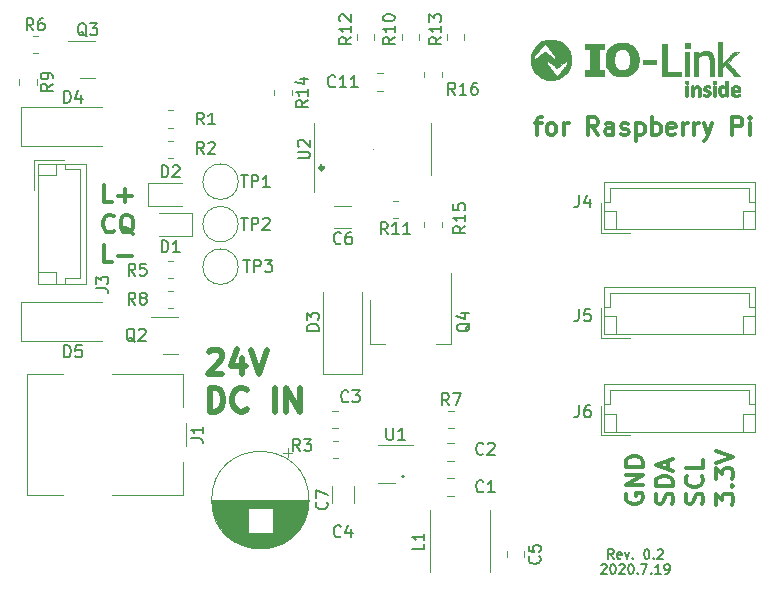
<source format=gto>
G04 #@! TF.GenerationSoftware,KiCad,Pcbnew,(5.99.0-11324-gb6e8beb38c)*
G04 #@! TF.CreationDate,2021-07-19T22:25:18+09:00*
G04 #@! TF.ProjectId,RPi_IO-Link_Hat,5250695f-494f-42d4-9c69-6e6b5f486174,rev?*
G04 #@! TF.SameCoordinates,Original*
G04 #@! TF.FileFunction,Legend,Top*
G04 #@! TF.FilePolarity,Positive*
%FSLAX46Y46*%
G04 Gerber Fmt 4.6, Leading zero omitted, Abs format (unit mm)*
G04 Created by KiCad (PCBNEW (5.99.0-11324-gb6e8beb38c)) date 2021-07-19 22:25:18*
%MOMM*%
%LPD*%
G01*
G04 APERTURE LIST*
%ADD10C,0.375000*%
%ADD11C,0.300000*%
%ADD12C,0.500000*%
%ADD13C,0.200000*%
%ADD14C,0.150000*%
%ADD15C,0.120000*%
%ADD16C,0.194536*%
%ADD17C,0.329258*%
%ADD18C,0.010000*%
G04 APERTURE END LIST*
D10*
X62616607Y-49843571D02*
X63188035Y-49843571D01*
X62830892Y-50843571D02*
X62830892Y-49557857D01*
X62902321Y-49415000D01*
X63045178Y-49343571D01*
X63188035Y-49343571D01*
X63902321Y-50843571D02*
X63759464Y-50772142D01*
X63688035Y-50700714D01*
X63616607Y-50557857D01*
X63616607Y-50129285D01*
X63688035Y-49986428D01*
X63759464Y-49915000D01*
X63902321Y-49843571D01*
X64116607Y-49843571D01*
X64259464Y-49915000D01*
X64330892Y-49986428D01*
X64402321Y-50129285D01*
X64402321Y-50557857D01*
X64330892Y-50700714D01*
X64259464Y-50772142D01*
X64116607Y-50843571D01*
X63902321Y-50843571D01*
X65045178Y-50843571D02*
X65045178Y-49843571D01*
X65045178Y-50129285D02*
X65116607Y-49986428D01*
X65188035Y-49915000D01*
X65330892Y-49843571D01*
X65473750Y-49843571D01*
X67973750Y-50843571D02*
X67473750Y-50129285D01*
X67116607Y-50843571D02*
X67116607Y-49343571D01*
X67688035Y-49343571D01*
X67830892Y-49415000D01*
X67902321Y-49486428D01*
X67973750Y-49629285D01*
X67973750Y-49843571D01*
X67902321Y-49986428D01*
X67830892Y-50057857D01*
X67688035Y-50129285D01*
X67116607Y-50129285D01*
X69259464Y-50843571D02*
X69259464Y-50057857D01*
X69188035Y-49915000D01*
X69045178Y-49843571D01*
X68759464Y-49843571D01*
X68616607Y-49915000D01*
X69259464Y-50772142D02*
X69116607Y-50843571D01*
X68759464Y-50843571D01*
X68616607Y-50772142D01*
X68545178Y-50629285D01*
X68545178Y-50486428D01*
X68616607Y-50343571D01*
X68759464Y-50272142D01*
X69116607Y-50272142D01*
X69259464Y-50200714D01*
X69902321Y-50772142D02*
X70045178Y-50843571D01*
X70330892Y-50843571D01*
X70473750Y-50772142D01*
X70545178Y-50629285D01*
X70545178Y-50557857D01*
X70473750Y-50415000D01*
X70330892Y-50343571D01*
X70116607Y-50343571D01*
X69973750Y-50272142D01*
X69902321Y-50129285D01*
X69902321Y-50057857D01*
X69973750Y-49915000D01*
X70116607Y-49843571D01*
X70330892Y-49843571D01*
X70473750Y-49915000D01*
X71188035Y-49843571D02*
X71188035Y-51343571D01*
X71188035Y-49915000D02*
X71330892Y-49843571D01*
X71616607Y-49843571D01*
X71759464Y-49915000D01*
X71830892Y-49986428D01*
X71902321Y-50129285D01*
X71902321Y-50557857D01*
X71830892Y-50700714D01*
X71759464Y-50772142D01*
X71616607Y-50843571D01*
X71330892Y-50843571D01*
X71188035Y-50772142D01*
X72545178Y-50843571D02*
X72545178Y-49343571D01*
X72545178Y-49915000D02*
X72688035Y-49843571D01*
X72973750Y-49843571D01*
X73116607Y-49915000D01*
X73188035Y-49986428D01*
X73259464Y-50129285D01*
X73259464Y-50557857D01*
X73188035Y-50700714D01*
X73116607Y-50772142D01*
X72973750Y-50843571D01*
X72688035Y-50843571D01*
X72545178Y-50772142D01*
X74473750Y-50772142D02*
X74330892Y-50843571D01*
X74045178Y-50843571D01*
X73902321Y-50772142D01*
X73830892Y-50629285D01*
X73830892Y-50057857D01*
X73902321Y-49915000D01*
X74045178Y-49843571D01*
X74330892Y-49843571D01*
X74473750Y-49915000D01*
X74545178Y-50057857D01*
X74545178Y-50200714D01*
X73830892Y-50343571D01*
X75188035Y-50843571D02*
X75188035Y-49843571D01*
X75188035Y-50129285D02*
X75259464Y-49986428D01*
X75330892Y-49915000D01*
X75473750Y-49843571D01*
X75616607Y-49843571D01*
X76116607Y-50843571D02*
X76116607Y-49843571D01*
X76116607Y-50129285D02*
X76188035Y-49986428D01*
X76259464Y-49915000D01*
X76402321Y-49843571D01*
X76545178Y-49843571D01*
X76902321Y-49843571D02*
X77259464Y-50843571D01*
X77616607Y-49843571D02*
X77259464Y-50843571D01*
X77116607Y-51200714D01*
X77045178Y-51272142D01*
X76902321Y-51343571D01*
X79330892Y-50843571D02*
X79330892Y-49343571D01*
X79902321Y-49343571D01*
X80045178Y-49415000D01*
X80116607Y-49486428D01*
X80188035Y-49629285D01*
X80188035Y-49843571D01*
X80116607Y-49986428D01*
X80045178Y-50057857D01*
X79902321Y-50129285D01*
X79330892Y-50129285D01*
X80830892Y-50843571D02*
X80830892Y-49843571D01*
X80830892Y-49343571D02*
X80759464Y-49415000D01*
X80830892Y-49486428D01*
X80902321Y-49415000D01*
X80830892Y-49343571D01*
X80830892Y-49486428D01*
D11*
X26840714Y-61638571D02*
X26126428Y-61638571D01*
X26126428Y-60138571D01*
X27340714Y-61067142D02*
X28483571Y-61067142D01*
X77918571Y-82140714D02*
X77918571Y-81212142D01*
X78490000Y-81712142D01*
X78490000Y-81497857D01*
X78561428Y-81355000D01*
X78632857Y-81283571D01*
X78775714Y-81212142D01*
X79132857Y-81212142D01*
X79275714Y-81283571D01*
X79347142Y-81355000D01*
X79418571Y-81497857D01*
X79418571Y-81926428D01*
X79347142Y-82069285D01*
X79275714Y-82140714D01*
X79275714Y-80569285D02*
X79347142Y-80497857D01*
X79418571Y-80569285D01*
X79347142Y-80640714D01*
X79275714Y-80569285D01*
X79418571Y-80569285D01*
X77918571Y-79997857D02*
X77918571Y-79069285D01*
X78490000Y-79569285D01*
X78490000Y-79355000D01*
X78561428Y-79212142D01*
X78632857Y-79140714D01*
X78775714Y-79069285D01*
X79132857Y-79069285D01*
X79275714Y-79140714D01*
X79347142Y-79212142D01*
X79418571Y-79355000D01*
X79418571Y-79783571D01*
X79347142Y-79926428D01*
X79275714Y-79997857D01*
X77918571Y-78640714D02*
X79418571Y-78140714D01*
X77918571Y-77640714D01*
D12*
X34995952Y-69240238D02*
X35091190Y-69145000D01*
X35281666Y-69049761D01*
X35757857Y-69049761D01*
X35948333Y-69145000D01*
X36043571Y-69240238D01*
X36138809Y-69430714D01*
X36138809Y-69621190D01*
X36043571Y-69906904D01*
X34900714Y-71049761D01*
X36138809Y-71049761D01*
X37853095Y-69716428D02*
X37853095Y-71049761D01*
X37376904Y-68954523D02*
X36900714Y-70383095D01*
X38138809Y-70383095D01*
X38615000Y-69049761D02*
X39281666Y-71049761D01*
X39948333Y-69049761D01*
X35091190Y-74269761D02*
X35091190Y-72269761D01*
X35567380Y-72269761D01*
X35853095Y-72365000D01*
X36043571Y-72555476D01*
X36138809Y-72745952D01*
X36234047Y-73126904D01*
X36234047Y-73412619D01*
X36138809Y-73793571D01*
X36043571Y-73984047D01*
X35853095Y-74174523D01*
X35567380Y-74269761D01*
X35091190Y-74269761D01*
X38234047Y-74079285D02*
X38138809Y-74174523D01*
X37853095Y-74269761D01*
X37662619Y-74269761D01*
X37376904Y-74174523D01*
X37186428Y-73984047D01*
X37091190Y-73793571D01*
X36995952Y-73412619D01*
X36995952Y-73126904D01*
X37091190Y-72745952D01*
X37186428Y-72555476D01*
X37376904Y-72365000D01*
X37662619Y-72269761D01*
X37853095Y-72269761D01*
X38138809Y-72365000D01*
X38234047Y-72460238D01*
X40615000Y-74269761D02*
X40615000Y-72269761D01*
X41567380Y-74269761D02*
X41567380Y-72269761D01*
X42710238Y-74269761D01*
X42710238Y-72269761D01*
D11*
X26983571Y-58955714D02*
X26912142Y-59027142D01*
X26697857Y-59098571D01*
X26555000Y-59098571D01*
X26340714Y-59027142D01*
X26197857Y-58884285D01*
X26126428Y-58741428D01*
X26055000Y-58455714D01*
X26055000Y-58241428D01*
X26126428Y-57955714D01*
X26197857Y-57812857D01*
X26340714Y-57670000D01*
X26555000Y-57598571D01*
X26697857Y-57598571D01*
X26912142Y-57670000D01*
X26983571Y-57741428D01*
X28626428Y-59241428D02*
X28483571Y-59170000D01*
X28340714Y-59027142D01*
X28126428Y-58812857D01*
X27983571Y-58741428D01*
X27840714Y-58741428D01*
X27912142Y-59098571D02*
X27769285Y-59027142D01*
X27626428Y-58884285D01*
X27555000Y-58598571D01*
X27555000Y-58098571D01*
X27626428Y-57812857D01*
X27769285Y-57670000D01*
X27912142Y-57598571D01*
X28197857Y-57598571D01*
X28340714Y-57670000D01*
X28483571Y-57812857D01*
X28555000Y-58098571D01*
X28555000Y-58598571D01*
X28483571Y-58884285D01*
X28340714Y-59027142D01*
X28197857Y-59098571D01*
X27912142Y-59098571D01*
X76807142Y-82069285D02*
X76878571Y-81855000D01*
X76878571Y-81497857D01*
X76807142Y-81355000D01*
X76735714Y-81283571D01*
X76592857Y-81212142D01*
X76450000Y-81212142D01*
X76307142Y-81283571D01*
X76235714Y-81355000D01*
X76164285Y-81497857D01*
X76092857Y-81783571D01*
X76021428Y-81926428D01*
X75950000Y-81997857D01*
X75807142Y-82069285D01*
X75664285Y-82069285D01*
X75521428Y-81997857D01*
X75450000Y-81926428D01*
X75378571Y-81783571D01*
X75378571Y-81426428D01*
X75450000Y-81212142D01*
X76735714Y-79712142D02*
X76807142Y-79783571D01*
X76878571Y-79997857D01*
X76878571Y-80140714D01*
X76807142Y-80355000D01*
X76664285Y-80497857D01*
X76521428Y-80569285D01*
X76235714Y-80640714D01*
X76021428Y-80640714D01*
X75735714Y-80569285D01*
X75592857Y-80497857D01*
X75450000Y-80355000D01*
X75378571Y-80140714D01*
X75378571Y-79997857D01*
X75450000Y-79783571D01*
X75521428Y-79712142D01*
X76878571Y-78355000D02*
X76878571Y-79069285D01*
X75378571Y-79069285D01*
X26840714Y-56558571D02*
X26126428Y-56558571D01*
X26126428Y-55058571D01*
X27340714Y-55987142D02*
X28483571Y-55987142D01*
X27912142Y-56558571D02*
X27912142Y-55415714D01*
X74267142Y-82069285D02*
X74338571Y-81855000D01*
X74338571Y-81497857D01*
X74267142Y-81355000D01*
X74195714Y-81283571D01*
X74052857Y-81212142D01*
X73910000Y-81212142D01*
X73767142Y-81283571D01*
X73695714Y-81355000D01*
X73624285Y-81497857D01*
X73552857Y-81783571D01*
X73481428Y-81926428D01*
X73410000Y-81997857D01*
X73267142Y-82069285D01*
X73124285Y-82069285D01*
X72981428Y-81997857D01*
X72910000Y-81926428D01*
X72838571Y-81783571D01*
X72838571Y-81426428D01*
X72910000Y-81212142D01*
X74338571Y-80569285D02*
X72838571Y-80569285D01*
X72838571Y-80212142D01*
X72910000Y-79997857D01*
X73052857Y-79855000D01*
X73195714Y-79783571D01*
X73481428Y-79712142D01*
X73695714Y-79712142D01*
X73981428Y-79783571D01*
X74124285Y-79855000D01*
X74267142Y-79997857D01*
X74338571Y-80212142D01*
X74338571Y-80569285D01*
X73910000Y-79140714D02*
X73910000Y-78426428D01*
X74338571Y-79283571D02*
X72838571Y-78783571D01*
X74338571Y-78283571D01*
D13*
X69272380Y-86712904D02*
X69005714Y-86331952D01*
X68815238Y-86712904D02*
X68815238Y-85912904D01*
X69120000Y-85912904D01*
X69196190Y-85951000D01*
X69234285Y-85989095D01*
X69272380Y-86065285D01*
X69272380Y-86179571D01*
X69234285Y-86255761D01*
X69196190Y-86293857D01*
X69120000Y-86331952D01*
X68815238Y-86331952D01*
X69920000Y-86674809D02*
X69843809Y-86712904D01*
X69691428Y-86712904D01*
X69615238Y-86674809D01*
X69577142Y-86598619D01*
X69577142Y-86293857D01*
X69615238Y-86217666D01*
X69691428Y-86179571D01*
X69843809Y-86179571D01*
X69920000Y-86217666D01*
X69958095Y-86293857D01*
X69958095Y-86370047D01*
X69577142Y-86446238D01*
X70224761Y-86179571D02*
X70415238Y-86712904D01*
X70605714Y-86179571D01*
X70910476Y-86636714D02*
X70948571Y-86674809D01*
X70910476Y-86712904D01*
X70872380Y-86674809D01*
X70910476Y-86636714D01*
X70910476Y-86712904D01*
X72053333Y-85912904D02*
X72129523Y-85912904D01*
X72205714Y-85951000D01*
X72243809Y-85989095D01*
X72281904Y-86065285D01*
X72320000Y-86217666D01*
X72320000Y-86408142D01*
X72281904Y-86560523D01*
X72243809Y-86636714D01*
X72205714Y-86674809D01*
X72129523Y-86712904D01*
X72053333Y-86712904D01*
X71977142Y-86674809D01*
X71939047Y-86636714D01*
X71900952Y-86560523D01*
X71862857Y-86408142D01*
X71862857Y-86217666D01*
X71900952Y-86065285D01*
X71939047Y-85989095D01*
X71977142Y-85951000D01*
X72053333Y-85912904D01*
X72662857Y-86636714D02*
X72700952Y-86674809D01*
X72662857Y-86712904D01*
X72624761Y-86674809D01*
X72662857Y-86636714D01*
X72662857Y-86712904D01*
X73005714Y-85989095D02*
X73043809Y-85951000D01*
X73120000Y-85912904D01*
X73310476Y-85912904D01*
X73386666Y-85951000D01*
X73424761Y-85989095D01*
X73462857Y-86065285D01*
X73462857Y-86141476D01*
X73424761Y-86255761D01*
X72967619Y-86712904D01*
X73462857Y-86712904D01*
X68224761Y-87277095D02*
X68262857Y-87239000D01*
X68339047Y-87200904D01*
X68529523Y-87200904D01*
X68605714Y-87239000D01*
X68643809Y-87277095D01*
X68681904Y-87353285D01*
X68681904Y-87429476D01*
X68643809Y-87543761D01*
X68186666Y-88000904D01*
X68681904Y-88000904D01*
X69177142Y-87200904D02*
X69253333Y-87200904D01*
X69329523Y-87239000D01*
X69367619Y-87277095D01*
X69405714Y-87353285D01*
X69443809Y-87505666D01*
X69443809Y-87696142D01*
X69405714Y-87848523D01*
X69367619Y-87924714D01*
X69329523Y-87962809D01*
X69253333Y-88000904D01*
X69177142Y-88000904D01*
X69100952Y-87962809D01*
X69062857Y-87924714D01*
X69024761Y-87848523D01*
X68986666Y-87696142D01*
X68986666Y-87505666D01*
X69024761Y-87353285D01*
X69062857Y-87277095D01*
X69100952Y-87239000D01*
X69177142Y-87200904D01*
X69748571Y-87277095D02*
X69786666Y-87239000D01*
X69862857Y-87200904D01*
X70053333Y-87200904D01*
X70129523Y-87239000D01*
X70167619Y-87277095D01*
X70205714Y-87353285D01*
X70205714Y-87429476D01*
X70167619Y-87543761D01*
X69710476Y-88000904D01*
X70205714Y-88000904D01*
X70700952Y-87200904D02*
X70777142Y-87200904D01*
X70853333Y-87239000D01*
X70891428Y-87277095D01*
X70929523Y-87353285D01*
X70967619Y-87505666D01*
X70967619Y-87696142D01*
X70929523Y-87848523D01*
X70891428Y-87924714D01*
X70853333Y-87962809D01*
X70777142Y-88000904D01*
X70700952Y-88000904D01*
X70624761Y-87962809D01*
X70586666Y-87924714D01*
X70548571Y-87848523D01*
X70510476Y-87696142D01*
X70510476Y-87505666D01*
X70548571Y-87353285D01*
X70586666Y-87277095D01*
X70624761Y-87239000D01*
X70700952Y-87200904D01*
X71310476Y-87924714D02*
X71348571Y-87962809D01*
X71310476Y-88000904D01*
X71272380Y-87962809D01*
X71310476Y-87924714D01*
X71310476Y-88000904D01*
X71615238Y-87200904D02*
X72148571Y-87200904D01*
X71805714Y-88000904D01*
X72453333Y-87924714D02*
X72491428Y-87962809D01*
X72453333Y-88000904D01*
X72415238Y-87962809D01*
X72453333Y-87924714D01*
X72453333Y-88000904D01*
X73253333Y-88000904D02*
X72796190Y-88000904D01*
X73024761Y-88000904D02*
X73024761Y-87200904D01*
X72948571Y-87315190D01*
X72872380Y-87391380D01*
X72796190Y-87429476D01*
X73634285Y-88000904D02*
X73786666Y-88000904D01*
X73862857Y-87962809D01*
X73900952Y-87924714D01*
X73977142Y-87810428D01*
X74015238Y-87658047D01*
X74015238Y-87353285D01*
X73977142Y-87277095D01*
X73939047Y-87239000D01*
X73862857Y-87200904D01*
X73710476Y-87200904D01*
X73634285Y-87239000D01*
X73596190Y-87277095D01*
X73558095Y-87353285D01*
X73558095Y-87543761D01*
X73596190Y-87619952D01*
X73634285Y-87658047D01*
X73710476Y-87696142D01*
X73862857Y-87696142D01*
X73939047Y-87658047D01*
X73977142Y-87619952D01*
X74015238Y-87543761D01*
D11*
X70370000Y-81212142D02*
X70298571Y-81355000D01*
X70298571Y-81569285D01*
X70370000Y-81783571D01*
X70512857Y-81926428D01*
X70655714Y-81997857D01*
X70941428Y-82069285D01*
X71155714Y-82069285D01*
X71441428Y-81997857D01*
X71584285Y-81926428D01*
X71727142Y-81783571D01*
X71798571Y-81569285D01*
X71798571Y-81426428D01*
X71727142Y-81212142D01*
X71655714Y-81140714D01*
X71155714Y-81140714D01*
X71155714Y-81426428D01*
X71798571Y-80497857D02*
X70298571Y-80497857D01*
X71798571Y-79640714D01*
X70298571Y-79640714D01*
X71798571Y-78926428D02*
X70298571Y-78926428D01*
X70298571Y-78569285D01*
X70370000Y-78355000D01*
X70512857Y-78212142D01*
X70655714Y-78140714D01*
X70941428Y-78069285D01*
X71155714Y-78069285D01*
X71441428Y-78140714D01*
X71584285Y-78212142D01*
X71727142Y-78355000D01*
X71798571Y-78569285D01*
X71798571Y-78926428D01*
D14*
G04 #@! TO.C,TP3*
X37938095Y-61432380D02*
X38509523Y-61432380D01*
X38223809Y-62432380D02*
X38223809Y-61432380D01*
X38842857Y-62432380D02*
X38842857Y-61432380D01*
X39223809Y-61432380D01*
X39319047Y-61480000D01*
X39366666Y-61527619D01*
X39414285Y-61622857D01*
X39414285Y-61765714D01*
X39366666Y-61860952D01*
X39319047Y-61908571D01*
X39223809Y-61956190D01*
X38842857Y-61956190D01*
X39747619Y-61432380D02*
X40366666Y-61432380D01*
X40033333Y-61813333D01*
X40176190Y-61813333D01*
X40271428Y-61860952D01*
X40319047Y-61908571D01*
X40366666Y-62003809D01*
X40366666Y-62241904D01*
X40319047Y-62337142D01*
X40271428Y-62384761D01*
X40176190Y-62432380D01*
X39890476Y-62432380D01*
X39795238Y-62384761D01*
X39747619Y-62337142D01*
G04 #@! TO.C,TP2*
X37738095Y-57852380D02*
X38309523Y-57852380D01*
X38023809Y-58852380D02*
X38023809Y-57852380D01*
X38642857Y-58852380D02*
X38642857Y-57852380D01*
X39023809Y-57852380D01*
X39119047Y-57900000D01*
X39166666Y-57947619D01*
X39214285Y-58042857D01*
X39214285Y-58185714D01*
X39166666Y-58280952D01*
X39119047Y-58328571D01*
X39023809Y-58376190D01*
X38642857Y-58376190D01*
X39595238Y-57947619D02*
X39642857Y-57900000D01*
X39738095Y-57852380D01*
X39976190Y-57852380D01*
X40071428Y-57900000D01*
X40119047Y-57947619D01*
X40166666Y-58042857D01*
X40166666Y-58138095D01*
X40119047Y-58280952D01*
X39547619Y-58852380D01*
X40166666Y-58852380D01*
G04 #@! TO.C,TP1*
X37738095Y-54252380D02*
X38309523Y-54252380D01*
X38023809Y-55252380D02*
X38023809Y-54252380D01*
X38642857Y-55252380D02*
X38642857Y-54252380D01*
X39023809Y-54252380D01*
X39119047Y-54300000D01*
X39166666Y-54347619D01*
X39214285Y-54442857D01*
X39214285Y-54585714D01*
X39166666Y-54680952D01*
X39119047Y-54728571D01*
X39023809Y-54776190D01*
X38642857Y-54776190D01*
X40166666Y-55252380D02*
X39595238Y-55252380D01*
X39880952Y-55252380D02*
X39880952Y-54252380D01*
X39785714Y-54395238D01*
X39690476Y-54490476D01*
X39595238Y-54538095D01*
G04 #@! TO.C,C1*
X58253333Y-81002142D02*
X58205714Y-81049761D01*
X58062857Y-81097380D01*
X57967619Y-81097380D01*
X57824761Y-81049761D01*
X57729523Y-80954523D01*
X57681904Y-80859285D01*
X57634285Y-80668809D01*
X57634285Y-80525952D01*
X57681904Y-80335476D01*
X57729523Y-80240238D01*
X57824761Y-80145000D01*
X57967619Y-80097380D01*
X58062857Y-80097380D01*
X58205714Y-80145000D01*
X58253333Y-80192619D01*
X59205714Y-81097380D02*
X58634285Y-81097380D01*
X58920000Y-81097380D02*
X58920000Y-80097380D01*
X58824761Y-80240238D01*
X58729523Y-80335476D01*
X58634285Y-80383095D01*
G04 #@! TO.C,C2*
X58253333Y-77827142D02*
X58205714Y-77874761D01*
X58062857Y-77922380D01*
X57967619Y-77922380D01*
X57824761Y-77874761D01*
X57729523Y-77779523D01*
X57681904Y-77684285D01*
X57634285Y-77493809D01*
X57634285Y-77350952D01*
X57681904Y-77160476D01*
X57729523Y-77065238D01*
X57824761Y-76970000D01*
X57967619Y-76922380D01*
X58062857Y-76922380D01*
X58205714Y-76970000D01*
X58253333Y-77017619D01*
X58634285Y-77017619D02*
X58681904Y-76970000D01*
X58777142Y-76922380D01*
X59015238Y-76922380D01*
X59110476Y-76970000D01*
X59158095Y-77017619D01*
X59205714Y-77112857D01*
X59205714Y-77208095D01*
X59158095Y-77350952D01*
X58586666Y-77922380D01*
X59205714Y-77922380D01*
G04 #@! TO.C,C3*
X46823333Y-73382142D02*
X46775714Y-73429761D01*
X46632857Y-73477380D01*
X46537619Y-73477380D01*
X46394761Y-73429761D01*
X46299523Y-73334523D01*
X46251904Y-73239285D01*
X46204285Y-73048809D01*
X46204285Y-72905952D01*
X46251904Y-72715476D01*
X46299523Y-72620238D01*
X46394761Y-72525000D01*
X46537619Y-72477380D01*
X46632857Y-72477380D01*
X46775714Y-72525000D01*
X46823333Y-72572619D01*
X47156666Y-72477380D02*
X47775714Y-72477380D01*
X47442380Y-72858333D01*
X47585238Y-72858333D01*
X47680476Y-72905952D01*
X47728095Y-72953571D01*
X47775714Y-73048809D01*
X47775714Y-73286904D01*
X47728095Y-73382142D01*
X47680476Y-73429761D01*
X47585238Y-73477380D01*
X47299523Y-73477380D01*
X47204285Y-73429761D01*
X47156666Y-73382142D01*
G04 #@! TO.C,C5*
X62997142Y-86526666D02*
X63044761Y-86574285D01*
X63092380Y-86717142D01*
X63092380Y-86812380D01*
X63044761Y-86955238D01*
X62949523Y-87050476D01*
X62854285Y-87098095D01*
X62663809Y-87145714D01*
X62520952Y-87145714D01*
X62330476Y-87098095D01*
X62235238Y-87050476D01*
X62140000Y-86955238D01*
X62092380Y-86812380D01*
X62092380Y-86717142D01*
X62140000Y-86574285D01*
X62187619Y-86526666D01*
X62092380Y-85621904D02*
X62092380Y-86098095D01*
X62568571Y-86145714D01*
X62520952Y-86098095D01*
X62473333Y-86002857D01*
X62473333Y-85764761D01*
X62520952Y-85669523D01*
X62568571Y-85621904D01*
X62663809Y-85574285D01*
X62901904Y-85574285D01*
X62997142Y-85621904D01*
X63044761Y-85669523D01*
X63092380Y-85764761D01*
X63092380Y-86002857D01*
X63044761Y-86098095D01*
X62997142Y-86145714D01*
G04 #@! TO.C,C6*
X46188333Y-59992142D02*
X46140714Y-60039761D01*
X45997857Y-60087380D01*
X45902619Y-60087380D01*
X45759761Y-60039761D01*
X45664523Y-59944523D01*
X45616904Y-59849285D01*
X45569285Y-59658809D01*
X45569285Y-59515952D01*
X45616904Y-59325476D01*
X45664523Y-59230238D01*
X45759761Y-59135000D01*
X45902619Y-59087380D01*
X45997857Y-59087380D01*
X46140714Y-59135000D01*
X46188333Y-59182619D01*
X47045476Y-59087380D02*
X46855000Y-59087380D01*
X46759761Y-59135000D01*
X46712142Y-59182619D01*
X46616904Y-59325476D01*
X46569285Y-59515952D01*
X46569285Y-59896904D01*
X46616904Y-59992142D01*
X46664523Y-60039761D01*
X46759761Y-60087380D01*
X46950238Y-60087380D01*
X47045476Y-60039761D01*
X47093095Y-59992142D01*
X47140714Y-59896904D01*
X47140714Y-59658809D01*
X47093095Y-59563571D01*
X47045476Y-59515952D01*
X46950238Y-59468333D01*
X46759761Y-59468333D01*
X46664523Y-59515952D01*
X46616904Y-59563571D01*
X46569285Y-59658809D01*
G04 #@! TO.C,C7*
X44977142Y-81926666D02*
X45024761Y-81974285D01*
X45072380Y-82117142D01*
X45072380Y-82212380D01*
X45024761Y-82355238D01*
X44929523Y-82450476D01*
X44834285Y-82498095D01*
X44643809Y-82545714D01*
X44500952Y-82545714D01*
X44310476Y-82498095D01*
X44215238Y-82450476D01*
X44120000Y-82355238D01*
X44072380Y-82212380D01*
X44072380Y-82117142D01*
X44120000Y-81974285D01*
X44167619Y-81926666D01*
X44072380Y-81593333D02*
X44072380Y-80926666D01*
X45072380Y-81355238D01*
G04 #@! TO.C,D1*
X31011904Y-60777380D02*
X31011904Y-59777380D01*
X31250000Y-59777380D01*
X31392857Y-59825000D01*
X31488095Y-59920238D01*
X31535714Y-60015476D01*
X31583333Y-60205952D01*
X31583333Y-60348809D01*
X31535714Y-60539285D01*
X31488095Y-60634523D01*
X31392857Y-60729761D01*
X31250000Y-60777380D01*
X31011904Y-60777380D01*
X32535714Y-60777380D02*
X31964285Y-60777380D01*
X32250000Y-60777380D02*
X32250000Y-59777380D01*
X32154761Y-59920238D01*
X32059523Y-60015476D01*
X31964285Y-60063095D01*
G04 #@! TO.C,D2*
X31011904Y-54427380D02*
X31011904Y-53427380D01*
X31250000Y-53427380D01*
X31392857Y-53475000D01*
X31488095Y-53570238D01*
X31535714Y-53665476D01*
X31583333Y-53855952D01*
X31583333Y-53998809D01*
X31535714Y-54189285D01*
X31488095Y-54284523D01*
X31392857Y-54379761D01*
X31250000Y-54427380D01*
X31011904Y-54427380D01*
X31964285Y-53522619D02*
X32011904Y-53475000D01*
X32107142Y-53427380D01*
X32345238Y-53427380D01*
X32440476Y-53475000D01*
X32488095Y-53522619D01*
X32535714Y-53617857D01*
X32535714Y-53713095D01*
X32488095Y-53855952D01*
X31916666Y-54427380D01*
X32535714Y-54427380D01*
G04 #@! TO.C,D3*
X44307380Y-67413095D02*
X43307380Y-67413095D01*
X43307380Y-67175000D01*
X43355000Y-67032142D01*
X43450238Y-66936904D01*
X43545476Y-66889285D01*
X43735952Y-66841666D01*
X43878809Y-66841666D01*
X44069285Y-66889285D01*
X44164523Y-66936904D01*
X44259761Y-67032142D01*
X44307380Y-67175000D01*
X44307380Y-67413095D01*
X43307380Y-66508333D02*
X43307380Y-65889285D01*
X43688333Y-66222619D01*
X43688333Y-66079761D01*
X43735952Y-65984523D01*
X43783571Y-65936904D01*
X43878809Y-65889285D01*
X44116904Y-65889285D01*
X44212142Y-65936904D01*
X44259761Y-65984523D01*
X44307380Y-66079761D01*
X44307380Y-66365476D01*
X44259761Y-66460714D01*
X44212142Y-66508333D01*
G04 #@! TO.C,D4*
X22756904Y-48117380D02*
X22756904Y-47117380D01*
X22995000Y-47117380D01*
X23137857Y-47165000D01*
X23233095Y-47260238D01*
X23280714Y-47355476D01*
X23328333Y-47545952D01*
X23328333Y-47688809D01*
X23280714Y-47879285D01*
X23233095Y-47974523D01*
X23137857Y-48069761D01*
X22995000Y-48117380D01*
X22756904Y-48117380D01*
X24185476Y-47450714D02*
X24185476Y-48117380D01*
X23947380Y-47069761D02*
X23709285Y-47784047D01*
X24328333Y-47784047D01*
G04 #@! TO.C,D5*
X22756904Y-69667380D02*
X22756904Y-68667380D01*
X22995000Y-68667380D01*
X23137857Y-68715000D01*
X23233095Y-68810238D01*
X23280714Y-68905476D01*
X23328333Y-69095952D01*
X23328333Y-69238809D01*
X23280714Y-69429285D01*
X23233095Y-69524523D01*
X23137857Y-69619761D01*
X22995000Y-69667380D01*
X22756904Y-69667380D01*
X24233095Y-68667380D02*
X23756904Y-68667380D01*
X23709285Y-69143571D01*
X23756904Y-69095952D01*
X23852142Y-69048333D01*
X24090238Y-69048333D01*
X24185476Y-69095952D01*
X24233095Y-69143571D01*
X24280714Y-69238809D01*
X24280714Y-69476904D01*
X24233095Y-69572142D01*
X24185476Y-69619761D01*
X24090238Y-69667380D01*
X23852142Y-69667380D01*
X23756904Y-69619761D01*
X23709285Y-69572142D01*
G04 #@! TO.C,J1*
X33502380Y-76533333D02*
X34216666Y-76533333D01*
X34359523Y-76580952D01*
X34454761Y-76676190D01*
X34502380Y-76819047D01*
X34502380Y-76914285D01*
X34502380Y-75533333D02*
X34502380Y-76104761D01*
X34502380Y-75819047D02*
X33502380Y-75819047D01*
X33645238Y-75914285D01*
X33740476Y-76009523D01*
X33788095Y-76104761D01*
G04 #@! TO.C,J3*
X25487380Y-63833333D02*
X26201666Y-63833333D01*
X26344523Y-63880952D01*
X26439761Y-63976190D01*
X26487380Y-64119047D01*
X26487380Y-64214285D01*
X25487380Y-63452380D02*
X25487380Y-62833333D01*
X25868333Y-63166666D01*
X25868333Y-63023809D01*
X25915952Y-62928571D01*
X25963571Y-62880952D01*
X26058809Y-62833333D01*
X26296904Y-62833333D01*
X26392142Y-62880952D01*
X26439761Y-62928571D01*
X26487380Y-63023809D01*
X26487380Y-63309523D01*
X26439761Y-63404761D01*
X26392142Y-63452380D01*
G04 #@! TO.C,J4*
X66341666Y-55967380D02*
X66341666Y-56681666D01*
X66294047Y-56824523D01*
X66198809Y-56919761D01*
X66055952Y-56967380D01*
X65960714Y-56967380D01*
X67246428Y-56300714D02*
X67246428Y-56967380D01*
X67008333Y-55919761D02*
X66770238Y-56634047D01*
X67389285Y-56634047D01*
G04 #@! TO.C,J5*
X66341666Y-65619380D02*
X66341666Y-66333666D01*
X66294047Y-66476523D01*
X66198809Y-66571761D01*
X66055952Y-66619380D01*
X65960714Y-66619380D01*
X67294047Y-65619380D02*
X66817857Y-65619380D01*
X66770238Y-66095571D01*
X66817857Y-66047952D01*
X66913095Y-66000333D01*
X67151190Y-66000333D01*
X67246428Y-66047952D01*
X67294047Y-66095571D01*
X67341666Y-66190809D01*
X67341666Y-66428904D01*
X67294047Y-66524142D01*
X67246428Y-66571761D01*
X67151190Y-66619380D01*
X66913095Y-66619380D01*
X66817857Y-66571761D01*
X66770238Y-66524142D01*
G04 #@! TO.C,J6*
X66341666Y-73747380D02*
X66341666Y-74461666D01*
X66294047Y-74604523D01*
X66198809Y-74699761D01*
X66055952Y-74747380D01*
X65960714Y-74747380D01*
X67246428Y-73747380D02*
X67055952Y-73747380D01*
X66960714Y-73795000D01*
X66913095Y-73842619D01*
X66817857Y-73985476D01*
X66770238Y-74175952D01*
X66770238Y-74556904D01*
X66817857Y-74652142D01*
X66865476Y-74699761D01*
X66960714Y-74747380D01*
X67151190Y-74747380D01*
X67246428Y-74699761D01*
X67294047Y-74652142D01*
X67341666Y-74556904D01*
X67341666Y-74318809D01*
X67294047Y-74223571D01*
X67246428Y-74175952D01*
X67151190Y-74128333D01*
X66960714Y-74128333D01*
X66865476Y-74175952D01*
X66817857Y-74223571D01*
X66770238Y-74318809D01*
G04 #@! TO.C,L1*
X53241200Y-85450466D02*
X53241200Y-85926657D01*
X52241200Y-85926657D01*
X53241200Y-84593323D02*
X53241200Y-85164752D01*
X53241200Y-84879038D02*
X52241200Y-84879038D01*
X52384058Y-84974276D01*
X52479296Y-85069514D01*
X52526915Y-85164752D01*
G04 #@! TO.C,Q2*
X28754761Y-68347619D02*
X28659523Y-68300000D01*
X28564285Y-68204761D01*
X28421428Y-68061904D01*
X28326190Y-68014285D01*
X28230952Y-68014285D01*
X28278571Y-68252380D02*
X28183333Y-68204761D01*
X28088095Y-68109523D01*
X28040476Y-67919047D01*
X28040476Y-67585714D01*
X28088095Y-67395238D01*
X28183333Y-67300000D01*
X28278571Y-67252380D01*
X28469047Y-67252380D01*
X28564285Y-67300000D01*
X28659523Y-67395238D01*
X28707142Y-67585714D01*
X28707142Y-67919047D01*
X28659523Y-68109523D01*
X28564285Y-68204761D01*
X28469047Y-68252380D01*
X28278571Y-68252380D01*
X29088095Y-67347619D02*
X29135714Y-67300000D01*
X29230952Y-67252380D01*
X29469047Y-67252380D01*
X29564285Y-67300000D01*
X29611904Y-67347619D01*
X29659523Y-67442857D01*
X29659523Y-67538095D01*
X29611904Y-67680952D01*
X29040476Y-68252380D01*
X29659523Y-68252380D01*
G04 #@! TO.C,Q3*
X24669761Y-42497619D02*
X24574523Y-42450000D01*
X24479285Y-42354761D01*
X24336428Y-42211904D01*
X24241190Y-42164285D01*
X24145952Y-42164285D01*
X24193571Y-42402380D02*
X24098333Y-42354761D01*
X24003095Y-42259523D01*
X23955476Y-42069047D01*
X23955476Y-41735714D01*
X24003095Y-41545238D01*
X24098333Y-41450000D01*
X24193571Y-41402380D01*
X24384047Y-41402380D01*
X24479285Y-41450000D01*
X24574523Y-41545238D01*
X24622142Y-41735714D01*
X24622142Y-42069047D01*
X24574523Y-42259523D01*
X24479285Y-42354761D01*
X24384047Y-42402380D01*
X24193571Y-42402380D01*
X24955476Y-41402380D02*
X25574523Y-41402380D01*
X25241190Y-41783333D01*
X25384047Y-41783333D01*
X25479285Y-41830952D01*
X25526904Y-41878571D01*
X25574523Y-41973809D01*
X25574523Y-42211904D01*
X25526904Y-42307142D01*
X25479285Y-42354761D01*
X25384047Y-42402380D01*
X25098333Y-42402380D01*
X25003095Y-42354761D01*
X24955476Y-42307142D01*
G04 #@! TO.C,Q4*
X57117619Y-66770238D02*
X57070000Y-66865476D01*
X56974761Y-66960714D01*
X56831904Y-67103571D01*
X56784285Y-67198809D01*
X56784285Y-67294047D01*
X57022380Y-67246428D02*
X56974761Y-67341666D01*
X56879523Y-67436904D01*
X56689047Y-67484523D01*
X56355714Y-67484523D01*
X56165238Y-67436904D01*
X56070000Y-67341666D01*
X56022380Y-67246428D01*
X56022380Y-67055952D01*
X56070000Y-66960714D01*
X56165238Y-66865476D01*
X56355714Y-66817857D01*
X56689047Y-66817857D01*
X56879523Y-66865476D01*
X56974761Y-66960714D01*
X57022380Y-67055952D01*
X57022380Y-67246428D01*
X56355714Y-65960714D02*
X57022380Y-65960714D01*
X55974761Y-66198809D02*
X56689047Y-66436904D01*
X56689047Y-65817857D01*
G04 #@! TO.C,R1*
X34583333Y-49952380D02*
X34250000Y-49476190D01*
X34011904Y-49952380D02*
X34011904Y-48952380D01*
X34392857Y-48952380D01*
X34488095Y-49000000D01*
X34535714Y-49047619D01*
X34583333Y-49142857D01*
X34583333Y-49285714D01*
X34535714Y-49380952D01*
X34488095Y-49428571D01*
X34392857Y-49476190D01*
X34011904Y-49476190D01*
X35535714Y-49952380D02*
X34964285Y-49952380D01*
X35250000Y-49952380D02*
X35250000Y-48952380D01*
X35154761Y-49095238D01*
X35059523Y-49190476D01*
X34964285Y-49238095D01*
G04 #@! TO.C,R2*
X34583333Y-52452380D02*
X34250000Y-51976190D01*
X34011904Y-52452380D02*
X34011904Y-51452380D01*
X34392857Y-51452380D01*
X34488095Y-51500000D01*
X34535714Y-51547619D01*
X34583333Y-51642857D01*
X34583333Y-51785714D01*
X34535714Y-51880952D01*
X34488095Y-51928571D01*
X34392857Y-51976190D01*
X34011904Y-51976190D01*
X34964285Y-51547619D02*
X35011904Y-51500000D01*
X35107142Y-51452380D01*
X35345238Y-51452380D01*
X35440476Y-51500000D01*
X35488095Y-51547619D01*
X35535714Y-51642857D01*
X35535714Y-51738095D01*
X35488095Y-51880952D01*
X34916666Y-52452380D01*
X35535714Y-52452380D01*
G04 #@! TO.C,R3*
X42733333Y-77602380D02*
X42400000Y-77126190D01*
X42161904Y-77602380D02*
X42161904Y-76602380D01*
X42542857Y-76602380D01*
X42638095Y-76650000D01*
X42685714Y-76697619D01*
X42733333Y-76792857D01*
X42733333Y-76935714D01*
X42685714Y-77030952D01*
X42638095Y-77078571D01*
X42542857Y-77126190D01*
X42161904Y-77126190D01*
X43066666Y-76602380D02*
X43685714Y-76602380D01*
X43352380Y-76983333D01*
X43495238Y-76983333D01*
X43590476Y-77030952D01*
X43638095Y-77078571D01*
X43685714Y-77173809D01*
X43685714Y-77411904D01*
X43638095Y-77507142D01*
X43590476Y-77554761D01*
X43495238Y-77602380D01*
X43209523Y-77602380D01*
X43114285Y-77554761D01*
X43066666Y-77507142D01*
G04 #@! TO.C,R5*
X28783333Y-62752380D02*
X28450000Y-62276190D01*
X28211904Y-62752380D02*
X28211904Y-61752380D01*
X28592857Y-61752380D01*
X28688095Y-61800000D01*
X28735714Y-61847619D01*
X28783333Y-61942857D01*
X28783333Y-62085714D01*
X28735714Y-62180952D01*
X28688095Y-62228571D01*
X28592857Y-62276190D01*
X28211904Y-62276190D01*
X29688095Y-61752380D02*
X29211904Y-61752380D01*
X29164285Y-62228571D01*
X29211904Y-62180952D01*
X29307142Y-62133333D01*
X29545238Y-62133333D01*
X29640476Y-62180952D01*
X29688095Y-62228571D01*
X29735714Y-62323809D01*
X29735714Y-62561904D01*
X29688095Y-62657142D01*
X29640476Y-62704761D01*
X29545238Y-62752380D01*
X29307142Y-62752380D01*
X29211904Y-62704761D01*
X29164285Y-62657142D01*
G04 #@! TO.C,R6*
X20153333Y-41982380D02*
X19820000Y-41506190D01*
X19581904Y-41982380D02*
X19581904Y-40982380D01*
X19962857Y-40982380D01*
X20058095Y-41030000D01*
X20105714Y-41077619D01*
X20153333Y-41172857D01*
X20153333Y-41315714D01*
X20105714Y-41410952D01*
X20058095Y-41458571D01*
X19962857Y-41506190D01*
X19581904Y-41506190D01*
X21010476Y-40982380D02*
X20820000Y-40982380D01*
X20724761Y-41030000D01*
X20677142Y-41077619D01*
X20581904Y-41220476D01*
X20534285Y-41410952D01*
X20534285Y-41791904D01*
X20581904Y-41887142D01*
X20629523Y-41934761D01*
X20724761Y-41982380D01*
X20915238Y-41982380D01*
X21010476Y-41934761D01*
X21058095Y-41887142D01*
X21105714Y-41791904D01*
X21105714Y-41553809D01*
X21058095Y-41458571D01*
X21010476Y-41410952D01*
X20915238Y-41363333D01*
X20724761Y-41363333D01*
X20629523Y-41410952D01*
X20581904Y-41458571D01*
X20534285Y-41553809D01*
G04 #@! TO.C,R7*
X55348333Y-73732380D02*
X55015000Y-73256190D01*
X54776904Y-73732380D02*
X54776904Y-72732380D01*
X55157857Y-72732380D01*
X55253095Y-72780000D01*
X55300714Y-72827619D01*
X55348333Y-72922857D01*
X55348333Y-73065714D01*
X55300714Y-73160952D01*
X55253095Y-73208571D01*
X55157857Y-73256190D01*
X54776904Y-73256190D01*
X55681666Y-72732380D02*
X56348333Y-72732380D01*
X55919761Y-73732380D01*
G04 #@! TO.C,R8*
X28783333Y-65202380D02*
X28450000Y-64726190D01*
X28211904Y-65202380D02*
X28211904Y-64202380D01*
X28592857Y-64202380D01*
X28688095Y-64250000D01*
X28735714Y-64297619D01*
X28783333Y-64392857D01*
X28783333Y-64535714D01*
X28735714Y-64630952D01*
X28688095Y-64678571D01*
X28592857Y-64726190D01*
X28211904Y-64726190D01*
X29354761Y-64630952D02*
X29259523Y-64583333D01*
X29211904Y-64535714D01*
X29164285Y-64440476D01*
X29164285Y-64392857D01*
X29211904Y-64297619D01*
X29259523Y-64250000D01*
X29354761Y-64202380D01*
X29545238Y-64202380D01*
X29640476Y-64250000D01*
X29688095Y-64297619D01*
X29735714Y-64392857D01*
X29735714Y-64440476D01*
X29688095Y-64535714D01*
X29640476Y-64583333D01*
X29545238Y-64630952D01*
X29354761Y-64630952D01*
X29259523Y-64678571D01*
X29211904Y-64726190D01*
X29164285Y-64821428D01*
X29164285Y-65011904D01*
X29211904Y-65107142D01*
X29259523Y-65154761D01*
X29354761Y-65202380D01*
X29545238Y-65202380D01*
X29640476Y-65154761D01*
X29688095Y-65107142D01*
X29735714Y-65011904D01*
X29735714Y-64821428D01*
X29688095Y-64726190D01*
X29640476Y-64678571D01*
X29545238Y-64630952D01*
G04 #@! TO.C,R9*
X21787380Y-46521666D02*
X21311190Y-46855000D01*
X21787380Y-47093095D02*
X20787380Y-47093095D01*
X20787380Y-46712142D01*
X20835000Y-46616904D01*
X20882619Y-46569285D01*
X20977857Y-46521666D01*
X21120714Y-46521666D01*
X21215952Y-46569285D01*
X21263571Y-46616904D01*
X21311190Y-46712142D01*
X21311190Y-47093095D01*
X21787380Y-46045476D02*
X21787380Y-45855000D01*
X21739761Y-45759761D01*
X21692142Y-45712142D01*
X21549285Y-45616904D01*
X21358809Y-45569285D01*
X20977857Y-45569285D01*
X20882619Y-45616904D01*
X20835000Y-45664523D01*
X20787380Y-45759761D01*
X20787380Y-45950238D01*
X20835000Y-46045476D01*
X20882619Y-46093095D01*
X20977857Y-46140714D01*
X21215952Y-46140714D01*
X21311190Y-46093095D01*
X21358809Y-46045476D01*
X21406428Y-45950238D01*
X21406428Y-45759761D01*
X21358809Y-45664523D01*
X21311190Y-45616904D01*
X21215952Y-45569285D01*
G04 #@! TO.C,R10*
X50744380Y-42552857D02*
X50268190Y-42886190D01*
X50744380Y-43124285D02*
X49744380Y-43124285D01*
X49744380Y-42743333D01*
X49792000Y-42648095D01*
X49839619Y-42600476D01*
X49934857Y-42552857D01*
X50077714Y-42552857D01*
X50172952Y-42600476D01*
X50220571Y-42648095D01*
X50268190Y-42743333D01*
X50268190Y-43124285D01*
X50744380Y-41600476D02*
X50744380Y-42171904D01*
X50744380Y-41886190D02*
X49744380Y-41886190D01*
X49887238Y-41981428D01*
X49982476Y-42076666D01*
X50030095Y-42171904D01*
X49744380Y-40981428D02*
X49744380Y-40886190D01*
X49792000Y-40790952D01*
X49839619Y-40743333D01*
X49934857Y-40695714D01*
X50125333Y-40648095D01*
X50363428Y-40648095D01*
X50553904Y-40695714D01*
X50649142Y-40743333D01*
X50696761Y-40790952D01*
X50744380Y-40886190D01*
X50744380Y-40981428D01*
X50696761Y-41076666D01*
X50649142Y-41124285D01*
X50553904Y-41171904D01*
X50363428Y-41219523D01*
X50125333Y-41219523D01*
X49934857Y-41171904D01*
X49839619Y-41124285D01*
X49792000Y-41076666D01*
X49744380Y-40981428D01*
G04 #@! TO.C,R11*
X50157142Y-59252380D02*
X49823809Y-58776190D01*
X49585714Y-59252380D02*
X49585714Y-58252380D01*
X49966666Y-58252380D01*
X50061904Y-58300000D01*
X50109523Y-58347619D01*
X50157142Y-58442857D01*
X50157142Y-58585714D01*
X50109523Y-58680952D01*
X50061904Y-58728571D01*
X49966666Y-58776190D01*
X49585714Y-58776190D01*
X51109523Y-59252380D02*
X50538095Y-59252380D01*
X50823809Y-59252380D02*
X50823809Y-58252380D01*
X50728571Y-58395238D01*
X50633333Y-58490476D01*
X50538095Y-58538095D01*
X52061904Y-59252380D02*
X51490476Y-59252380D01*
X51776190Y-59252380D02*
X51776190Y-58252380D01*
X51680952Y-58395238D01*
X51585714Y-58490476D01*
X51490476Y-58538095D01*
G04 #@! TO.C,R12*
X47062380Y-42552857D02*
X46586190Y-42886190D01*
X47062380Y-43124285D02*
X46062380Y-43124285D01*
X46062380Y-42743333D01*
X46110000Y-42648095D01*
X46157619Y-42600476D01*
X46252857Y-42552857D01*
X46395714Y-42552857D01*
X46490952Y-42600476D01*
X46538571Y-42648095D01*
X46586190Y-42743333D01*
X46586190Y-43124285D01*
X47062380Y-41600476D02*
X47062380Y-42171904D01*
X47062380Y-41886190D02*
X46062380Y-41886190D01*
X46205238Y-41981428D01*
X46300476Y-42076666D01*
X46348095Y-42171904D01*
X46157619Y-41219523D02*
X46110000Y-41171904D01*
X46062380Y-41076666D01*
X46062380Y-40838571D01*
X46110000Y-40743333D01*
X46157619Y-40695714D01*
X46252857Y-40648095D01*
X46348095Y-40648095D01*
X46490952Y-40695714D01*
X47062380Y-41267142D01*
X47062380Y-40648095D01*
G04 #@! TO.C,R13*
X54682380Y-42552857D02*
X54206190Y-42886190D01*
X54682380Y-43124285D02*
X53682380Y-43124285D01*
X53682380Y-42743333D01*
X53730000Y-42648095D01*
X53777619Y-42600476D01*
X53872857Y-42552857D01*
X54015714Y-42552857D01*
X54110952Y-42600476D01*
X54158571Y-42648095D01*
X54206190Y-42743333D01*
X54206190Y-43124285D01*
X54682380Y-41600476D02*
X54682380Y-42171904D01*
X54682380Y-41886190D02*
X53682380Y-41886190D01*
X53825238Y-41981428D01*
X53920476Y-42076666D01*
X53968095Y-42171904D01*
X53682380Y-41267142D02*
X53682380Y-40648095D01*
X54063333Y-40981428D01*
X54063333Y-40838571D01*
X54110952Y-40743333D01*
X54158571Y-40695714D01*
X54253809Y-40648095D01*
X54491904Y-40648095D01*
X54587142Y-40695714D01*
X54634761Y-40743333D01*
X54682380Y-40838571D01*
X54682380Y-41124285D01*
X54634761Y-41219523D01*
X54587142Y-41267142D01*
G04 #@! TO.C,R14*
X43378380Y-47902857D02*
X42902190Y-48236190D01*
X43378380Y-48474285D02*
X42378380Y-48474285D01*
X42378380Y-48093333D01*
X42426000Y-47998095D01*
X42473619Y-47950476D01*
X42568857Y-47902857D01*
X42711714Y-47902857D01*
X42806952Y-47950476D01*
X42854571Y-47998095D01*
X42902190Y-48093333D01*
X42902190Y-48474285D01*
X43378380Y-46950476D02*
X43378380Y-47521904D01*
X43378380Y-47236190D02*
X42378380Y-47236190D01*
X42521238Y-47331428D01*
X42616476Y-47426666D01*
X42664095Y-47521904D01*
X42711714Y-46093333D02*
X43378380Y-46093333D01*
X42330761Y-46331428D02*
X43045047Y-46569523D01*
X43045047Y-45950476D01*
G04 #@! TO.C,R15*
X56713380Y-58554857D02*
X56237190Y-58888190D01*
X56713380Y-59126285D02*
X55713380Y-59126285D01*
X55713380Y-58745333D01*
X55761000Y-58650095D01*
X55808619Y-58602476D01*
X55903857Y-58554857D01*
X56046714Y-58554857D01*
X56141952Y-58602476D01*
X56189571Y-58650095D01*
X56237190Y-58745333D01*
X56237190Y-59126285D01*
X56713380Y-57602476D02*
X56713380Y-58173904D01*
X56713380Y-57888190D02*
X55713380Y-57888190D01*
X55856238Y-57983428D01*
X55951476Y-58078666D01*
X55999095Y-58173904D01*
X55713380Y-56697714D02*
X55713380Y-57173904D01*
X56189571Y-57221523D01*
X56141952Y-57173904D01*
X56094333Y-57078666D01*
X56094333Y-56840571D01*
X56141952Y-56745333D01*
X56189571Y-56697714D01*
X56284809Y-56650095D01*
X56522904Y-56650095D01*
X56618142Y-56697714D01*
X56665761Y-56745333D01*
X56713380Y-56840571D01*
X56713380Y-57078666D01*
X56665761Y-57173904D01*
X56618142Y-57221523D01*
G04 #@! TO.C,R16*
X55872142Y-47442380D02*
X55538809Y-46966190D01*
X55300714Y-47442380D02*
X55300714Y-46442380D01*
X55681666Y-46442380D01*
X55776904Y-46490000D01*
X55824523Y-46537619D01*
X55872142Y-46632857D01*
X55872142Y-46775714D01*
X55824523Y-46870952D01*
X55776904Y-46918571D01*
X55681666Y-46966190D01*
X55300714Y-46966190D01*
X56824523Y-47442380D02*
X56253095Y-47442380D01*
X56538809Y-47442380D02*
X56538809Y-46442380D01*
X56443571Y-46585238D01*
X56348333Y-46680476D01*
X56253095Y-46728095D01*
X57681666Y-46442380D02*
X57491190Y-46442380D01*
X57395952Y-46490000D01*
X57348333Y-46537619D01*
X57253095Y-46680476D01*
X57205476Y-46870952D01*
X57205476Y-47251904D01*
X57253095Y-47347142D01*
X57300714Y-47394761D01*
X57395952Y-47442380D01*
X57586428Y-47442380D01*
X57681666Y-47394761D01*
X57729285Y-47347142D01*
X57776904Y-47251904D01*
X57776904Y-47013809D01*
X57729285Y-46918571D01*
X57681666Y-46870952D01*
X57586428Y-46823333D01*
X57395952Y-46823333D01*
X57300714Y-46870952D01*
X57253095Y-46918571D01*
X57205476Y-47013809D01*
G04 #@! TO.C,C4*
X46188333Y-84812142D02*
X46140714Y-84859761D01*
X45997857Y-84907380D01*
X45902619Y-84907380D01*
X45759761Y-84859761D01*
X45664523Y-84764523D01*
X45616904Y-84669285D01*
X45569285Y-84478809D01*
X45569285Y-84335952D01*
X45616904Y-84145476D01*
X45664523Y-84050238D01*
X45759761Y-83955000D01*
X45902619Y-83907380D01*
X45997857Y-83907380D01*
X46140714Y-83955000D01*
X46188333Y-84002619D01*
X47045476Y-84240714D02*
X47045476Y-84907380D01*
X46807380Y-83859761D02*
X46569285Y-84574047D01*
X47188333Y-84574047D01*
G04 #@! TO.C,U1*
X50038095Y-75652380D02*
X50038095Y-76461904D01*
X50085714Y-76557142D01*
X50133333Y-76604761D01*
X50228571Y-76652380D01*
X50419047Y-76652380D01*
X50514285Y-76604761D01*
X50561904Y-76557142D01*
X50609523Y-76461904D01*
X50609523Y-75652380D01*
X51609523Y-76652380D02*
X51038095Y-76652380D01*
X51323809Y-76652380D02*
X51323809Y-75652380D01*
X51228571Y-75795238D01*
X51133333Y-75890476D01*
X51038095Y-75938095D01*
G04 #@! TO.C,U2*
X42547380Y-52831904D02*
X43356904Y-52831904D01*
X43452142Y-52784285D01*
X43499761Y-52736666D01*
X43547380Y-52641428D01*
X43547380Y-52450952D01*
X43499761Y-52355714D01*
X43452142Y-52308095D01*
X43356904Y-52260476D01*
X42547380Y-52260476D01*
X42642619Y-51831904D02*
X42595000Y-51784285D01*
X42547380Y-51689047D01*
X42547380Y-51450952D01*
X42595000Y-51355714D01*
X42642619Y-51308095D01*
X42737857Y-51260476D01*
X42833095Y-51260476D01*
X42975952Y-51308095D01*
X43547380Y-51879523D01*
X43547380Y-51260476D01*
G04 #@! TO.C,C11*
X45712142Y-46712142D02*
X45664523Y-46759761D01*
X45521666Y-46807380D01*
X45426428Y-46807380D01*
X45283571Y-46759761D01*
X45188333Y-46664523D01*
X45140714Y-46569285D01*
X45093095Y-46378809D01*
X45093095Y-46235952D01*
X45140714Y-46045476D01*
X45188333Y-45950238D01*
X45283571Y-45855000D01*
X45426428Y-45807380D01*
X45521666Y-45807380D01*
X45664523Y-45855000D01*
X45712142Y-45902619D01*
X46664523Y-46807380D02*
X46093095Y-46807380D01*
X46378809Y-46807380D02*
X46378809Y-45807380D01*
X46283571Y-45950238D01*
X46188333Y-46045476D01*
X46093095Y-46093095D01*
X47616904Y-46807380D02*
X47045476Y-46807380D01*
X47331190Y-46807380D02*
X47331190Y-45807380D01*
X47235952Y-45950238D01*
X47140714Y-46045476D01*
X47045476Y-46093095D01*
D15*
G04 #@! TO.C,TP3*
X37500000Y-62000000D02*
G75*
G03*
X37500000Y-62000000I-1500000J0D01*
G01*
G04 #@! TO.C,TP2*
X37500000Y-58400000D02*
G75*
G03*
X37500000Y-58400000I-1500000J0D01*
G01*
G04 #@! TO.C,TP1*
X37500000Y-54800000D02*
G75*
G03*
X37500000Y-54800000I-1500000J0D01*
G01*
G04 #@! TO.C,C1*
X55216248Y-79910000D02*
X55738752Y-79910000D01*
X55216248Y-81380000D02*
X55738752Y-81380000D01*
G04 #@! TO.C,C2*
X55216248Y-76967500D02*
X55738752Y-76967500D01*
X55216248Y-78437500D02*
X55738752Y-78437500D01*
G04 #@! TO.C,C3*
X45981252Y-75665000D02*
X45458748Y-75665000D01*
X45981252Y-74195000D02*
X45458748Y-74195000D01*
G04 #@! TO.C,C5*
X60225000Y-86098748D02*
X60225000Y-86621252D01*
X61695000Y-86098748D02*
X61695000Y-86621252D01*
G04 #@! TO.C,C6*
X47066252Y-56875000D02*
X45643748Y-56875000D01*
X47066252Y-58695000D02*
X45643748Y-58695000D01*
G04 #@! TO.C,C7*
X38330000Y-84201000D02*
X36090000Y-84201000D01*
X43233000Y-83081000D02*
X40410000Y-83081000D01*
X38330000Y-83641000D02*
X35743000Y-83641000D01*
X43317000Y-82801000D02*
X40410000Y-82801000D01*
X43284000Y-82921000D02*
X40410000Y-82921000D01*
X43346000Y-82681000D02*
X40410000Y-82681000D01*
X38330000Y-83681000D02*
X35764000Y-83681000D01*
X38330000Y-82641000D02*
X35385000Y-82641000D01*
X38330000Y-84001000D02*
X35952000Y-84001000D01*
X42559000Y-84321000D02*
X40410000Y-84321000D01*
X43092000Y-83441000D02*
X40410000Y-83441000D01*
X43449000Y-81880000D02*
X35291000Y-81880000D01*
X43446000Y-81960000D02*
X35294000Y-81960000D01*
X43191000Y-83201000D02*
X40410000Y-83201000D01*
X43144000Y-83321000D02*
X40410000Y-83321000D01*
X38330000Y-83001000D02*
X35481000Y-83001000D01*
X43387000Y-82481000D02*
X40410000Y-82481000D01*
X42067000Y-84841000D02*
X36673000Y-84841000D01*
X42237000Y-84681000D02*
X36503000Y-84681000D01*
X42196000Y-84721000D02*
X36544000Y-84721000D01*
X40823000Y-85601000D02*
X37917000Y-85601000D01*
X43160000Y-83281000D02*
X40410000Y-83281000D01*
X43036000Y-83561000D02*
X40410000Y-83561000D01*
X43422000Y-82240000D02*
X35318000Y-82240000D01*
X43438000Y-82080000D02*
X35302000Y-82080000D01*
X38330000Y-82681000D02*
X35394000Y-82681000D01*
X38330000Y-83081000D02*
X35507000Y-83081000D01*
X42389000Y-84521000D02*
X40410000Y-84521000D01*
X42353000Y-84561000D02*
X36387000Y-84561000D01*
X42932000Y-83761000D02*
X40410000Y-83761000D01*
X43220000Y-83121000D02*
X40410000Y-83121000D01*
X42887000Y-83841000D02*
X40410000Y-83841000D01*
X43337000Y-82721000D02*
X40410000Y-82721000D01*
X42460000Y-84441000D02*
X40410000Y-84441000D01*
X38330000Y-82801000D02*
X35423000Y-82801000D01*
X38330000Y-84041000D02*
X35978000Y-84041000D01*
X38330000Y-83561000D02*
X35704000Y-83561000D01*
X38330000Y-84161000D02*
X36061000Y-84161000D01*
X38330000Y-83881000D02*
X35877000Y-83881000D01*
X38330000Y-83281000D02*
X35580000Y-83281000D01*
X40318000Y-85761000D02*
X38422000Y-85761000D01*
X39903000Y-85841000D02*
X38837000Y-85841000D01*
X43372000Y-82561000D02*
X40410000Y-82561000D01*
X42839000Y-83921000D02*
X40410000Y-83921000D01*
X38330000Y-83801000D02*
X35830000Y-83801000D01*
X42620000Y-84241000D02*
X40410000Y-84241000D01*
X43306000Y-82841000D02*
X40410000Y-82841000D01*
X43435000Y-82120000D02*
X35305000Y-82120000D01*
X43400000Y-82400000D02*
X35340000Y-82400000D01*
X41685000Y-77350302D02*
X41685000Y-78150302D01*
X38330000Y-83201000D02*
X35549000Y-83201000D01*
X41183000Y-85441000D02*
X37557000Y-85441000D01*
X38330000Y-83321000D02*
X35596000Y-83321000D01*
X43259000Y-83001000D02*
X40410000Y-83001000D01*
X43056000Y-83521000D02*
X40410000Y-83521000D01*
X42976000Y-83681000D02*
X40410000Y-83681000D01*
X38330000Y-84081000D02*
X36005000Y-84081000D01*
X43407000Y-82360000D02*
X35333000Y-82360000D01*
X42910000Y-83801000D02*
X40410000Y-83801000D01*
X43450000Y-81800000D02*
X35290000Y-81800000D01*
X43380000Y-82521000D02*
X40410000Y-82521000D01*
X41260000Y-85401000D02*
X37480000Y-85401000D01*
X42863000Y-83881000D02*
X40410000Y-83881000D01*
X43364000Y-82601000D02*
X40410000Y-82601000D01*
X42315000Y-84601000D02*
X36425000Y-84601000D01*
X41015000Y-85521000D02*
X37725000Y-85521000D01*
X38330000Y-82841000D02*
X35434000Y-82841000D01*
X41657000Y-85161000D02*
X37083000Y-85161000D01*
X38330000Y-84321000D02*
X36181000Y-84321000D01*
X42997000Y-83641000D02*
X40410000Y-83641000D01*
X43327000Y-82761000D02*
X40410000Y-82761000D01*
X42494000Y-84401000D02*
X40410000Y-84401000D01*
X41715000Y-85121000D02*
X37025000Y-85121000D01*
X42154000Y-84761000D02*
X36586000Y-84761000D01*
X40716000Y-85641000D02*
X38024000Y-85641000D01*
X38330000Y-82481000D02*
X35353000Y-82481000D01*
X41770000Y-85081000D02*
X36970000Y-85081000D01*
X38330000Y-83241000D02*
X35565000Y-83241000D01*
X38330000Y-84241000D02*
X36120000Y-84241000D01*
X38330000Y-83041000D02*
X35493000Y-83041000D01*
X40599000Y-85681000D02*
X38141000Y-85681000D01*
X38330000Y-83441000D02*
X35648000Y-83441000D01*
X38330000Y-82761000D02*
X35413000Y-82761000D01*
X41472000Y-85281000D02*
X37268000Y-85281000D01*
X41974000Y-84921000D02*
X36766000Y-84921000D01*
X43427000Y-82200000D02*
X35313000Y-82200000D01*
X43247000Y-83041000D02*
X40410000Y-83041000D01*
X42788000Y-84001000D02*
X40410000Y-84001000D01*
X38330000Y-82721000D02*
X35403000Y-82721000D01*
X43295000Y-82881000D02*
X40410000Y-82881000D01*
X43127000Y-83361000D02*
X40410000Y-83361000D01*
X43450000Y-81840000D02*
X35290000Y-81840000D01*
X41536000Y-85241000D02*
X37204000Y-85241000D01*
X38330000Y-82521000D02*
X35360000Y-82521000D01*
X38330000Y-84521000D02*
X36351000Y-84521000D01*
X42708000Y-84121000D02*
X40410000Y-84121000D01*
X42590000Y-84281000D02*
X40410000Y-84281000D01*
X43412000Y-82320000D02*
X35328000Y-82320000D01*
X43017000Y-83601000D02*
X40410000Y-83601000D01*
X43418000Y-82280000D02*
X35322000Y-82280000D01*
X41101000Y-85481000D02*
X37639000Y-85481000D01*
X42814000Y-83961000D02*
X40410000Y-83961000D01*
X41404000Y-85321000D02*
X37336000Y-85321000D01*
X38330000Y-82601000D02*
X35376000Y-82601000D01*
X43175000Y-83241000D02*
X40410000Y-83241000D01*
X41926000Y-84961000D02*
X36814000Y-84961000D01*
X42277000Y-84641000D02*
X36463000Y-84641000D01*
X38330000Y-82961000D02*
X35468000Y-82961000D01*
X43447000Y-81920000D02*
X35293000Y-81920000D01*
X38330000Y-84281000D02*
X36150000Y-84281000D01*
X43110000Y-83401000D02*
X40410000Y-83401000D01*
X42954000Y-83721000D02*
X40410000Y-83721000D01*
X42085000Y-77750302D02*
X41285000Y-77750302D01*
X38330000Y-83841000D02*
X35853000Y-83841000D01*
X42425000Y-84481000D02*
X40410000Y-84481000D01*
X43431000Y-82160000D02*
X35309000Y-82160000D01*
X42679000Y-84161000D02*
X40410000Y-84161000D01*
X41875000Y-85001000D02*
X36865000Y-85001000D01*
X38330000Y-83361000D02*
X35613000Y-83361000D01*
X38330000Y-83161000D02*
X35535000Y-83161000D01*
X38330000Y-83401000D02*
X35630000Y-83401000D01*
X38330000Y-84441000D02*
X36280000Y-84441000D01*
X38330000Y-83521000D02*
X35684000Y-83521000D01*
X38330000Y-83121000D02*
X35520000Y-83121000D01*
X38330000Y-83761000D02*
X35808000Y-83761000D01*
X40468000Y-85721000D02*
X38272000Y-85721000D01*
X43272000Y-82961000D02*
X40410000Y-82961000D01*
X43074000Y-83481000D02*
X40410000Y-83481000D01*
X41824000Y-85041000D02*
X36916000Y-85041000D01*
X38330000Y-82921000D02*
X35456000Y-82921000D01*
X40138000Y-85801000D02*
X38602000Y-85801000D01*
X42650000Y-84201000D02*
X40410000Y-84201000D01*
X38330000Y-83721000D02*
X35786000Y-83721000D01*
X38330000Y-83961000D02*
X35926000Y-83961000D01*
X38330000Y-84401000D02*
X36246000Y-84401000D01*
X38330000Y-84121000D02*
X36032000Y-84121000D01*
X38330000Y-83601000D02*
X35723000Y-83601000D01*
X38330000Y-84481000D02*
X36315000Y-84481000D01*
X42526000Y-84361000D02*
X40410000Y-84361000D01*
X41334000Y-85361000D02*
X37406000Y-85361000D01*
X42111000Y-84801000D02*
X36629000Y-84801000D01*
X42762000Y-84041000D02*
X40410000Y-84041000D01*
X43441000Y-82040000D02*
X35299000Y-82040000D01*
X38330000Y-82881000D02*
X35445000Y-82881000D01*
X43394000Y-82440000D02*
X35346000Y-82440000D01*
X38330000Y-83921000D02*
X35901000Y-83921000D01*
X38330000Y-84361000D02*
X36214000Y-84361000D01*
X40922000Y-85561000D02*
X37818000Y-85561000D01*
X38330000Y-82561000D02*
X35368000Y-82561000D01*
X38330000Y-83481000D02*
X35666000Y-83481000D01*
X42021000Y-84881000D02*
X36719000Y-84881000D01*
X41598000Y-85201000D02*
X37142000Y-85201000D01*
X43450000Y-81760000D02*
X35290000Y-81760000D01*
X43355000Y-82641000D02*
X40410000Y-82641000D01*
X42735000Y-84081000D02*
X40410000Y-84081000D01*
X43444000Y-82000000D02*
X35296000Y-82000000D01*
X43205000Y-83161000D02*
X40410000Y-83161000D01*
X43490000Y-81760000D02*
G75*
G03*
X43490000Y-81760000I-4120000J0D01*
G01*
G04 #@! TO.C,D1*
X33610000Y-57460000D02*
X30750000Y-57460000D01*
X33610000Y-59380000D02*
X33610000Y-57460000D01*
X30750000Y-59380000D02*
X33610000Y-59380000D01*
G04 #@! TO.C,D2*
X29890000Y-54920000D02*
X29890000Y-56840000D01*
X32750000Y-54920000D02*
X29890000Y-54920000D01*
X29890000Y-56840000D02*
X32750000Y-56840000D01*
G04 #@! TO.C,D3*
X44705000Y-71075000D02*
X48005000Y-71075000D01*
X44705000Y-71075000D02*
X44705000Y-64175000D01*
X48005000Y-71075000D02*
X48005000Y-64175000D01*
G04 #@! TO.C,D4*
X19095000Y-48515000D02*
X19095000Y-51815000D01*
X19095000Y-51815000D02*
X25995000Y-51815000D01*
X19095000Y-48515000D02*
X25995000Y-48515000D01*
G04 #@! TO.C,D5*
X19095000Y-68325000D02*
X25995000Y-68325000D01*
X19095000Y-65025000D02*
X25995000Y-65025000D01*
X19095000Y-65025000D02*
X19095000Y-68325000D01*
G04 #@! TO.C,J1*
X19640000Y-81310000D02*
X19640000Y-71090000D01*
X22700000Y-81310000D02*
X19640000Y-81310000D01*
X32860000Y-78500000D02*
X32860000Y-81310000D01*
X19640000Y-71090000D02*
X22700000Y-71090000D01*
X33050000Y-75200000D02*
X33050000Y-77200000D01*
X26800000Y-71090000D02*
X32860000Y-71090000D01*
X32860000Y-71090000D02*
X32860000Y-73900000D01*
X32860000Y-81310000D02*
X26800000Y-81310000D01*
G04 #@! TO.C,J3*
X24070000Y-53770000D02*
X24070000Y-62990000D01*
X20250000Y-52970000D02*
X20250000Y-55470000D01*
X22750000Y-52970000D02*
X20250000Y-52970000D01*
X22050000Y-63490000D02*
X22050000Y-62490000D01*
X24070000Y-62990000D02*
X22860000Y-62990000D01*
X24570000Y-53270000D02*
X20550000Y-53270000D01*
X20550000Y-63490000D02*
X24570000Y-63490000D01*
X24570000Y-63490000D02*
X24570000Y-53270000D01*
X22050000Y-53270000D02*
X22050000Y-54270000D01*
X22860000Y-62990000D02*
X22860000Y-63490000D01*
X22050000Y-62490000D02*
X20550000Y-62490000D01*
X22860000Y-53770000D02*
X24070000Y-53770000D01*
X22050000Y-54270000D02*
X20550000Y-54270000D01*
X22860000Y-53270000D02*
X22860000Y-53770000D01*
X20550000Y-53270000D02*
X20550000Y-63490000D01*
G04 #@! TO.C,J4*
X80730000Y-55305000D02*
X80730000Y-56515000D01*
X81230000Y-58825000D02*
X81230000Y-54805000D01*
X68210000Y-56625000D02*
X68210000Y-59125000D01*
X68510000Y-57325000D02*
X69510000Y-57325000D01*
X81230000Y-54805000D02*
X68510000Y-54805000D01*
X80230000Y-57325000D02*
X80230000Y-58825000D01*
X68510000Y-58825000D02*
X81230000Y-58825000D01*
X68510000Y-54805000D02*
X68510000Y-58825000D01*
X68510000Y-56515000D02*
X69010000Y-56515000D01*
X81230000Y-57325000D02*
X80230000Y-57325000D01*
X69010000Y-55305000D02*
X80730000Y-55305000D01*
X68210000Y-59125000D02*
X70710000Y-59125000D01*
X69010000Y-56515000D02*
X69010000Y-55305000D01*
X80730000Y-56515000D02*
X81230000Y-56515000D01*
X69510000Y-57325000D02*
X69510000Y-58825000D01*
G04 #@! TO.C,J5*
X68510000Y-63695000D02*
X68510000Y-67715000D01*
X68510000Y-66215000D02*
X69510000Y-66215000D01*
X80730000Y-64195000D02*
X80730000Y-65405000D01*
X81230000Y-63695000D02*
X68510000Y-63695000D01*
X81230000Y-66215000D02*
X80230000Y-66215000D01*
X68210000Y-65515000D02*
X68210000Y-68015000D01*
X69510000Y-66215000D02*
X69510000Y-67715000D01*
X69010000Y-65405000D02*
X69010000Y-64195000D01*
X68510000Y-65405000D02*
X69010000Y-65405000D01*
X68210000Y-68015000D02*
X70710000Y-68015000D01*
X69010000Y-64195000D02*
X80730000Y-64195000D01*
X68510000Y-67715000D02*
X81230000Y-67715000D01*
X80730000Y-65405000D02*
X81230000Y-65405000D01*
X80230000Y-66215000D02*
X80230000Y-67715000D01*
X81230000Y-67715000D02*
X81230000Y-63695000D01*
G04 #@! TO.C,J6*
X68210000Y-73770000D02*
X68210000Y-76270000D01*
X69510000Y-74470000D02*
X69510000Y-75970000D01*
X69010000Y-73660000D02*
X69010000Y-72450000D01*
X81230000Y-74470000D02*
X80230000Y-74470000D01*
X81230000Y-75970000D02*
X81230000Y-71950000D01*
X68510000Y-75970000D02*
X81230000Y-75970000D01*
X68510000Y-74470000D02*
X69510000Y-74470000D01*
X69010000Y-72450000D02*
X80730000Y-72450000D01*
X68510000Y-71950000D02*
X68510000Y-75970000D01*
X68210000Y-76270000D02*
X70710000Y-76270000D01*
X68510000Y-73660000D02*
X69010000Y-73660000D01*
X80230000Y-74470000D02*
X80230000Y-75970000D01*
X80730000Y-72450000D02*
X80730000Y-73660000D01*
X81230000Y-71950000D02*
X68510000Y-71950000D01*
X80730000Y-73660000D02*
X81230000Y-73660000D01*
G04 #@! TO.C,L1*
X53711000Y-87883000D02*
X53711000Y-82583000D01*
X58811000Y-82583000D02*
X58811000Y-87883000D01*
G04 #@! TO.C,Q2*
X31750000Y-69360000D02*
X32400000Y-69360000D01*
X31750000Y-66240000D02*
X30075000Y-66240000D01*
X31750000Y-69360000D02*
X31100000Y-69360000D01*
X31750000Y-66240000D02*
X32400000Y-66240000D01*
G04 #@! TO.C,Q3*
X24765000Y-42890000D02*
X23090000Y-42890000D01*
X24765000Y-42890000D02*
X25415000Y-42890000D01*
X24765000Y-46010000D02*
X25415000Y-46010000D01*
X24765000Y-46010000D02*
X24115000Y-46010000D01*
G04 #@! TO.C,Q4*
X55480000Y-62575000D02*
X55480000Y-68585000D01*
X48660000Y-64825000D02*
X48660000Y-68585000D01*
X55480000Y-68585000D02*
X54220000Y-68585000D01*
X48660000Y-68585000D02*
X49920000Y-68585000D01*
G04 #@! TO.C,R1*
X31522936Y-50235000D02*
X31977064Y-50235000D01*
X31522936Y-48765000D02*
X31977064Y-48765000D01*
G04 #@! TO.C,R2*
X31522936Y-52805000D02*
X31977064Y-52805000D01*
X31522936Y-51335000D02*
X31977064Y-51335000D01*
G04 #@! TO.C,R3*
X45492936Y-78205000D02*
X45947064Y-78205000D01*
X45492936Y-76735000D02*
X45947064Y-76735000D01*
G04 #@! TO.C,R5*
X31522936Y-61495000D02*
X31977064Y-61495000D01*
X31522936Y-62965000D02*
X31977064Y-62965000D01*
G04 #@! TO.C,R6*
X20092936Y-42445000D02*
X20547064Y-42445000D01*
X20092936Y-43915000D02*
X20547064Y-43915000D01*
G04 #@! TO.C,R7*
X55287936Y-75665000D02*
X55742064Y-75665000D01*
X55287936Y-74195000D02*
X55742064Y-74195000D01*
G04 #@! TO.C,R8*
X31977064Y-64035000D02*
X31522936Y-64035000D01*
X31977064Y-65505000D02*
X31522936Y-65505000D01*
G04 #@! TO.C,R9*
X18950000Y-46127936D02*
X18950000Y-46582064D01*
X20420000Y-46127936D02*
X20420000Y-46582064D01*
G04 #@! TO.C,R10*
X52805000Y-42317936D02*
X52805000Y-42772064D01*
X51335000Y-42317936D02*
X51335000Y-42772064D01*
G04 #@! TO.C,R11*
X51027064Y-56415000D02*
X50572936Y-56415000D01*
X51027064Y-57885000D02*
X50572936Y-57885000D01*
G04 #@! TO.C,R12*
X48995000Y-42772064D02*
X48995000Y-42317936D01*
X47525000Y-42772064D02*
X47525000Y-42317936D01*
G04 #@! TO.C,R13*
X55145000Y-42772064D02*
X55145000Y-42317936D01*
X56615000Y-42772064D02*
X56615000Y-42317936D01*
G04 #@! TO.C,R14*
X42010000Y-47487064D02*
X42010000Y-47032936D01*
X40540000Y-47487064D02*
X40540000Y-47032936D01*
G04 #@! TO.C,R15*
X53240000Y-58647064D02*
X53240000Y-58192936D01*
X54710000Y-58647064D02*
X54710000Y-58192936D01*
G04 #@! TO.C,R16*
X53240000Y-45947064D02*
X53240000Y-45492936D01*
X54710000Y-45947064D02*
X54710000Y-45492936D01*
G04 #@! TO.C,C4*
X47265000Y-80568748D02*
X47265000Y-81991252D01*
X45445000Y-80568748D02*
X45445000Y-81991252D01*
G04 #@! TO.C,U1*
X52300000Y-77130000D02*
X49300000Y-77130000D01*
X50800000Y-80350000D02*
X49300000Y-80350000D01*
D16*
X51547268Y-79770000D02*
G75*
G03*
X51547268Y-79770000I-97268J0D01*
G01*
D15*
G04 #@! TO.C,U2*
X53855000Y-52070000D02*
X53855000Y-54270000D01*
X53855000Y-52070000D02*
X53855000Y-49870000D01*
X43935000Y-52070000D02*
X43935000Y-49870000D01*
X43935000Y-52070000D02*
X43935000Y-55670000D01*
X48895000Y-52070000D02*
G75*
G03*
X48895000Y-52070000I0J0D01*
G01*
D17*
X44709629Y-53620000D02*
G75*
G03*
X44709629Y-53620000I-164629J0D01*
G01*
D15*
X48895000Y-52070000D02*
G75*
G03*
X48895000Y-52070000I0J0D01*
G01*
X48895000Y-52070000D02*
G75*
G03*
X48895000Y-52070000I0J0D01*
G01*
G04 #@! TO.C,C11*
X49791252Y-45620000D02*
X49268748Y-45620000D01*
X49791252Y-47090000D02*
X49268748Y-47090000D01*
D18*
G04 #@! TO.C,G\u002A\u002A\u002A*
X76395153Y-46646595D02*
X76448112Y-46655130D01*
X76448112Y-46655130D02*
X76491544Y-46669691D01*
X76491544Y-46669691D02*
X76495900Y-46671860D01*
X76495900Y-46671860D02*
X76549013Y-46708289D01*
X76549013Y-46708289D02*
X76593758Y-46756257D01*
X76593758Y-46756257D02*
X76618750Y-46796469D01*
X76618750Y-46796469D02*
X76628973Y-46819185D01*
X76628973Y-46819185D02*
X76637433Y-46843949D01*
X76637433Y-46843949D02*
X76644289Y-46872532D01*
X76644289Y-46872532D02*
X76649700Y-46906702D01*
X76649700Y-46906702D02*
X76653824Y-46948228D01*
X76653824Y-46948228D02*
X76656819Y-46998879D01*
X76656819Y-46998879D02*
X76658846Y-47060424D01*
X76658846Y-47060424D02*
X76660062Y-47134631D01*
X76660062Y-47134631D02*
X76660625Y-47223271D01*
X76660625Y-47223271D02*
X76660705Y-47264303D01*
X76660705Y-47264303D02*
X76661000Y-47566506D01*
X76661000Y-47566506D02*
X76642183Y-47579686D01*
X76642183Y-47579686D02*
X76627317Y-47586364D01*
X76627317Y-47586364D02*
X76603719Y-47590516D01*
X76603719Y-47590516D02*
X76568324Y-47592526D01*
X76568324Y-47592526D02*
X76537288Y-47592866D01*
X76537288Y-47592866D02*
X76506570Y-47593253D01*
X76506570Y-47593253D02*
X76481496Y-47593382D01*
X76481496Y-47593382D02*
X76461484Y-47591702D01*
X76461484Y-47591702D02*
X76445953Y-47586665D01*
X76445953Y-47586665D02*
X76434322Y-47576720D01*
X76434322Y-47576720D02*
X76426011Y-47560318D01*
X76426011Y-47560318D02*
X76420439Y-47535909D01*
X76420439Y-47535909D02*
X76417025Y-47501945D01*
X76417025Y-47501945D02*
X76415188Y-47456874D01*
X76415188Y-47456874D02*
X76414348Y-47399148D01*
X76414348Y-47399148D02*
X76413923Y-47327218D01*
X76413923Y-47327218D02*
X76413525Y-47262666D01*
X76413525Y-47262666D02*
X76412892Y-47183331D01*
X76412892Y-47183331D02*
X76412248Y-47119084D01*
X76412248Y-47119084D02*
X76411475Y-47068080D01*
X76411475Y-47068080D02*
X76410453Y-47028477D01*
X76410453Y-47028477D02*
X76409064Y-46998427D01*
X76409064Y-46998427D02*
X76407190Y-46976088D01*
X76407190Y-46976088D02*
X76404711Y-46959615D01*
X76404711Y-46959615D02*
X76401509Y-46947163D01*
X76401509Y-46947163D02*
X76397464Y-46936887D01*
X76397464Y-46936887D02*
X76392460Y-46926943D01*
X76392460Y-46926943D02*
X76391842Y-46925784D01*
X76391842Y-46925784D02*
X76363795Y-46887972D01*
X76363795Y-46887972D02*
X76327649Y-46864970D01*
X76327649Y-46864970D02*
X76282746Y-46856380D01*
X76282746Y-46856380D02*
X76277463Y-46856298D01*
X76277463Y-46856298D02*
X76244802Y-46859001D01*
X76244802Y-46859001D02*
X76215179Y-46868482D01*
X76215179Y-46868482D02*
X76184898Y-46886715D01*
X76184898Y-46886715D02*
X76150263Y-46915676D01*
X76150263Y-46915676D02*
X76129717Y-46935227D01*
X76129717Y-46935227D02*
X76076800Y-46987010D01*
X76076800Y-46987010D02*
X76076800Y-47576352D01*
X76076800Y-47576352D02*
X76055082Y-47584609D01*
X76055082Y-47584609D02*
X76035081Y-47588608D01*
X76035081Y-47588608D02*
X76003563Y-47591099D01*
X76003563Y-47591099D02*
X75965720Y-47592095D01*
X75965720Y-47592095D02*
X75926744Y-47591607D01*
X75926744Y-47591607D02*
X75891825Y-47589649D01*
X75891825Y-47589649D02*
X75866156Y-47586233D01*
X75866156Y-47586233D02*
X75858783Y-47584136D01*
X75858783Y-47584136D02*
X75839733Y-47576478D01*
X75839733Y-47576478D02*
X75839733Y-47128509D01*
X75839733Y-47128509D02*
X75839779Y-47028893D01*
X75839779Y-47028893D02*
X75839940Y-46944872D01*
X75839940Y-46944872D02*
X75840257Y-46875106D01*
X75840257Y-46875106D02*
X75840766Y-46818258D01*
X75840766Y-46818258D02*
X75841506Y-46772989D01*
X75841506Y-46772989D02*
X75842516Y-46737960D01*
X75842516Y-46737960D02*
X75843834Y-46711833D01*
X75843834Y-46711833D02*
X75845499Y-46693268D01*
X75845499Y-46693268D02*
X75847548Y-46680929D01*
X75847548Y-46680929D02*
X75850020Y-46673475D01*
X75850020Y-46673475D02*
X75852885Y-46669625D01*
X75852885Y-46669625D02*
X75868583Y-46663890D01*
X75868583Y-46663890D02*
X75896016Y-46660194D01*
X75896016Y-46660194D02*
X75930111Y-46658537D01*
X75930111Y-46658537D02*
X75965792Y-46658919D01*
X75965792Y-46658919D02*
X75997985Y-46661340D01*
X75997985Y-46661340D02*
X76021615Y-46665800D01*
X76021615Y-46665800D02*
X76029782Y-46669625D01*
X76029782Y-46669625D02*
X76037942Y-46683083D01*
X76037942Y-46683083D02*
X76042097Y-46708201D01*
X76042097Y-46708201D02*
X76042933Y-46735521D01*
X76042933Y-46735521D02*
X76042933Y-46790503D01*
X76042933Y-46790503D02*
X76075014Y-46761520D01*
X76075014Y-46761520D02*
X76136192Y-46712859D01*
X76136192Y-46712859D02*
X76198139Y-46675997D01*
X76198139Y-46675997D02*
X76236246Y-46659796D01*
X76236246Y-46659796D02*
X76283507Y-46648662D01*
X76283507Y-46648662D02*
X76338380Y-46644350D01*
X76338380Y-46644350D02*
X76395153Y-46646595D01*
X76395153Y-46646595D02*
X76395153Y-46646595D01*
G36*
X76395153Y-46646595D02*
G01*
X76448112Y-46655130D01*
X76491544Y-46669691D01*
X76495900Y-46671860D01*
X76549013Y-46708289D01*
X76593758Y-46756257D01*
X76618750Y-46796469D01*
X76628973Y-46819185D01*
X76637433Y-46843949D01*
X76644289Y-46872532D01*
X76649700Y-46906702D01*
X76653824Y-46948228D01*
X76656819Y-46998879D01*
X76658846Y-47060424D01*
X76660062Y-47134631D01*
X76660625Y-47223271D01*
X76660705Y-47264303D01*
X76661000Y-47566506D01*
X76642183Y-47579686D01*
X76627317Y-47586364D01*
X76603719Y-47590516D01*
X76568324Y-47592526D01*
X76537288Y-47592866D01*
X76506570Y-47593253D01*
X76481496Y-47593382D01*
X76461484Y-47591702D01*
X76445953Y-47586665D01*
X76434322Y-47576720D01*
X76426011Y-47560318D01*
X76420439Y-47535909D01*
X76417025Y-47501945D01*
X76415188Y-47456874D01*
X76414348Y-47399148D01*
X76413923Y-47327218D01*
X76413525Y-47262666D01*
X76412892Y-47183331D01*
X76412248Y-47119084D01*
X76411475Y-47068080D01*
X76410453Y-47028477D01*
X76409064Y-46998427D01*
X76407190Y-46976088D01*
X76404711Y-46959615D01*
X76401509Y-46947163D01*
X76397464Y-46936887D01*
X76392460Y-46926943D01*
X76391842Y-46925784D01*
X76363795Y-46887972D01*
X76327649Y-46864970D01*
X76282746Y-46856380D01*
X76277463Y-46856298D01*
X76244802Y-46859001D01*
X76215179Y-46868482D01*
X76184898Y-46886715D01*
X76150263Y-46915676D01*
X76129717Y-46935227D01*
X76076800Y-46987010D01*
X76076800Y-47576352D01*
X76055082Y-47584609D01*
X76035081Y-47588608D01*
X76003563Y-47591099D01*
X75965720Y-47592095D01*
X75926744Y-47591607D01*
X75891825Y-47589649D01*
X75866156Y-47586233D01*
X75858783Y-47584136D01*
X75839733Y-47576478D01*
X75839733Y-47128509D01*
X75839779Y-47028893D01*
X75839940Y-46944872D01*
X75840257Y-46875106D01*
X75840766Y-46818258D01*
X75841506Y-46772989D01*
X75842516Y-46737960D01*
X75843834Y-46711833D01*
X75845499Y-46693268D01*
X75847548Y-46680929D01*
X75850020Y-46673475D01*
X75852885Y-46669625D01*
X75868583Y-46663890D01*
X75896016Y-46660194D01*
X75930111Y-46658537D01*
X75965792Y-46658919D01*
X75997985Y-46661340D01*
X76021615Y-46665800D01*
X76029782Y-46669625D01*
X76037942Y-46683083D01*
X76042097Y-46708201D01*
X76042933Y-46735521D01*
X76042933Y-46790503D01*
X76075014Y-46761520D01*
X76136192Y-46712859D01*
X76198139Y-46675997D01*
X76236246Y-46659796D01*
X76283507Y-46648662D01*
X76338380Y-46644350D01*
X76395153Y-46646595D01*
G37*
X76395153Y-46646595D02*
X76448112Y-46655130D01*
X76491544Y-46669691D01*
X76495900Y-46671860D01*
X76549013Y-46708289D01*
X76593758Y-46756257D01*
X76618750Y-46796469D01*
X76628973Y-46819185D01*
X76637433Y-46843949D01*
X76644289Y-46872532D01*
X76649700Y-46906702D01*
X76653824Y-46948228D01*
X76656819Y-46998879D01*
X76658846Y-47060424D01*
X76660062Y-47134631D01*
X76660625Y-47223271D01*
X76660705Y-47264303D01*
X76661000Y-47566506D01*
X76642183Y-47579686D01*
X76627317Y-47586364D01*
X76603719Y-47590516D01*
X76568324Y-47592526D01*
X76537288Y-47592866D01*
X76506570Y-47593253D01*
X76481496Y-47593382D01*
X76461484Y-47591702D01*
X76445953Y-47586665D01*
X76434322Y-47576720D01*
X76426011Y-47560318D01*
X76420439Y-47535909D01*
X76417025Y-47501945D01*
X76415188Y-47456874D01*
X76414348Y-47399148D01*
X76413923Y-47327218D01*
X76413525Y-47262666D01*
X76412892Y-47183331D01*
X76412248Y-47119084D01*
X76411475Y-47068080D01*
X76410453Y-47028477D01*
X76409064Y-46998427D01*
X76407190Y-46976088D01*
X76404711Y-46959615D01*
X76401509Y-46947163D01*
X76397464Y-46936887D01*
X76392460Y-46926943D01*
X76391842Y-46925784D01*
X76363795Y-46887972D01*
X76327649Y-46864970D01*
X76282746Y-46856380D01*
X76277463Y-46856298D01*
X76244802Y-46859001D01*
X76215179Y-46868482D01*
X76184898Y-46886715D01*
X76150263Y-46915676D01*
X76129717Y-46935227D01*
X76076800Y-46987010D01*
X76076800Y-47576352D01*
X76055082Y-47584609D01*
X76035081Y-47588608D01*
X76003563Y-47591099D01*
X75965720Y-47592095D01*
X75926744Y-47591607D01*
X75891825Y-47589649D01*
X75866156Y-47586233D01*
X75858783Y-47584136D01*
X75839733Y-47576478D01*
X75839733Y-47128509D01*
X75839779Y-47028893D01*
X75839940Y-46944872D01*
X75840257Y-46875106D01*
X75840766Y-46818258D01*
X75841506Y-46772989D01*
X75842516Y-46737960D01*
X75843834Y-46711833D01*
X75845499Y-46693268D01*
X75847548Y-46680929D01*
X75850020Y-46673475D01*
X75852885Y-46669625D01*
X75868583Y-46663890D01*
X75896016Y-46660194D01*
X75930111Y-46658537D01*
X75965792Y-46658919D01*
X75997985Y-46661340D01*
X76021615Y-46665800D01*
X76029782Y-46669625D01*
X76037942Y-46683083D01*
X76042097Y-46708201D01*
X76042933Y-46735521D01*
X76042933Y-46790503D01*
X76075014Y-46761520D01*
X76136192Y-46712859D01*
X76198139Y-46675997D01*
X76236246Y-46659796D01*
X76283507Y-46648662D01*
X76338380Y-46644350D01*
X76395153Y-46646595D01*
X75535907Y-46660573D02*
X75564332Y-46665055D01*
X75564332Y-46665055D02*
X75575416Y-46669009D01*
X75575416Y-46669009D02*
X75594200Y-46679062D01*
X75594200Y-46679062D02*
X75594200Y-47573215D01*
X75594200Y-47573215D02*
X75572635Y-47583040D01*
X75572635Y-47583040D02*
X75555334Y-47586975D01*
X75555334Y-47586975D02*
X75526179Y-47589881D01*
X75526179Y-47589881D02*
X75490222Y-47591651D01*
X75490222Y-47591651D02*
X75452519Y-47592182D01*
X75452519Y-47592182D02*
X75418123Y-47591369D01*
X75418123Y-47591369D02*
X75392088Y-47589105D01*
X75392088Y-47589105D02*
X75382533Y-47586990D01*
X75382533Y-47586990D02*
X75375132Y-47584042D01*
X75375132Y-47584042D02*
X75368896Y-47580012D01*
X75368896Y-47580012D02*
X75363725Y-47573530D01*
X75363725Y-47573530D02*
X75359520Y-47563223D01*
X75359520Y-47563223D02*
X75356182Y-47547718D01*
X75356182Y-47547718D02*
X75353609Y-47525644D01*
X75353609Y-47525644D02*
X75351703Y-47495629D01*
X75351703Y-47495629D02*
X75350363Y-47456301D01*
X75350363Y-47456301D02*
X75349490Y-47406288D01*
X75349490Y-47406288D02*
X75348983Y-47344217D01*
X75348983Y-47344217D02*
X75348744Y-47268716D01*
X75348744Y-47268716D02*
X75348672Y-47178414D01*
X75348672Y-47178414D02*
X75348667Y-47121543D01*
X75348667Y-47121543D02*
X75348667Y-46687323D01*
X75348667Y-46687323D02*
X75370314Y-46673140D01*
X75370314Y-46673140D02*
X75389849Y-46666300D01*
X75389849Y-46666300D02*
X75421190Y-46661522D01*
X75421190Y-46661522D02*
X75459322Y-46658908D01*
X75459322Y-46658908D02*
X75499233Y-46658558D01*
X75499233Y-46658558D02*
X75535907Y-46660573D01*
X75535907Y-46660573D02*
X75535907Y-46660573D01*
G36*
X75535907Y-46660573D02*
G01*
X75564332Y-46665055D01*
X75575416Y-46669009D01*
X75594200Y-46679062D01*
X75594200Y-47573215D01*
X75572635Y-47583040D01*
X75555334Y-47586975D01*
X75526179Y-47589881D01*
X75490222Y-47591651D01*
X75452519Y-47592182D01*
X75418123Y-47591369D01*
X75392088Y-47589105D01*
X75382533Y-47586990D01*
X75375132Y-47584042D01*
X75368896Y-47580012D01*
X75363725Y-47573530D01*
X75359520Y-47563223D01*
X75356182Y-47547718D01*
X75353609Y-47525644D01*
X75351703Y-47495629D01*
X75350363Y-47456301D01*
X75349490Y-47406288D01*
X75348983Y-47344217D01*
X75348744Y-47268716D01*
X75348672Y-47178414D01*
X75348667Y-47121543D01*
X75348667Y-46687323D01*
X75370314Y-46673140D01*
X75389849Y-46666300D01*
X75421190Y-46661522D01*
X75459322Y-46658908D01*
X75499233Y-46658558D01*
X75535907Y-46660573D01*
G37*
X75535907Y-46660573D02*
X75564332Y-46665055D01*
X75575416Y-46669009D01*
X75594200Y-46679062D01*
X75594200Y-47573215D01*
X75572635Y-47583040D01*
X75555334Y-47586975D01*
X75526179Y-47589881D01*
X75490222Y-47591651D01*
X75452519Y-47592182D01*
X75418123Y-47591369D01*
X75392088Y-47589105D01*
X75382533Y-47586990D01*
X75375132Y-47584042D01*
X75368896Y-47580012D01*
X75363725Y-47573530D01*
X75359520Y-47563223D01*
X75356182Y-47547718D01*
X75353609Y-47525644D01*
X75351703Y-47495629D01*
X75350363Y-47456301D01*
X75349490Y-47406288D01*
X75348983Y-47344217D01*
X75348744Y-47268716D01*
X75348672Y-47178414D01*
X75348667Y-47121543D01*
X75348667Y-46687323D01*
X75370314Y-46673140D01*
X75389849Y-46666300D01*
X75421190Y-46661522D01*
X75459322Y-46658908D01*
X75499233Y-46658558D01*
X75535907Y-46660573D01*
X79677092Y-46646793D02*
X79721640Y-46650390D01*
X79721640Y-46650390D02*
X79755186Y-46655984D01*
X79755186Y-46655984D02*
X79756835Y-46656410D01*
X79756835Y-46656410D02*
X79825766Y-46682664D01*
X79825766Y-46682664D02*
X79887577Y-46721864D01*
X79887577Y-46721864D02*
X79927013Y-46758582D01*
X79927013Y-46758582D02*
X79966067Y-46810458D01*
X79966067Y-46810458D02*
X79994266Y-46868696D01*
X79994266Y-46868696D02*
X80012371Y-46935700D01*
X80012371Y-46935700D02*
X80021142Y-47013875D01*
X80021142Y-47013875D02*
X80022267Y-47059769D01*
X80022267Y-47059769D02*
X80022557Y-47092488D01*
X80022557Y-47092488D02*
X80022367Y-47119055D01*
X80022367Y-47119055D02*
X80020109Y-47140109D01*
X80020109Y-47140109D02*
X80014193Y-47156285D01*
X80014193Y-47156285D02*
X80003032Y-47168222D01*
X80003032Y-47168222D02*
X79985035Y-47176556D01*
X79985035Y-47176556D02*
X79958615Y-47181925D01*
X79958615Y-47181925D02*
X79922182Y-47184965D01*
X79922182Y-47184965D02*
X79874148Y-47186315D01*
X79874148Y-47186315D02*
X79812923Y-47186610D01*
X79812923Y-47186610D02*
X79736920Y-47186489D01*
X79736920Y-47186489D02*
X79706338Y-47186466D01*
X79706338Y-47186466D02*
X79429600Y-47186466D01*
X79429600Y-47186466D02*
X79429600Y-47214563D01*
X79429600Y-47214563D02*
X79434565Y-47255624D01*
X79434565Y-47255624D02*
X79447712Y-47299564D01*
X79447712Y-47299564D02*
X79466420Y-47338972D01*
X79466420Y-47338972D02*
X79480702Y-47359083D01*
X79480702Y-47359083D02*
X79503615Y-47379311D01*
X79503615Y-47379311D02*
X79533644Y-47398599D01*
X79533644Y-47398599D02*
X79549053Y-47406188D01*
X79549053Y-47406188D02*
X79596625Y-47419684D01*
X79596625Y-47419684D02*
X79655367Y-47425244D01*
X79655367Y-47425244D02*
X79721607Y-47423084D01*
X79721607Y-47423084D02*
X79791673Y-47413419D01*
X79791673Y-47413419D02*
X79861892Y-47396465D01*
X79861892Y-47396465D02*
X79894215Y-47385929D01*
X79894215Y-47385929D02*
X79922498Y-47377712D01*
X79922498Y-47377712D02*
X79948500Y-47373098D01*
X79948500Y-47373098D02*
X79955079Y-47372733D01*
X79955079Y-47372733D02*
X79969913Y-47374337D01*
X79969913Y-47374337D02*
X79978071Y-47382132D01*
X79978071Y-47382132D02*
X79982968Y-47400590D01*
X79982968Y-47400590D02*
X79984718Y-47411558D01*
X79984718Y-47411558D02*
X79986719Y-47444490D01*
X79986719Y-47444490D02*
X79984839Y-47481171D01*
X79984839Y-47481171D02*
X79983120Y-47493679D01*
X79983120Y-47493679D02*
X79976830Y-47518823D01*
X79976830Y-47518823D02*
X79966008Y-47537953D01*
X79966008Y-47537953D02*
X79947908Y-47553050D01*
X79947908Y-47553050D02*
X79919789Y-47566095D01*
X79919789Y-47566095D02*
X79878905Y-47579069D01*
X79878905Y-47579069D02*
X79856369Y-47585212D01*
X79856369Y-47585212D02*
X79810424Y-47594463D01*
X79810424Y-47594463D02*
X79754047Y-47601375D01*
X79754047Y-47601375D02*
X79691992Y-47605782D01*
X79691992Y-47605782D02*
X79629017Y-47607523D01*
X79629017Y-47607523D02*
X79569876Y-47606434D01*
X79569876Y-47606434D02*
X79519326Y-47602351D01*
X79519326Y-47602351D02*
X79492038Y-47597725D01*
X79492038Y-47597725D02*
X79412183Y-47572139D01*
X79412183Y-47572139D02*
X79344231Y-47534515D01*
X79344231Y-47534515D02*
X79288149Y-47484819D01*
X79288149Y-47484819D02*
X79243903Y-47423018D01*
X79243903Y-47423018D02*
X79211461Y-47349077D01*
X79211461Y-47349077D02*
X79197697Y-47299095D01*
X79197697Y-47299095D02*
X79190133Y-47250912D01*
X79190133Y-47250912D02*
X79185727Y-47191973D01*
X79185727Y-47191973D02*
X79184502Y-47128159D01*
X79184502Y-47128159D02*
X79186480Y-47065354D01*
X79186480Y-47065354D02*
X79189360Y-47034410D01*
X79189360Y-47034410D02*
X79427251Y-47034410D01*
X79427251Y-47034410D02*
X79608342Y-47032121D01*
X79608342Y-47032121D02*
X79789434Y-47029833D01*
X79789434Y-47029833D02*
X79787349Y-46987500D01*
X79787349Y-46987500D02*
X79778391Y-46937378D01*
X79778391Y-46937378D02*
X79758135Y-46891466D01*
X79758135Y-46891466D02*
X79729001Y-46854077D01*
X79729001Y-46854077D02*
X79700534Y-46832984D01*
X79700534Y-46832984D02*
X79654733Y-46817224D01*
X79654733Y-46817224D02*
X79604296Y-46814152D01*
X79604296Y-46814152D02*
X79554966Y-46823467D01*
X79554966Y-46823467D02*
X79515438Y-46842754D01*
X79515438Y-46842754D02*
X79482899Y-46874207D01*
X79482899Y-46874207D02*
X79456170Y-46917417D01*
X79456170Y-46917417D02*
X79437918Y-46967505D01*
X79437918Y-46967505D02*
X79432748Y-46994021D01*
X79432748Y-46994021D02*
X79427251Y-47034410D01*
X79427251Y-47034410D02*
X79189360Y-47034410D01*
X79189360Y-47034410D02*
X79191685Y-47009441D01*
X79191685Y-47009441D02*
X79196464Y-46981186D01*
X79196464Y-46981186D02*
X79221049Y-46901040D01*
X79221049Y-46901040D02*
X79258371Y-46828794D01*
X79258371Y-46828794D02*
X79306890Y-46766122D01*
X79306890Y-46766122D02*
X79365065Y-46714695D01*
X79365065Y-46714695D02*
X79431355Y-46676184D01*
X79431355Y-46676184D02*
X79498280Y-46653579D01*
X79498280Y-46653579D02*
X79532136Y-46648586D01*
X79532136Y-46648586D02*
X79576870Y-46645831D01*
X79576870Y-46645831D02*
X79627012Y-46645253D01*
X79627012Y-46645253D02*
X79677092Y-46646793D01*
X79677092Y-46646793D02*
X79677092Y-46646793D01*
G36*
X79196464Y-46981186D02*
G01*
X79221049Y-46901040D01*
X79258371Y-46828794D01*
X79306890Y-46766122D01*
X79365065Y-46714695D01*
X79431355Y-46676184D01*
X79498280Y-46653579D01*
X79532136Y-46648586D01*
X79576870Y-46645831D01*
X79627012Y-46645253D01*
X79677092Y-46646793D01*
X79721640Y-46650390D01*
X79755186Y-46655984D01*
X79756835Y-46656410D01*
X79825766Y-46682664D01*
X79887577Y-46721864D01*
X79927013Y-46758582D01*
X79966067Y-46810458D01*
X79994266Y-46868696D01*
X80012371Y-46935700D01*
X80021142Y-47013875D01*
X80022267Y-47059769D01*
X80022557Y-47092488D01*
X80022367Y-47119055D01*
X80020109Y-47140109D01*
X80014193Y-47156285D01*
X80003032Y-47168222D01*
X79985035Y-47176556D01*
X79958615Y-47181925D01*
X79922182Y-47184965D01*
X79874148Y-47186315D01*
X79812923Y-47186610D01*
X79736920Y-47186489D01*
X79706338Y-47186466D01*
X79429600Y-47186466D01*
X79429600Y-47214563D01*
X79434565Y-47255624D01*
X79447712Y-47299564D01*
X79466420Y-47338972D01*
X79480702Y-47359083D01*
X79503615Y-47379311D01*
X79533644Y-47398599D01*
X79549053Y-47406188D01*
X79596625Y-47419684D01*
X79655367Y-47425244D01*
X79721607Y-47423084D01*
X79791673Y-47413419D01*
X79861892Y-47396465D01*
X79894215Y-47385929D01*
X79922498Y-47377712D01*
X79948500Y-47373098D01*
X79955079Y-47372733D01*
X79969913Y-47374337D01*
X79978071Y-47382132D01*
X79982968Y-47400590D01*
X79984718Y-47411558D01*
X79986719Y-47444490D01*
X79984839Y-47481171D01*
X79983120Y-47493679D01*
X79976830Y-47518823D01*
X79966008Y-47537953D01*
X79947908Y-47553050D01*
X79919789Y-47566095D01*
X79878905Y-47579069D01*
X79856369Y-47585212D01*
X79810424Y-47594463D01*
X79754047Y-47601375D01*
X79691992Y-47605782D01*
X79629017Y-47607523D01*
X79569876Y-47606434D01*
X79519326Y-47602351D01*
X79492038Y-47597725D01*
X79412183Y-47572139D01*
X79344231Y-47534515D01*
X79288149Y-47484819D01*
X79243903Y-47423018D01*
X79211461Y-47349077D01*
X79197697Y-47299095D01*
X79190133Y-47250912D01*
X79185727Y-47191973D01*
X79184502Y-47128159D01*
X79186480Y-47065354D01*
X79189360Y-47034410D01*
X79427251Y-47034410D01*
X79608342Y-47032121D01*
X79789434Y-47029833D01*
X79787349Y-46987500D01*
X79778391Y-46937378D01*
X79758135Y-46891466D01*
X79729001Y-46854077D01*
X79700534Y-46832984D01*
X79654733Y-46817224D01*
X79604296Y-46814152D01*
X79554966Y-46823467D01*
X79515438Y-46842754D01*
X79482899Y-46874207D01*
X79456170Y-46917417D01*
X79437918Y-46967505D01*
X79432748Y-46994021D01*
X79427251Y-47034410D01*
X79189360Y-47034410D01*
X79191685Y-47009441D01*
X79196464Y-46981186D01*
G37*
X79196464Y-46981186D02*
X79221049Y-46901040D01*
X79258371Y-46828794D01*
X79306890Y-46766122D01*
X79365065Y-46714695D01*
X79431355Y-46676184D01*
X79498280Y-46653579D01*
X79532136Y-46648586D01*
X79576870Y-46645831D01*
X79627012Y-46645253D01*
X79677092Y-46646793D01*
X79721640Y-46650390D01*
X79755186Y-46655984D01*
X79756835Y-46656410D01*
X79825766Y-46682664D01*
X79887577Y-46721864D01*
X79927013Y-46758582D01*
X79966067Y-46810458D01*
X79994266Y-46868696D01*
X80012371Y-46935700D01*
X80021142Y-47013875D01*
X80022267Y-47059769D01*
X80022557Y-47092488D01*
X80022367Y-47119055D01*
X80020109Y-47140109D01*
X80014193Y-47156285D01*
X80003032Y-47168222D01*
X79985035Y-47176556D01*
X79958615Y-47181925D01*
X79922182Y-47184965D01*
X79874148Y-47186315D01*
X79812923Y-47186610D01*
X79736920Y-47186489D01*
X79706338Y-47186466D01*
X79429600Y-47186466D01*
X79429600Y-47214563D01*
X79434565Y-47255624D01*
X79447712Y-47299564D01*
X79466420Y-47338972D01*
X79480702Y-47359083D01*
X79503615Y-47379311D01*
X79533644Y-47398599D01*
X79549053Y-47406188D01*
X79596625Y-47419684D01*
X79655367Y-47425244D01*
X79721607Y-47423084D01*
X79791673Y-47413419D01*
X79861892Y-47396465D01*
X79894215Y-47385929D01*
X79922498Y-47377712D01*
X79948500Y-47373098D01*
X79955079Y-47372733D01*
X79969913Y-47374337D01*
X79978071Y-47382132D01*
X79982968Y-47400590D01*
X79984718Y-47411558D01*
X79986719Y-47444490D01*
X79984839Y-47481171D01*
X79983120Y-47493679D01*
X79976830Y-47518823D01*
X79966008Y-47537953D01*
X79947908Y-47553050D01*
X79919789Y-47566095D01*
X79878905Y-47579069D01*
X79856369Y-47585212D01*
X79810424Y-47594463D01*
X79754047Y-47601375D01*
X79691992Y-47605782D01*
X79629017Y-47607523D01*
X79569876Y-47606434D01*
X79519326Y-47602351D01*
X79492038Y-47597725D01*
X79412183Y-47572139D01*
X79344231Y-47534515D01*
X79288149Y-47484819D01*
X79243903Y-47423018D01*
X79211461Y-47349077D01*
X79197697Y-47299095D01*
X79190133Y-47250912D01*
X79185727Y-47191973D01*
X79184502Y-47128159D01*
X79186480Y-47065354D01*
X79189360Y-47034410D01*
X79427251Y-47034410D01*
X79608342Y-47032121D01*
X79789434Y-47029833D01*
X79787349Y-46987500D01*
X79778391Y-46937378D01*
X79758135Y-46891466D01*
X79729001Y-46854077D01*
X79700534Y-46832984D01*
X79654733Y-46817224D01*
X79604296Y-46814152D01*
X79554966Y-46823467D01*
X79515438Y-46842754D01*
X79482899Y-46874207D01*
X79456170Y-46917417D01*
X79437918Y-46967505D01*
X79432748Y-46994021D01*
X79427251Y-47034410D01*
X79189360Y-47034410D01*
X79191685Y-47009441D01*
X79196464Y-46981186D01*
X72893334Y-44807333D02*
X71750334Y-44807333D01*
X71750334Y-44807333D02*
X71750334Y-44477133D01*
X71750334Y-44477133D02*
X72893334Y-44477133D01*
X72893334Y-44477133D02*
X72893334Y-44807333D01*
X72893334Y-44807333D02*
X72893334Y-44807333D01*
G36*
X72893334Y-44807333D02*
G01*
X71750334Y-44807333D01*
X71750334Y-44477133D01*
X72893334Y-44477133D01*
X72893334Y-44807333D01*
G37*
X72893334Y-44807333D02*
X71750334Y-44807333D01*
X71750334Y-44477133D01*
X72893334Y-44477133D01*
X72893334Y-44807333D01*
X64218943Y-42784797D02*
X64385757Y-42817852D01*
X64385757Y-42817852D02*
X64518032Y-42856172D01*
X64518032Y-42856172D02*
X64674549Y-42916716D01*
X64674549Y-42916716D02*
X64822758Y-42991540D01*
X64822758Y-42991540D02*
X64961909Y-43079772D01*
X64961909Y-43079772D02*
X65091252Y-43180541D01*
X65091252Y-43180541D02*
X65210039Y-43292975D01*
X65210039Y-43292975D02*
X65317520Y-43416201D01*
X65317520Y-43416201D02*
X65412944Y-43549348D01*
X65412944Y-43549348D02*
X65495564Y-43691543D01*
X65495564Y-43691543D02*
X65564629Y-43841914D01*
X65564629Y-43841914D02*
X65619390Y-43999590D01*
X65619390Y-43999590D02*
X65659097Y-44163698D01*
X65659097Y-44163698D02*
X65663788Y-44189266D01*
X65663788Y-44189266D02*
X65673865Y-44261121D01*
X65673865Y-44261121D02*
X65681186Y-44343363D01*
X65681186Y-44343363D02*
X65685547Y-44430371D01*
X65685547Y-44430371D02*
X65686747Y-44516525D01*
X65686747Y-44516525D02*
X65684584Y-44596205D01*
X65684584Y-44596205D02*
X65680383Y-44650699D01*
X65680383Y-44650699D02*
X65654001Y-44820232D01*
X65654001Y-44820232D02*
X65612073Y-44984357D01*
X65612073Y-44984357D02*
X65555178Y-45142162D01*
X65555178Y-45142162D02*
X65483889Y-45292734D01*
X65483889Y-45292734D02*
X65398785Y-45435163D01*
X65398785Y-45435163D02*
X65300441Y-45568535D01*
X65300441Y-45568535D02*
X65189432Y-45691937D01*
X65189432Y-45691937D02*
X65066337Y-45804459D01*
X65066337Y-45804459D02*
X64931729Y-45905188D01*
X64931729Y-45905188D02*
X64858467Y-45951945D01*
X64858467Y-45951945D02*
X64712033Y-46030409D01*
X64712033Y-46030409D02*
X64556202Y-46094798D01*
X64556202Y-46094798D02*
X64391012Y-46145099D01*
X64391012Y-46145099D02*
X64253100Y-46175013D01*
X64253100Y-46175013D02*
X64212684Y-46180488D01*
X64212684Y-46180488D02*
X64159294Y-46185060D01*
X64159294Y-46185060D02*
X64096866Y-46188633D01*
X64096866Y-46188633D02*
X64029341Y-46191114D01*
X64029341Y-46191114D02*
X63960657Y-46192408D01*
X63960657Y-46192408D02*
X63894753Y-46192422D01*
X63894753Y-46192422D02*
X63835567Y-46191062D01*
X63835567Y-46191062D02*
X63787039Y-46188232D01*
X63787039Y-46188232D02*
X63770500Y-46186549D01*
X63770500Y-46186549D02*
X63605538Y-46158249D01*
X63605538Y-46158249D02*
X63445693Y-46114363D01*
X63445693Y-46114363D02*
X63291909Y-46055663D01*
X63291909Y-46055663D02*
X63145131Y-45982920D01*
X63145131Y-45982920D02*
X63006304Y-45896905D01*
X63006304Y-45896905D02*
X62876373Y-45798389D01*
X62876373Y-45798389D02*
X62756283Y-45688145D01*
X62756283Y-45688145D02*
X62646978Y-45566943D01*
X62646978Y-45566943D02*
X62549404Y-45435554D01*
X62549404Y-45435554D02*
X62464505Y-45294750D01*
X62464505Y-45294750D02*
X62393226Y-45145303D01*
X62393226Y-45145303D02*
X62348506Y-45025698D01*
X62348506Y-45025698D02*
X62302102Y-44859513D01*
X62302102Y-44859513D02*
X62296592Y-44828500D01*
X62296592Y-44828500D02*
X63622483Y-44828500D01*
X63622483Y-44828500D02*
X64058903Y-45351316D01*
X64058903Y-45351316D02*
X64126773Y-45432530D01*
X64126773Y-45432530D02*
X64191553Y-45509869D01*
X64191553Y-45509869D02*
X64252422Y-45582361D01*
X64252422Y-45582361D02*
X64308556Y-45649036D01*
X64308556Y-45649036D02*
X64359134Y-45708922D01*
X64359134Y-45708922D02*
X64403334Y-45761049D01*
X64403334Y-45761049D02*
X64440333Y-45804446D01*
X64440333Y-45804446D02*
X64469308Y-45838141D01*
X64469308Y-45838141D02*
X64489439Y-45861165D01*
X64489439Y-45861165D02*
X64499902Y-45872545D01*
X64499902Y-45872545D02*
X64501212Y-45873620D01*
X64501212Y-45873620D02*
X64508358Y-45867165D01*
X64508358Y-45867165D02*
X64523855Y-45849824D01*
X64523855Y-45849824D02*
X64545608Y-45824040D01*
X64545608Y-45824040D02*
X64571521Y-45792254D01*
X64571521Y-45792254D02*
X64579067Y-45782825D01*
X64579067Y-45782825D02*
X64627411Y-45722471D01*
X64627411Y-45722471D02*
X64681531Y-45655416D01*
X64681531Y-45655416D02*
X64740150Y-45583209D01*
X64740150Y-45583209D02*
X64801987Y-45507397D01*
X64801987Y-45507397D02*
X64865765Y-45429527D01*
X64865765Y-45429527D02*
X64930205Y-45351147D01*
X64930205Y-45351147D02*
X64994027Y-45273803D01*
X64994027Y-45273803D02*
X65055954Y-45199044D01*
X65055954Y-45199044D02*
X65114705Y-45128416D01*
X65114705Y-45128416D02*
X65169002Y-45063466D01*
X65169002Y-45063466D02*
X65217568Y-45005743D01*
X65217568Y-45005743D02*
X65259121Y-44956793D01*
X65259121Y-44956793D02*
X65292385Y-44918163D01*
X65292385Y-44918163D02*
X65313006Y-44894797D01*
X65313006Y-44894797D02*
X65375288Y-44825628D01*
X65375288Y-44825628D02*
X65372994Y-44655200D01*
X65372994Y-44655200D02*
X65370700Y-44484771D01*
X65370700Y-44484771D02*
X64935878Y-44836883D01*
X64935878Y-44836883D02*
X64501055Y-45188994D01*
X64501055Y-45188994D02*
X64457511Y-45154896D01*
X64457511Y-45154896D02*
X64443023Y-45143367D01*
X64443023Y-45143367D02*
X64416709Y-45122231D01*
X64416709Y-45122231D02*
X64379889Y-45092556D01*
X64379889Y-45092556D02*
X64333883Y-45055408D01*
X64333883Y-45055408D02*
X64280011Y-45011854D01*
X64280011Y-45011854D02*
X64219593Y-44962962D01*
X64219593Y-44962962D02*
X64153948Y-44909798D01*
X64153948Y-44909798D02*
X64084396Y-44853429D01*
X64084396Y-44853429D02*
X64024500Y-44804855D01*
X64024500Y-44804855D02*
X63635034Y-44488912D01*
X63635034Y-44488912D02*
X63629521Y-44531706D01*
X63629521Y-44531706D02*
X63627480Y-44555753D01*
X63627480Y-44555753D02*
X63625668Y-44592336D01*
X63625668Y-44592336D02*
X63624247Y-44637058D01*
X63624247Y-44637058D02*
X63623381Y-44685520D01*
X63623381Y-44685520D02*
X63623245Y-44701499D01*
X63623245Y-44701499D02*
X63622483Y-44828500D01*
X63622483Y-44828500D02*
X62296592Y-44828500D01*
X62296592Y-44828500D02*
X62272446Y-44692614D01*
X62272446Y-44692614D02*
X62259420Y-44525749D01*
X62259420Y-44525749D02*
X62262903Y-44359667D01*
X62262903Y-44359667D02*
X62282773Y-44195115D01*
X62282773Y-44195115D02*
X62295313Y-44138804D01*
X62295313Y-44138804D02*
X62572467Y-44138804D01*
X62572467Y-44138804D02*
X62572467Y-44308468D01*
X62572467Y-44308468D02*
X62572679Y-44368012D01*
X62572679Y-44368012D02*
X62573389Y-44412334D01*
X62573389Y-44412334D02*
X62574708Y-44443140D01*
X62574708Y-44443140D02*
X62576747Y-44462139D01*
X62576747Y-44462139D02*
X62579615Y-44471037D01*
X62579615Y-44471037D02*
X62583050Y-44471788D01*
X62583050Y-44471788D02*
X62591350Y-44465516D01*
X62591350Y-44465516D02*
X62611720Y-44449562D01*
X62611720Y-44449562D02*
X62643019Y-44424836D01*
X62643019Y-44424836D02*
X62684102Y-44392247D01*
X62684102Y-44392247D02*
X62733827Y-44352704D01*
X62733827Y-44352704D02*
X62791052Y-44307115D01*
X62791052Y-44307115D02*
X62854634Y-44256390D01*
X62854634Y-44256390D02*
X62923431Y-44201438D01*
X62923431Y-44201438D02*
X62996299Y-44143167D01*
X62996299Y-44143167D02*
X63016530Y-44126978D01*
X63016530Y-44126978D02*
X63090208Y-44068122D01*
X63090208Y-44068122D02*
X63160096Y-44012515D01*
X63160096Y-44012515D02*
X63225058Y-43961045D01*
X63225058Y-43961045D02*
X63283957Y-43914602D01*
X63283957Y-43914602D02*
X63335658Y-43874075D01*
X63335658Y-43874075D02*
X63379025Y-43840354D01*
X63379025Y-43840354D02*
X63412922Y-43814329D01*
X63412922Y-43814329D02*
X63436213Y-43796888D01*
X63436213Y-43796888D02*
X63447763Y-43788922D01*
X63447763Y-43788922D02*
X63448737Y-43788511D01*
X63448737Y-43788511D02*
X63456782Y-43793679D01*
X63456782Y-43793679D02*
X63476881Y-43808596D01*
X63476881Y-43808596D02*
X63507908Y-43832376D01*
X63507908Y-43832376D02*
X63548738Y-43864135D01*
X63548738Y-43864135D02*
X63598246Y-43902989D01*
X63598246Y-43902989D02*
X63655305Y-43948053D01*
X63655305Y-43948053D02*
X63718792Y-43998443D01*
X63718792Y-43998443D02*
X63787579Y-44053275D01*
X63787579Y-44053275D02*
X63860542Y-44111664D01*
X63860542Y-44111664D02*
X63886912Y-44132822D01*
X63886912Y-44132822D02*
X63960950Y-44192206D01*
X63960950Y-44192206D02*
X64031081Y-44248349D01*
X64031081Y-44248349D02*
X64096195Y-44300368D01*
X64096195Y-44300368D02*
X64155180Y-44347381D01*
X64155180Y-44347381D02*
X64206926Y-44388504D01*
X64206926Y-44388504D02*
X64250321Y-44422856D01*
X64250321Y-44422856D02*
X64284255Y-44449555D01*
X64284255Y-44449555D02*
X64307616Y-44467717D01*
X64307616Y-44467717D02*
X64319294Y-44476461D01*
X64319294Y-44476461D02*
X64320422Y-44477133D01*
X64320422Y-44477133D02*
X64321822Y-44469086D01*
X64321822Y-44469086D02*
X64323047Y-44446625D01*
X64323047Y-44446625D02*
X64324029Y-44412269D01*
X64324029Y-44412269D02*
X64324700Y-44368537D01*
X64324700Y-44368537D02*
X64324994Y-44317947D01*
X64324994Y-44317947D02*
X64325001Y-44305683D01*
X64325001Y-44305683D02*
X64324936Y-44134233D01*
X64324936Y-44134233D02*
X63900968Y-43626233D01*
X63900968Y-43626233D02*
X63833780Y-43545759D01*
X63833780Y-43545759D02*
X63769494Y-43468823D01*
X63769494Y-43468823D02*
X63708970Y-43396449D01*
X63708970Y-43396449D02*
X63653068Y-43329662D01*
X63653068Y-43329662D02*
X63602648Y-43269490D01*
X63602648Y-43269490D02*
X63558570Y-43216956D01*
X63558570Y-43216956D02*
X63521693Y-43173087D01*
X63521693Y-43173087D02*
X63492879Y-43138907D01*
X63492879Y-43138907D02*
X63472986Y-43115443D01*
X63472986Y-43115443D02*
X63462874Y-43103719D01*
X63462874Y-43103719D02*
X63462012Y-43102780D01*
X63462012Y-43102780D02*
X63457960Y-43099454D01*
X63457960Y-43099454D02*
X63453174Y-43098511D01*
X63453174Y-43098511D02*
X63446635Y-43101053D01*
X63446635Y-43101053D02*
X63437326Y-43108187D01*
X63437326Y-43108187D02*
X63424229Y-43121017D01*
X63424229Y-43121017D02*
X63406328Y-43140647D01*
X63406328Y-43140647D02*
X63382604Y-43168182D01*
X63382604Y-43168182D02*
X63352041Y-43204726D01*
X63352041Y-43204726D02*
X63313620Y-43251386D01*
X63313620Y-43251386D02*
X63266324Y-43309264D01*
X63266324Y-43309264D02*
X63224162Y-43361013D01*
X63224162Y-43361013D02*
X63146042Y-43456759D01*
X63146042Y-43456759D02*
X63069523Y-43550178D01*
X63069523Y-43550178D02*
X62995576Y-43640104D01*
X62995576Y-43640104D02*
X62925169Y-43725372D01*
X62925169Y-43725372D02*
X62859274Y-43804815D01*
X62859274Y-43804815D02*
X62798860Y-43877268D01*
X62798860Y-43877268D02*
X62744897Y-43941565D01*
X62744897Y-43941565D02*
X62698357Y-43996541D01*
X62698357Y-43996541D02*
X62660208Y-44041030D01*
X62660208Y-44041030D02*
X62631421Y-44073867D01*
X62631421Y-44073867D02*
X62624561Y-44081485D01*
X62624561Y-44081485D02*
X62572467Y-44138804D01*
X62572467Y-44138804D02*
X62295313Y-44138804D01*
X62295313Y-44138804D02*
X62318911Y-44032841D01*
X62318911Y-44032841D02*
X62371196Y-43873595D01*
X62371196Y-43873595D02*
X62439508Y-43718125D01*
X62439508Y-43718125D02*
X62523726Y-43567178D01*
X62523726Y-43567178D02*
X62602100Y-43450693D01*
X62602100Y-43450693D02*
X62634737Y-43409430D01*
X62634737Y-43409430D02*
X62677399Y-43360845D01*
X62677399Y-43360845D02*
X62726865Y-43308159D01*
X62726865Y-43308159D02*
X62779910Y-43254597D01*
X62779910Y-43254597D02*
X62833312Y-43203380D01*
X62833312Y-43203380D02*
X62883849Y-43157731D01*
X62883849Y-43157731D02*
X62928296Y-43120874D01*
X62928296Y-43120874D02*
X62943027Y-43109766D01*
X62943027Y-43109766D02*
X63089835Y-43012966D01*
X63089835Y-43012966D02*
X63241763Y-42931976D01*
X63241763Y-42931976D02*
X63398063Y-42866917D01*
X63398063Y-42866917D02*
X63557986Y-42817908D01*
X63557986Y-42817908D02*
X63720784Y-42785072D01*
X63720784Y-42785072D02*
X63885708Y-42768527D01*
X63885708Y-42768527D02*
X64052011Y-42768396D01*
X64052011Y-42768396D02*
X64218943Y-42784797D01*
X64218943Y-42784797D02*
X64218943Y-42784797D01*
G36*
X62259420Y-44525749D02*
G01*
X62262903Y-44359667D01*
X62282773Y-44195115D01*
X62295313Y-44138804D01*
X62572467Y-44138804D01*
X62572467Y-44308468D01*
X62572679Y-44368012D01*
X62573389Y-44412334D01*
X62574708Y-44443140D01*
X62576747Y-44462139D01*
X62579615Y-44471037D01*
X62583050Y-44471788D01*
X62591350Y-44465516D01*
X62611720Y-44449562D01*
X62643019Y-44424836D01*
X62684102Y-44392247D01*
X62733827Y-44352704D01*
X62791052Y-44307115D01*
X62854634Y-44256390D01*
X62923431Y-44201438D01*
X62996299Y-44143167D01*
X63016530Y-44126978D01*
X63090208Y-44068122D01*
X63160096Y-44012515D01*
X63225058Y-43961045D01*
X63283957Y-43914602D01*
X63335658Y-43874075D01*
X63379025Y-43840354D01*
X63412922Y-43814329D01*
X63436213Y-43796888D01*
X63447763Y-43788922D01*
X63448737Y-43788511D01*
X63456782Y-43793679D01*
X63476881Y-43808596D01*
X63507908Y-43832376D01*
X63548738Y-43864135D01*
X63598246Y-43902989D01*
X63655305Y-43948053D01*
X63718792Y-43998443D01*
X63787579Y-44053275D01*
X63860542Y-44111664D01*
X63886912Y-44132822D01*
X63960950Y-44192206D01*
X64031081Y-44248349D01*
X64096195Y-44300368D01*
X64155180Y-44347381D01*
X64206926Y-44388504D01*
X64250321Y-44422856D01*
X64284255Y-44449555D01*
X64307616Y-44467717D01*
X64319294Y-44476461D01*
X64320422Y-44477133D01*
X64321822Y-44469086D01*
X64323047Y-44446625D01*
X64324029Y-44412269D01*
X64324700Y-44368537D01*
X64324994Y-44317947D01*
X64325001Y-44305683D01*
X64324936Y-44134233D01*
X63900968Y-43626233D01*
X63833780Y-43545759D01*
X63769494Y-43468823D01*
X63708970Y-43396449D01*
X63653068Y-43329662D01*
X63602648Y-43269490D01*
X63558570Y-43216956D01*
X63521693Y-43173087D01*
X63492879Y-43138907D01*
X63472986Y-43115443D01*
X63462874Y-43103719D01*
X63462012Y-43102780D01*
X63457960Y-43099454D01*
X63453174Y-43098511D01*
X63446635Y-43101053D01*
X63437326Y-43108187D01*
X63424229Y-43121017D01*
X63406328Y-43140647D01*
X63382604Y-43168182D01*
X63352041Y-43204726D01*
X63313620Y-43251386D01*
X63266324Y-43309264D01*
X63224162Y-43361013D01*
X63146042Y-43456759D01*
X63069523Y-43550178D01*
X62995576Y-43640104D01*
X62925169Y-43725372D01*
X62859274Y-43804815D01*
X62798860Y-43877268D01*
X62744897Y-43941565D01*
X62698357Y-43996541D01*
X62660208Y-44041030D01*
X62631421Y-44073867D01*
X62624561Y-44081485D01*
X62572467Y-44138804D01*
X62295313Y-44138804D01*
X62318911Y-44032841D01*
X62371196Y-43873595D01*
X62439508Y-43718125D01*
X62523726Y-43567178D01*
X62602100Y-43450693D01*
X62634737Y-43409430D01*
X62677399Y-43360845D01*
X62726865Y-43308159D01*
X62779910Y-43254597D01*
X62833312Y-43203380D01*
X62883849Y-43157731D01*
X62928296Y-43120874D01*
X62943027Y-43109766D01*
X63089835Y-43012966D01*
X63241763Y-42931976D01*
X63398063Y-42866917D01*
X63557986Y-42817908D01*
X63720784Y-42785072D01*
X63885708Y-42768527D01*
X64052011Y-42768396D01*
X64218943Y-42784797D01*
X64385757Y-42817852D01*
X64518032Y-42856172D01*
X64674549Y-42916716D01*
X64822758Y-42991540D01*
X64961909Y-43079772D01*
X65091252Y-43180541D01*
X65210039Y-43292975D01*
X65317520Y-43416201D01*
X65412944Y-43549348D01*
X65495564Y-43691543D01*
X65564629Y-43841914D01*
X65619390Y-43999590D01*
X65659097Y-44163698D01*
X65663788Y-44189266D01*
X65673865Y-44261121D01*
X65681186Y-44343363D01*
X65685547Y-44430371D01*
X65686747Y-44516525D01*
X65684584Y-44596205D01*
X65680383Y-44650699D01*
X65654001Y-44820232D01*
X65612073Y-44984357D01*
X65555178Y-45142162D01*
X65483889Y-45292734D01*
X65398785Y-45435163D01*
X65300441Y-45568535D01*
X65189432Y-45691937D01*
X65066337Y-45804459D01*
X64931729Y-45905188D01*
X64858467Y-45951945D01*
X64712033Y-46030409D01*
X64556202Y-46094798D01*
X64391012Y-46145099D01*
X64253100Y-46175013D01*
X64212684Y-46180488D01*
X64159294Y-46185060D01*
X64096866Y-46188633D01*
X64029341Y-46191114D01*
X63960657Y-46192408D01*
X63894753Y-46192422D01*
X63835567Y-46191062D01*
X63787039Y-46188232D01*
X63770500Y-46186549D01*
X63605538Y-46158249D01*
X63445693Y-46114363D01*
X63291909Y-46055663D01*
X63145131Y-45982920D01*
X63006304Y-45896905D01*
X62876373Y-45798389D01*
X62756283Y-45688145D01*
X62646978Y-45566943D01*
X62549404Y-45435554D01*
X62464505Y-45294750D01*
X62393226Y-45145303D01*
X62348506Y-45025698D01*
X62302102Y-44859513D01*
X62296592Y-44828500D01*
X63622483Y-44828500D01*
X64058903Y-45351316D01*
X64126773Y-45432530D01*
X64191553Y-45509869D01*
X64252422Y-45582361D01*
X64308556Y-45649036D01*
X64359134Y-45708922D01*
X64403334Y-45761049D01*
X64440333Y-45804446D01*
X64469308Y-45838141D01*
X64489439Y-45861165D01*
X64499902Y-45872545D01*
X64501212Y-45873620D01*
X64508358Y-45867165D01*
X64523855Y-45849824D01*
X64545608Y-45824040D01*
X64571521Y-45792254D01*
X64579067Y-45782825D01*
X64627411Y-45722471D01*
X64681531Y-45655416D01*
X64740150Y-45583209D01*
X64801987Y-45507397D01*
X64865765Y-45429527D01*
X64930205Y-45351147D01*
X64994027Y-45273803D01*
X65055954Y-45199044D01*
X65114705Y-45128416D01*
X65169002Y-45063466D01*
X65217568Y-45005743D01*
X65259121Y-44956793D01*
X65292385Y-44918163D01*
X65313006Y-44894797D01*
X65375288Y-44825628D01*
X65372994Y-44655200D01*
X65370700Y-44484771D01*
X64935878Y-44836883D01*
X64501055Y-45188994D01*
X64457511Y-45154896D01*
X64443023Y-45143367D01*
X64416709Y-45122231D01*
X64379889Y-45092556D01*
X64333883Y-45055408D01*
X64280011Y-45011854D01*
X64219593Y-44962962D01*
X64153948Y-44909798D01*
X64084396Y-44853429D01*
X64024500Y-44804855D01*
X63635034Y-44488912D01*
X63629521Y-44531706D01*
X63627480Y-44555753D01*
X63625668Y-44592336D01*
X63624247Y-44637058D01*
X63623381Y-44685520D01*
X63623245Y-44701499D01*
X63622483Y-44828500D01*
X62296592Y-44828500D01*
X62272446Y-44692614D01*
X62259420Y-44525749D01*
G37*
X62259420Y-44525749D02*
X62262903Y-44359667D01*
X62282773Y-44195115D01*
X62295313Y-44138804D01*
X62572467Y-44138804D01*
X62572467Y-44308468D01*
X62572679Y-44368012D01*
X62573389Y-44412334D01*
X62574708Y-44443140D01*
X62576747Y-44462139D01*
X62579615Y-44471037D01*
X62583050Y-44471788D01*
X62591350Y-44465516D01*
X62611720Y-44449562D01*
X62643019Y-44424836D01*
X62684102Y-44392247D01*
X62733827Y-44352704D01*
X62791052Y-44307115D01*
X62854634Y-44256390D01*
X62923431Y-44201438D01*
X62996299Y-44143167D01*
X63016530Y-44126978D01*
X63090208Y-44068122D01*
X63160096Y-44012515D01*
X63225058Y-43961045D01*
X63283957Y-43914602D01*
X63335658Y-43874075D01*
X63379025Y-43840354D01*
X63412922Y-43814329D01*
X63436213Y-43796888D01*
X63447763Y-43788922D01*
X63448737Y-43788511D01*
X63456782Y-43793679D01*
X63476881Y-43808596D01*
X63507908Y-43832376D01*
X63548738Y-43864135D01*
X63598246Y-43902989D01*
X63655305Y-43948053D01*
X63718792Y-43998443D01*
X63787579Y-44053275D01*
X63860542Y-44111664D01*
X63886912Y-44132822D01*
X63960950Y-44192206D01*
X64031081Y-44248349D01*
X64096195Y-44300368D01*
X64155180Y-44347381D01*
X64206926Y-44388504D01*
X64250321Y-44422856D01*
X64284255Y-44449555D01*
X64307616Y-44467717D01*
X64319294Y-44476461D01*
X64320422Y-44477133D01*
X64321822Y-44469086D01*
X64323047Y-44446625D01*
X64324029Y-44412269D01*
X64324700Y-44368537D01*
X64324994Y-44317947D01*
X64325001Y-44305683D01*
X64324936Y-44134233D01*
X63900968Y-43626233D01*
X63833780Y-43545759D01*
X63769494Y-43468823D01*
X63708970Y-43396449D01*
X63653068Y-43329662D01*
X63602648Y-43269490D01*
X63558570Y-43216956D01*
X63521693Y-43173087D01*
X63492879Y-43138907D01*
X63472986Y-43115443D01*
X63462874Y-43103719D01*
X63462012Y-43102780D01*
X63457960Y-43099454D01*
X63453174Y-43098511D01*
X63446635Y-43101053D01*
X63437326Y-43108187D01*
X63424229Y-43121017D01*
X63406328Y-43140647D01*
X63382604Y-43168182D01*
X63352041Y-43204726D01*
X63313620Y-43251386D01*
X63266324Y-43309264D01*
X63224162Y-43361013D01*
X63146042Y-43456759D01*
X63069523Y-43550178D01*
X62995576Y-43640104D01*
X62925169Y-43725372D01*
X62859274Y-43804815D01*
X62798860Y-43877268D01*
X62744897Y-43941565D01*
X62698357Y-43996541D01*
X62660208Y-44041030D01*
X62631421Y-44073867D01*
X62624561Y-44081485D01*
X62572467Y-44138804D01*
X62295313Y-44138804D01*
X62318911Y-44032841D01*
X62371196Y-43873595D01*
X62439508Y-43718125D01*
X62523726Y-43567178D01*
X62602100Y-43450693D01*
X62634737Y-43409430D01*
X62677399Y-43360845D01*
X62726865Y-43308159D01*
X62779910Y-43254597D01*
X62833312Y-43203380D01*
X62883849Y-43157731D01*
X62928296Y-43120874D01*
X62943027Y-43109766D01*
X63089835Y-43012966D01*
X63241763Y-42931976D01*
X63398063Y-42866917D01*
X63557986Y-42817908D01*
X63720784Y-42785072D01*
X63885708Y-42768527D01*
X64052011Y-42768396D01*
X64218943Y-42784797D01*
X64385757Y-42817852D01*
X64518032Y-42856172D01*
X64674549Y-42916716D01*
X64822758Y-42991540D01*
X64961909Y-43079772D01*
X65091252Y-43180541D01*
X65210039Y-43292975D01*
X65317520Y-43416201D01*
X65412944Y-43549348D01*
X65495564Y-43691543D01*
X65564629Y-43841914D01*
X65619390Y-43999590D01*
X65659097Y-44163698D01*
X65663788Y-44189266D01*
X65673865Y-44261121D01*
X65681186Y-44343363D01*
X65685547Y-44430371D01*
X65686747Y-44516525D01*
X65684584Y-44596205D01*
X65680383Y-44650699D01*
X65654001Y-44820232D01*
X65612073Y-44984357D01*
X65555178Y-45142162D01*
X65483889Y-45292734D01*
X65398785Y-45435163D01*
X65300441Y-45568535D01*
X65189432Y-45691937D01*
X65066337Y-45804459D01*
X64931729Y-45905188D01*
X64858467Y-45951945D01*
X64712033Y-46030409D01*
X64556202Y-46094798D01*
X64391012Y-46145099D01*
X64253100Y-46175013D01*
X64212684Y-46180488D01*
X64159294Y-46185060D01*
X64096866Y-46188633D01*
X64029341Y-46191114D01*
X63960657Y-46192408D01*
X63894753Y-46192422D01*
X63835567Y-46191062D01*
X63787039Y-46188232D01*
X63770500Y-46186549D01*
X63605538Y-46158249D01*
X63445693Y-46114363D01*
X63291909Y-46055663D01*
X63145131Y-45982920D01*
X63006304Y-45896905D01*
X62876373Y-45798389D01*
X62756283Y-45688145D01*
X62646978Y-45566943D01*
X62549404Y-45435554D01*
X62464505Y-45294750D01*
X62393226Y-45145303D01*
X62348506Y-45025698D01*
X62302102Y-44859513D01*
X62296592Y-44828500D01*
X63622483Y-44828500D01*
X64058903Y-45351316D01*
X64126773Y-45432530D01*
X64191553Y-45509869D01*
X64252422Y-45582361D01*
X64308556Y-45649036D01*
X64359134Y-45708922D01*
X64403334Y-45761049D01*
X64440333Y-45804446D01*
X64469308Y-45838141D01*
X64489439Y-45861165D01*
X64499902Y-45872545D01*
X64501212Y-45873620D01*
X64508358Y-45867165D01*
X64523855Y-45849824D01*
X64545608Y-45824040D01*
X64571521Y-45792254D01*
X64579067Y-45782825D01*
X64627411Y-45722471D01*
X64681531Y-45655416D01*
X64740150Y-45583209D01*
X64801987Y-45507397D01*
X64865765Y-45429527D01*
X64930205Y-45351147D01*
X64994027Y-45273803D01*
X65055954Y-45199044D01*
X65114705Y-45128416D01*
X65169002Y-45063466D01*
X65217568Y-45005743D01*
X65259121Y-44956793D01*
X65292385Y-44918163D01*
X65313006Y-44894797D01*
X65375288Y-44825628D01*
X65372994Y-44655200D01*
X65370700Y-44484771D01*
X64935878Y-44836883D01*
X64501055Y-45188994D01*
X64457511Y-45154896D01*
X64443023Y-45143367D01*
X64416709Y-45122231D01*
X64379889Y-45092556D01*
X64333883Y-45055408D01*
X64280011Y-45011854D01*
X64219593Y-44962962D01*
X64153948Y-44909798D01*
X64084396Y-44853429D01*
X64024500Y-44804855D01*
X63635034Y-44488912D01*
X63629521Y-44531706D01*
X63627480Y-44555753D01*
X63625668Y-44592336D01*
X63624247Y-44637058D01*
X63623381Y-44685520D01*
X63623245Y-44701499D01*
X63622483Y-44828500D01*
X62296592Y-44828500D01*
X62272446Y-44692614D01*
X62259420Y-44525749D01*
X78474946Y-43896590D02*
X78477100Y-44806181D01*
X78477100Y-44806181D02*
X78896200Y-44374938D01*
X78896200Y-44374938D02*
X78967739Y-44301305D01*
X78967739Y-44301305D02*
X79037508Y-44229452D01*
X79037508Y-44229452D02*
X79104340Y-44160584D01*
X79104340Y-44160584D02*
X79167068Y-44095905D01*
X79167068Y-44095905D02*
X79224526Y-44036620D01*
X79224526Y-44036620D02*
X79275545Y-43983934D01*
X79275545Y-43983934D02*
X79318960Y-43939049D01*
X79318960Y-43939049D02*
X79353602Y-43903173D01*
X79353602Y-43903173D02*
X79378305Y-43877507D01*
X79378305Y-43877507D02*
X79387867Y-43867514D01*
X79387867Y-43867514D02*
X79460435Y-43791333D01*
X79460435Y-43791333D02*
X79679967Y-43791686D01*
X79679967Y-43791686D02*
X79899500Y-43792038D01*
X79899500Y-43792038D02*
X79424087Y-44263938D01*
X79424087Y-44263938D02*
X78948673Y-44735838D01*
X78948673Y-44735838D02*
X79321402Y-45137769D01*
X79321402Y-45137769D02*
X79390802Y-45212607D01*
X79390802Y-45212607D02*
X79460607Y-45287883D01*
X79460607Y-45287883D02*
X79529317Y-45361980D01*
X79529317Y-45361980D02*
X79595435Y-45433283D01*
X79595435Y-45433283D02*
X79657460Y-45500173D01*
X79657460Y-45500173D02*
X79713894Y-45561036D01*
X79713894Y-45561036D02*
X79763239Y-45614254D01*
X79763239Y-45614254D02*
X79803996Y-45658212D01*
X79803996Y-45658212D02*
X79833451Y-45689983D01*
X79833451Y-45689983D02*
X79972771Y-45840266D01*
X79972771Y-45840266D02*
X79741402Y-45839547D01*
X79741402Y-45839547D02*
X79510034Y-45838829D01*
X79510034Y-45838829D02*
X79366100Y-45680585D01*
X79366100Y-45680585D02*
X79328718Y-45639559D01*
X79328718Y-45639559D02*
X79281973Y-45588372D01*
X79281973Y-45588372D02*
X79227970Y-45529326D01*
X79227970Y-45529326D02*
X79168816Y-45464718D01*
X79168816Y-45464718D02*
X79106615Y-45396849D01*
X79106615Y-45396849D02*
X79043474Y-45328017D01*
X79043474Y-45328017D02*
X78981498Y-45260520D01*
X78981498Y-45260520D02*
X78956218Y-45233011D01*
X78956218Y-45233011D02*
X78690269Y-44943680D01*
X78690269Y-44943680D02*
X78582028Y-45046957D01*
X78582028Y-45046957D02*
X78473787Y-45150233D01*
X78473787Y-45150233D02*
X78473327Y-45495250D01*
X78473327Y-45495250D02*
X78472867Y-45840266D01*
X78472867Y-45840266D02*
X78125733Y-45840266D01*
X78125733Y-45840266D02*
X78125733Y-42987000D01*
X78125733Y-42987000D02*
X78472791Y-42987000D01*
X78472791Y-42987000D02*
X78474946Y-43896590D01*
X78474946Y-43896590D02*
X78474946Y-43896590D01*
G36*
X78474946Y-43896590D02*
G01*
X78477100Y-44806181D01*
X78896200Y-44374938D01*
X78967739Y-44301305D01*
X79037508Y-44229452D01*
X79104340Y-44160584D01*
X79167068Y-44095905D01*
X79224526Y-44036620D01*
X79275545Y-43983934D01*
X79318960Y-43939049D01*
X79353602Y-43903173D01*
X79378305Y-43877507D01*
X79387867Y-43867514D01*
X79460435Y-43791333D01*
X79679967Y-43791686D01*
X79899500Y-43792038D01*
X79424087Y-44263938D01*
X78948673Y-44735838D01*
X79321402Y-45137769D01*
X79390802Y-45212607D01*
X79460607Y-45287883D01*
X79529317Y-45361980D01*
X79595435Y-45433283D01*
X79657460Y-45500173D01*
X79713894Y-45561036D01*
X79763239Y-45614254D01*
X79803996Y-45658212D01*
X79833451Y-45689983D01*
X79972771Y-45840266D01*
X79741402Y-45839547D01*
X79510034Y-45838829D01*
X79366100Y-45680585D01*
X79328718Y-45639559D01*
X79281973Y-45588372D01*
X79227970Y-45529326D01*
X79168816Y-45464718D01*
X79106615Y-45396849D01*
X79043474Y-45328017D01*
X78981498Y-45260520D01*
X78956218Y-45233011D01*
X78690269Y-44943680D01*
X78582028Y-45046957D01*
X78473787Y-45150233D01*
X78473327Y-45495250D01*
X78472867Y-45840266D01*
X78125733Y-45840266D01*
X78125733Y-42987000D01*
X78472791Y-42987000D01*
X78474946Y-43896590D01*
G37*
X78474946Y-43896590D02*
X78477100Y-44806181D01*
X78896200Y-44374938D01*
X78967739Y-44301305D01*
X79037508Y-44229452D01*
X79104340Y-44160584D01*
X79167068Y-44095905D01*
X79224526Y-44036620D01*
X79275545Y-43983934D01*
X79318960Y-43939049D01*
X79353602Y-43903173D01*
X79378305Y-43877507D01*
X79387867Y-43867514D01*
X79460435Y-43791333D01*
X79679967Y-43791686D01*
X79899500Y-43792038D01*
X79424087Y-44263938D01*
X78948673Y-44735838D01*
X79321402Y-45137769D01*
X79390802Y-45212607D01*
X79460607Y-45287883D01*
X79529317Y-45361980D01*
X79595435Y-45433283D01*
X79657460Y-45500173D01*
X79713894Y-45561036D01*
X79763239Y-45614254D01*
X79803996Y-45658212D01*
X79833451Y-45689983D01*
X79972771Y-45840266D01*
X79741402Y-45839547D01*
X79510034Y-45838829D01*
X79366100Y-45680585D01*
X79328718Y-45639559D01*
X79281973Y-45588372D01*
X79227970Y-45529326D01*
X79168816Y-45464718D01*
X79106615Y-45396849D01*
X79043474Y-45328017D01*
X78981498Y-45260520D01*
X78956218Y-45233011D01*
X78690269Y-44943680D01*
X78582028Y-45046957D01*
X78473787Y-45150233D01*
X78473327Y-45495250D01*
X78472867Y-45840266D01*
X78125733Y-45840266D01*
X78125733Y-42987000D01*
X78472791Y-42987000D01*
X78474946Y-43896590D01*
X77169630Y-43739468D02*
X77242557Y-43746530D01*
X77242557Y-43746530D02*
X77307130Y-43759526D01*
X77307130Y-43759526D02*
X77367360Y-43779277D01*
X77367360Y-43779277D02*
X77427260Y-43806604D01*
X77427260Y-43806604D02*
X77430904Y-43808488D01*
X77430904Y-43808488D02*
X77509220Y-43857370D01*
X77509220Y-43857370D02*
X77576601Y-43917205D01*
X77576601Y-43917205D02*
X77633705Y-43988885D01*
X77633705Y-43988885D02*
X77681192Y-44073304D01*
X77681192Y-44073304D02*
X77719720Y-44171353D01*
X77719720Y-44171353D02*
X77734148Y-44219568D01*
X77734148Y-44219568D02*
X77757188Y-44303566D01*
X77757188Y-44303566D02*
X77759724Y-45071916D01*
X77759724Y-45071916D02*
X77762261Y-45840266D01*
X77762261Y-45840266D02*
X77423000Y-45840266D01*
X77423000Y-45840266D02*
X77422926Y-45241250D01*
X77422926Y-45241250D02*
X77422784Y-45101976D01*
X77422784Y-45101976D02*
X77422368Y-44978480D01*
X77422368Y-44978480D02*
X77421640Y-44869609D01*
X77421640Y-44869609D02*
X77420558Y-44774209D01*
X77420558Y-44774209D02*
X77419084Y-44691126D01*
X77419084Y-44691126D02*
X77417179Y-44619207D01*
X77417179Y-44619207D02*
X77414801Y-44557299D01*
X77414801Y-44557299D02*
X77411913Y-44504247D01*
X77411913Y-44504247D02*
X77408474Y-44458898D01*
X77408474Y-44458898D02*
X77404445Y-44420099D01*
X77404445Y-44420099D02*
X77399785Y-44386695D01*
X77399785Y-44386695D02*
X77394457Y-44357534D01*
X77394457Y-44357534D02*
X77392255Y-44347353D01*
X77392255Y-44347353D02*
X77367774Y-44268879D01*
X77367774Y-44268879D02*
X77332578Y-44203472D01*
X77332578Y-44203472D02*
X77286380Y-44150860D01*
X77286380Y-44150860D02*
X77228892Y-44110767D01*
X77228892Y-44110767D02*
X77159826Y-44082920D01*
X77159826Y-44082920D02*
X77101267Y-44070064D01*
X77101267Y-44070064D02*
X77035035Y-44064276D01*
X77035035Y-44064276D02*
X76961003Y-44065252D01*
X76961003Y-44065252D02*
X76886690Y-44072543D01*
X76886690Y-44072543D02*
X76819612Y-44085694D01*
X76819612Y-44085694D02*
X76813400Y-44087368D01*
X76813400Y-44087368D02*
X76769951Y-44102070D01*
X76769951Y-44102070D02*
X76716672Y-44124162D01*
X76716672Y-44124162D02*
X76657763Y-44151551D01*
X76657763Y-44151551D02*
X76597423Y-44182142D01*
X76597423Y-44182142D02*
X76539851Y-44213842D01*
X76539851Y-44213842D02*
X76489247Y-44244556D01*
X76489247Y-44244556D02*
X76464150Y-44261517D01*
X76464150Y-44261517D02*
X76398533Y-44308287D01*
X76398533Y-44308287D02*
X76398533Y-45840266D01*
X76398533Y-45840266D02*
X76051400Y-45840266D01*
X76051400Y-45840266D02*
X76051400Y-43791333D01*
X76051400Y-43791333D02*
X76398533Y-43791333D01*
X76398533Y-43791333D02*
X76398533Y-44012879D01*
X76398533Y-44012879D02*
X76421817Y-43994750D01*
X76421817Y-43994750D02*
X76500162Y-43938433D01*
X76500162Y-43938433D02*
X76585238Y-43885547D01*
X76585238Y-43885547D02*
X76672984Y-43838219D01*
X76672984Y-43838219D02*
X76759342Y-43798574D01*
X76759342Y-43798574D02*
X76840250Y-43768740D01*
X76840250Y-43768740D02*
X76869812Y-43760126D01*
X76869812Y-43760126D02*
X76905689Y-43751172D01*
X76905689Y-43751172D02*
X76937568Y-43744943D01*
X76937568Y-43744943D02*
X76970109Y-43740949D01*
X76970109Y-43740949D02*
X77007971Y-43738698D01*
X77007971Y-43738698D02*
X77055815Y-43737699D01*
X77055815Y-43737699D02*
X77084333Y-43737518D01*
X77084333Y-43737518D02*
X77169630Y-43739468D01*
X77169630Y-43739468D02*
X77169630Y-43739468D01*
G36*
X77169630Y-43739468D02*
G01*
X77242557Y-43746530D01*
X77307130Y-43759526D01*
X77367360Y-43779277D01*
X77427260Y-43806604D01*
X77430904Y-43808488D01*
X77509220Y-43857370D01*
X77576601Y-43917205D01*
X77633705Y-43988885D01*
X77681192Y-44073304D01*
X77719720Y-44171353D01*
X77734148Y-44219568D01*
X77757188Y-44303566D01*
X77759724Y-45071916D01*
X77762261Y-45840266D01*
X77423000Y-45840266D01*
X77422926Y-45241250D01*
X77422784Y-45101976D01*
X77422368Y-44978480D01*
X77421640Y-44869609D01*
X77420558Y-44774209D01*
X77419084Y-44691126D01*
X77417179Y-44619207D01*
X77414801Y-44557299D01*
X77411913Y-44504247D01*
X77408474Y-44458898D01*
X77404445Y-44420099D01*
X77399785Y-44386695D01*
X77394457Y-44357534D01*
X77392255Y-44347353D01*
X77367774Y-44268879D01*
X77332578Y-44203472D01*
X77286380Y-44150860D01*
X77228892Y-44110767D01*
X77159826Y-44082920D01*
X77101267Y-44070064D01*
X77035035Y-44064276D01*
X76961003Y-44065252D01*
X76886690Y-44072543D01*
X76819612Y-44085694D01*
X76813400Y-44087368D01*
X76769951Y-44102070D01*
X76716672Y-44124162D01*
X76657763Y-44151551D01*
X76597423Y-44182142D01*
X76539851Y-44213842D01*
X76489247Y-44244556D01*
X76464150Y-44261517D01*
X76398533Y-44308287D01*
X76398533Y-45840266D01*
X76051400Y-45840266D01*
X76051400Y-43791333D01*
X76398533Y-43791333D01*
X76398533Y-44012879D01*
X76421817Y-43994750D01*
X76500162Y-43938433D01*
X76585238Y-43885547D01*
X76672984Y-43838219D01*
X76759342Y-43798574D01*
X76840250Y-43768740D01*
X76869812Y-43760126D01*
X76905689Y-43751172D01*
X76937568Y-43744943D01*
X76970109Y-43740949D01*
X77007971Y-43738698D01*
X77055815Y-43737699D01*
X77084333Y-43737518D01*
X77169630Y-43739468D01*
G37*
X77169630Y-43739468D02*
X77242557Y-43746530D01*
X77307130Y-43759526D01*
X77367360Y-43779277D01*
X77427260Y-43806604D01*
X77430904Y-43808488D01*
X77509220Y-43857370D01*
X77576601Y-43917205D01*
X77633705Y-43988885D01*
X77681192Y-44073304D01*
X77719720Y-44171353D01*
X77734148Y-44219568D01*
X77757188Y-44303566D01*
X77759724Y-45071916D01*
X77762261Y-45840266D01*
X77423000Y-45840266D01*
X77422926Y-45241250D01*
X77422784Y-45101976D01*
X77422368Y-44978480D01*
X77421640Y-44869609D01*
X77420558Y-44774209D01*
X77419084Y-44691126D01*
X77417179Y-44619207D01*
X77414801Y-44557299D01*
X77411913Y-44504247D01*
X77408474Y-44458898D01*
X77404445Y-44420099D01*
X77399785Y-44386695D01*
X77394457Y-44357534D01*
X77392255Y-44347353D01*
X77367774Y-44268879D01*
X77332578Y-44203472D01*
X77286380Y-44150860D01*
X77228892Y-44110767D01*
X77159826Y-44082920D01*
X77101267Y-44070064D01*
X77035035Y-44064276D01*
X76961003Y-44065252D01*
X76886690Y-44072543D01*
X76819612Y-44085694D01*
X76813400Y-44087368D01*
X76769951Y-44102070D01*
X76716672Y-44124162D01*
X76657763Y-44151551D01*
X76597423Y-44182142D01*
X76539851Y-44213842D01*
X76489247Y-44244556D01*
X76464150Y-44261517D01*
X76398533Y-44308287D01*
X76398533Y-45840266D01*
X76051400Y-45840266D01*
X76051400Y-43791333D01*
X76398533Y-43791333D01*
X76398533Y-44012879D01*
X76421817Y-43994750D01*
X76500162Y-43938433D01*
X76585238Y-43885547D01*
X76672984Y-43838219D01*
X76759342Y-43798574D01*
X76840250Y-43768740D01*
X76869812Y-43760126D01*
X76905689Y-43751172D01*
X76937568Y-43744943D01*
X76970109Y-43740949D01*
X77007971Y-43738698D01*
X77055815Y-43737699D01*
X77084333Y-43737518D01*
X77169630Y-43739468D01*
X78911366Y-46249997D02*
X78946007Y-46255615D01*
X78946007Y-46255615D02*
X78971516Y-46264677D01*
X78971516Y-46264677D02*
X78981976Y-46273571D01*
X78981976Y-46273571D02*
X78983115Y-46283646D01*
X78983115Y-46283646D02*
X78984201Y-46309321D01*
X78984201Y-46309321D02*
X78985219Y-46349263D01*
X78985219Y-46349263D02*
X78986155Y-46402137D01*
X78986155Y-46402137D02*
X78986993Y-46466611D01*
X78986993Y-46466611D02*
X78987718Y-46541350D01*
X78987718Y-46541350D02*
X78988317Y-46625021D01*
X78988317Y-46625021D02*
X78988773Y-46716291D01*
X78988773Y-46716291D02*
X78989073Y-46813826D01*
X78989073Y-46813826D02*
X78989201Y-46916293D01*
X78989201Y-46916293D02*
X78989204Y-46925511D01*
X78989204Y-46925511D02*
X78989200Y-47045942D01*
X78989200Y-47045942D02*
X78989121Y-47150561D01*
X78989121Y-47150561D02*
X78988945Y-47240491D01*
X78988945Y-47240491D02*
X78988649Y-47316852D01*
X78988649Y-47316852D02*
X78988211Y-47380766D01*
X78988211Y-47380766D02*
X78987607Y-47433356D01*
X78987607Y-47433356D02*
X78986815Y-47475742D01*
X78986815Y-47475742D02*
X78985813Y-47509048D01*
X78985813Y-47509048D02*
X78984578Y-47534393D01*
X78984578Y-47534393D02*
X78983088Y-47552900D01*
X78983088Y-47552900D02*
X78981319Y-47565691D01*
X78981319Y-47565691D02*
X78979250Y-47573887D01*
X78979250Y-47573887D02*
X78976857Y-47578610D01*
X78976857Y-47578610D02*
X78976029Y-47579561D01*
X78976029Y-47579561D02*
X78964394Y-47586492D01*
X78964394Y-47586492D02*
X78944259Y-47590675D01*
X78944259Y-47590675D02*
X78912384Y-47592597D01*
X78912384Y-47592597D02*
X78887129Y-47592866D01*
X78887129Y-47592866D02*
X78841895Y-47591418D01*
X78841895Y-47591418D02*
X78810894Y-47585881D01*
X78810894Y-47585881D02*
X78791579Y-47574468D01*
X78791579Y-47574468D02*
X78781407Y-47555389D01*
X78781407Y-47555389D02*
X78777833Y-47526857D01*
X78777833Y-47526857D02*
X78777667Y-47515937D01*
X78777667Y-47515937D02*
X78777667Y-47472875D01*
X78777667Y-47472875D02*
X78723405Y-47516052D01*
X78723405Y-47516052D02*
X78670839Y-47554437D01*
X78670839Y-47554437D02*
X78622982Y-47580847D01*
X78622982Y-47580847D02*
X78574880Y-47597218D01*
X78574880Y-47597218D02*
X78521581Y-47605482D01*
X78521581Y-47605482D02*
X78489800Y-47607228D01*
X78489800Y-47607228D02*
X78435832Y-47606897D01*
X78435832Y-47606897D02*
X78393261Y-47602611D01*
X78393261Y-47602611D02*
X78373689Y-47597984D01*
X78373689Y-47597984D02*
X78306423Y-47567572D01*
X78306423Y-47567572D02*
X78248989Y-47523608D01*
X78248989Y-47523608D02*
X78201820Y-47466623D01*
X78201820Y-47466623D02*
X78165347Y-47397150D01*
X78165347Y-47397150D02*
X78140005Y-47315721D01*
X78140005Y-47315721D02*
X78138426Y-47308491D01*
X78138426Y-47308491D02*
X78131707Y-47263152D01*
X78131707Y-47263152D02*
X78127590Y-47206434D01*
X78127590Y-47206434D02*
X78126072Y-47143690D01*
X78126072Y-47143690D02*
X78126339Y-47127979D01*
X78126339Y-47127979D02*
X78372631Y-47127979D01*
X78372631Y-47127979D02*
X78373345Y-47152494D01*
X78373345Y-47152494D02*
X78380303Y-47225255D01*
X78380303Y-47225255D02*
X78394142Y-47283920D01*
X78394142Y-47283920D02*
X78415377Y-47330083D01*
X78415377Y-47330083D02*
X78441096Y-47362119D01*
X78441096Y-47362119D02*
X78480976Y-47391835D01*
X78480976Y-47391835D02*
X78522894Y-47405149D01*
X78522894Y-47405149D02*
X78568129Y-47402231D01*
X78568129Y-47402231D02*
X78614849Y-47384820D01*
X78614849Y-47384820D02*
X78643625Y-47366798D01*
X78643625Y-47366798D02*
X78675538Y-47341287D01*
X78675538Y-47341287D02*
X78701178Y-47316404D01*
X78701178Y-47316404D02*
X78743800Y-47269768D01*
X78743800Y-47269768D02*
X78743800Y-46976154D01*
X78743800Y-46976154D02*
X78693037Y-46925391D01*
X78693037Y-46925391D02*
X78647258Y-46885414D01*
X78647258Y-46885414D02*
X78604077Y-46860517D01*
X78604077Y-46860517D02*
X78561081Y-46849604D01*
X78561081Y-46849604D02*
X78527032Y-46849990D01*
X78527032Y-46849990D02*
X78480975Y-46863133D01*
X78480975Y-46863133D02*
X78442432Y-46890763D01*
X78442432Y-46890763D02*
X78411865Y-46931971D01*
X78411865Y-46931971D02*
X78389734Y-46985848D01*
X78389734Y-46985848D02*
X78376503Y-47051487D01*
X78376503Y-47051487D02*
X78372631Y-47127979D01*
X78372631Y-47127979D02*
X78126339Y-47127979D01*
X78126339Y-47127979D02*
X78127150Y-47080273D01*
X78127150Y-47080273D02*
X78130820Y-47021536D01*
X78130820Y-47021536D02*
X78137080Y-46972831D01*
X78137080Y-46972831D02*
X78138641Y-46964770D01*
X78138641Y-46964770D02*
X78156104Y-46902589D01*
X78156104Y-46902589D02*
X78181465Y-46841031D01*
X78181465Y-46841031D02*
X78212111Y-46785572D01*
X78212111Y-46785572D02*
X78244670Y-46742509D01*
X78244670Y-46742509D02*
X78275054Y-46715247D01*
X78275054Y-46715247D02*
X78313050Y-46689074D01*
X78313050Y-46689074D02*
X78335695Y-46676590D01*
X78335695Y-46676590D02*
X78364858Y-46663233D01*
X78364858Y-46663233D02*
X78390470Y-46654709D01*
X78390470Y-46654709D02*
X78418540Y-46649689D01*
X78418540Y-46649689D02*
X78455077Y-46646839D01*
X78455077Y-46646839D02*
X78473820Y-46645992D01*
X78473820Y-46645992D02*
X78529636Y-46645714D01*
X78529636Y-46645714D02*
X78574649Y-46651037D01*
X78574649Y-46651037D02*
X78614516Y-46663595D01*
X78614516Y-46663595D02*
X78654896Y-46685022D01*
X78654896Y-46685022D02*
X78689382Y-46708223D01*
X78689382Y-46708223D02*
X78743800Y-46747055D01*
X78743800Y-46747055D02*
X78743930Y-46515911D01*
X78743930Y-46515911D02*
X78744216Y-46454621D01*
X78744216Y-46454621D02*
X78744956Y-46398617D01*
X78744956Y-46398617D02*
X78746082Y-46350211D01*
X78746082Y-46350211D02*
X78747524Y-46311716D01*
X78747524Y-46311716D02*
X78749215Y-46285441D01*
X78749215Y-46285441D02*
X78751084Y-46273700D01*
X78751084Y-46273700D02*
X78751158Y-46273571D01*
X78751158Y-46273571D02*
X78767182Y-46261968D01*
X78767182Y-46261968D02*
X78795500Y-46253809D01*
X78795500Y-46253809D02*
X78831827Y-46249094D01*
X78831827Y-46249094D02*
X78871877Y-46247824D01*
X78871877Y-46247824D02*
X78911366Y-46249997D01*
X78911366Y-46249997D02*
X78911366Y-46249997D01*
G36*
X78130820Y-47021536D02*
G01*
X78137080Y-46972831D01*
X78138641Y-46964770D01*
X78156104Y-46902589D01*
X78181465Y-46841031D01*
X78212111Y-46785572D01*
X78244670Y-46742509D01*
X78275054Y-46715247D01*
X78313050Y-46689074D01*
X78335695Y-46676590D01*
X78364858Y-46663233D01*
X78390470Y-46654709D01*
X78418540Y-46649689D01*
X78455077Y-46646839D01*
X78473820Y-46645992D01*
X78529636Y-46645714D01*
X78574649Y-46651037D01*
X78614516Y-46663595D01*
X78654896Y-46685022D01*
X78689382Y-46708223D01*
X78743800Y-46747055D01*
X78743930Y-46515911D01*
X78744216Y-46454621D01*
X78744956Y-46398617D01*
X78746082Y-46350211D01*
X78747524Y-46311716D01*
X78749215Y-46285441D01*
X78751084Y-46273700D01*
X78751158Y-46273571D01*
X78767182Y-46261968D01*
X78795500Y-46253809D01*
X78831827Y-46249094D01*
X78871877Y-46247824D01*
X78911366Y-46249997D01*
X78946007Y-46255615D01*
X78971516Y-46264677D01*
X78981976Y-46273571D01*
X78983115Y-46283646D01*
X78984201Y-46309321D01*
X78985219Y-46349263D01*
X78986155Y-46402137D01*
X78986993Y-46466611D01*
X78987718Y-46541350D01*
X78988317Y-46625021D01*
X78988773Y-46716291D01*
X78989073Y-46813826D01*
X78989201Y-46916293D01*
X78989204Y-46925511D01*
X78989200Y-47045942D01*
X78989121Y-47150561D01*
X78988945Y-47240491D01*
X78988649Y-47316852D01*
X78988211Y-47380766D01*
X78987607Y-47433356D01*
X78986815Y-47475742D01*
X78985813Y-47509048D01*
X78984578Y-47534393D01*
X78983088Y-47552900D01*
X78981319Y-47565691D01*
X78979250Y-47573887D01*
X78976857Y-47578610D01*
X78976029Y-47579561D01*
X78964394Y-47586492D01*
X78944259Y-47590675D01*
X78912384Y-47592597D01*
X78887129Y-47592866D01*
X78841895Y-47591418D01*
X78810894Y-47585881D01*
X78791579Y-47574468D01*
X78781407Y-47555389D01*
X78777833Y-47526857D01*
X78777667Y-47515937D01*
X78777667Y-47472875D01*
X78723405Y-47516052D01*
X78670839Y-47554437D01*
X78622982Y-47580847D01*
X78574880Y-47597218D01*
X78521581Y-47605482D01*
X78489800Y-47607228D01*
X78435832Y-47606897D01*
X78393261Y-47602611D01*
X78373689Y-47597984D01*
X78306423Y-47567572D01*
X78248989Y-47523608D01*
X78201820Y-47466623D01*
X78165347Y-47397150D01*
X78140005Y-47315721D01*
X78138426Y-47308491D01*
X78131707Y-47263152D01*
X78127590Y-47206434D01*
X78126072Y-47143690D01*
X78126339Y-47127979D01*
X78372631Y-47127979D01*
X78373345Y-47152494D01*
X78380303Y-47225255D01*
X78394142Y-47283920D01*
X78415377Y-47330083D01*
X78441096Y-47362119D01*
X78480976Y-47391835D01*
X78522894Y-47405149D01*
X78568129Y-47402231D01*
X78614849Y-47384820D01*
X78643625Y-47366798D01*
X78675538Y-47341287D01*
X78701178Y-47316404D01*
X78743800Y-47269768D01*
X78743800Y-46976154D01*
X78693037Y-46925391D01*
X78647258Y-46885414D01*
X78604077Y-46860517D01*
X78561081Y-46849604D01*
X78527032Y-46849990D01*
X78480975Y-46863133D01*
X78442432Y-46890763D01*
X78411865Y-46931971D01*
X78389734Y-46985848D01*
X78376503Y-47051487D01*
X78372631Y-47127979D01*
X78126339Y-47127979D01*
X78127150Y-47080273D01*
X78130820Y-47021536D01*
G37*
X78130820Y-47021536D02*
X78137080Y-46972831D01*
X78138641Y-46964770D01*
X78156104Y-46902589D01*
X78181465Y-46841031D01*
X78212111Y-46785572D01*
X78244670Y-46742509D01*
X78275054Y-46715247D01*
X78313050Y-46689074D01*
X78335695Y-46676590D01*
X78364858Y-46663233D01*
X78390470Y-46654709D01*
X78418540Y-46649689D01*
X78455077Y-46646839D01*
X78473820Y-46645992D01*
X78529636Y-46645714D01*
X78574649Y-46651037D01*
X78614516Y-46663595D01*
X78654896Y-46685022D01*
X78689382Y-46708223D01*
X78743800Y-46747055D01*
X78743930Y-46515911D01*
X78744216Y-46454621D01*
X78744956Y-46398617D01*
X78746082Y-46350211D01*
X78747524Y-46311716D01*
X78749215Y-46285441D01*
X78751084Y-46273700D01*
X78751158Y-46273571D01*
X78767182Y-46261968D01*
X78795500Y-46253809D01*
X78831827Y-46249094D01*
X78871877Y-46247824D01*
X78911366Y-46249997D01*
X78946007Y-46255615D01*
X78971516Y-46264677D01*
X78981976Y-46273571D01*
X78983115Y-46283646D01*
X78984201Y-46309321D01*
X78985219Y-46349263D01*
X78986155Y-46402137D01*
X78986993Y-46466611D01*
X78987718Y-46541350D01*
X78988317Y-46625021D01*
X78988773Y-46716291D01*
X78989073Y-46813826D01*
X78989201Y-46916293D01*
X78989204Y-46925511D01*
X78989200Y-47045942D01*
X78989121Y-47150561D01*
X78988945Y-47240491D01*
X78988649Y-47316852D01*
X78988211Y-47380766D01*
X78987607Y-47433356D01*
X78986815Y-47475742D01*
X78985813Y-47509048D01*
X78984578Y-47534393D01*
X78983088Y-47552900D01*
X78981319Y-47565691D01*
X78979250Y-47573887D01*
X78976857Y-47578610D01*
X78976029Y-47579561D01*
X78964394Y-47586492D01*
X78944259Y-47590675D01*
X78912384Y-47592597D01*
X78887129Y-47592866D01*
X78841895Y-47591418D01*
X78810894Y-47585881D01*
X78791579Y-47574468D01*
X78781407Y-47555389D01*
X78777833Y-47526857D01*
X78777667Y-47515937D01*
X78777667Y-47472875D01*
X78723405Y-47516052D01*
X78670839Y-47554437D01*
X78622982Y-47580847D01*
X78574880Y-47597218D01*
X78521581Y-47605482D01*
X78489800Y-47607228D01*
X78435832Y-47606897D01*
X78393261Y-47602611D01*
X78373689Y-47597984D01*
X78306423Y-47567572D01*
X78248989Y-47523608D01*
X78201820Y-47466623D01*
X78165347Y-47397150D01*
X78140005Y-47315721D01*
X78138426Y-47308491D01*
X78131707Y-47263152D01*
X78127590Y-47206434D01*
X78126072Y-47143690D01*
X78126339Y-47127979D01*
X78372631Y-47127979D01*
X78373345Y-47152494D01*
X78380303Y-47225255D01*
X78394142Y-47283920D01*
X78415377Y-47330083D01*
X78441096Y-47362119D01*
X78480976Y-47391835D01*
X78522894Y-47405149D01*
X78568129Y-47402231D01*
X78614849Y-47384820D01*
X78643625Y-47366798D01*
X78675538Y-47341287D01*
X78701178Y-47316404D01*
X78743800Y-47269768D01*
X78743800Y-46976154D01*
X78693037Y-46925391D01*
X78647258Y-46885414D01*
X78604077Y-46860517D01*
X78561081Y-46849604D01*
X78527032Y-46849990D01*
X78480975Y-46863133D01*
X78442432Y-46890763D01*
X78411865Y-46931971D01*
X78389734Y-46985848D01*
X78376503Y-47051487D01*
X78372631Y-47127979D01*
X78126339Y-47127979D01*
X78127150Y-47080273D01*
X78130820Y-47021536D01*
X75531549Y-46284817D02*
X75571136Y-46297608D01*
X75571136Y-46297608D02*
X75596283Y-46318812D01*
X75596283Y-46318812D02*
X75601494Y-46327906D01*
X75601494Y-46327906D02*
X75606519Y-46347339D01*
X75606519Y-46347339D02*
X75609994Y-46376856D01*
X75609994Y-46376856D02*
X75611102Y-46405815D01*
X75611102Y-46405815D02*
X75607107Y-46454698D01*
X75607107Y-46454698D02*
X75594597Y-46490088D01*
X75594597Y-46490088D02*
X75572688Y-46513610D01*
X75572688Y-46513610D02*
X75545957Y-46525499D01*
X75545957Y-46525499D02*
X75515234Y-46530704D01*
X75515234Y-46530704D02*
X75475666Y-46533053D01*
X75475666Y-46533053D02*
X75435126Y-46532374D01*
X75435126Y-46532374D02*
X75402234Y-46528643D01*
X75402234Y-46528643D02*
X75373930Y-46515029D01*
X75373930Y-46515029D02*
X75352175Y-46488319D01*
X75352175Y-46488319D02*
X75338217Y-46451498D01*
X75338217Y-46451498D02*
X75333301Y-46407551D01*
X75333301Y-46407551D02*
X75336413Y-46371028D01*
X75336413Y-46371028D02*
X75346105Y-46334525D01*
X75346105Y-46334525D02*
X75362455Y-46308754D01*
X75362455Y-46308754D02*
X75387852Y-46292185D01*
X75387852Y-46292185D02*
X75424683Y-46283289D01*
X75424683Y-46283289D02*
X75475337Y-46280537D01*
X75475337Y-46280537D02*
X75477767Y-46280533D01*
X75477767Y-46280533D02*
X75531549Y-46284817D01*
X75531549Y-46284817D02*
X75531549Y-46284817D01*
G36*
X75531549Y-46284817D02*
G01*
X75571136Y-46297608D01*
X75596283Y-46318812D01*
X75601494Y-46327906D01*
X75606519Y-46347339D01*
X75609994Y-46376856D01*
X75611102Y-46405815D01*
X75607107Y-46454698D01*
X75594597Y-46490088D01*
X75572688Y-46513610D01*
X75545957Y-46525499D01*
X75515234Y-46530704D01*
X75475666Y-46533053D01*
X75435126Y-46532374D01*
X75402234Y-46528643D01*
X75373930Y-46515029D01*
X75352175Y-46488319D01*
X75338217Y-46451498D01*
X75333301Y-46407551D01*
X75336413Y-46371028D01*
X75346105Y-46334525D01*
X75362455Y-46308754D01*
X75387852Y-46292185D01*
X75424683Y-46283289D01*
X75475337Y-46280537D01*
X75477767Y-46280533D01*
X75531549Y-46284817D01*
G37*
X75531549Y-46284817D02*
X75571136Y-46297608D01*
X75596283Y-46318812D01*
X75601494Y-46327906D01*
X75606519Y-46347339D01*
X75609994Y-46376856D01*
X75611102Y-46405815D01*
X75607107Y-46454698D01*
X75594597Y-46490088D01*
X75572688Y-46513610D01*
X75545957Y-46525499D01*
X75515234Y-46530704D01*
X75475666Y-46533053D01*
X75435126Y-46532374D01*
X75402234Y-46528643D01*
X75373930Y-46515029D01*
X75352175Y-46488319D01*
X75338217Y-46451498D01*
X75333301Y-46407551D01*
X75336413Y-46371028D01*
X75346105Y-46334525D01*
X75362455Y-46308754D01*
X75387852Y-46292185D01*
X75424683Y-46283289D01*
X75475337Y-46280537D01*
X75477767Y-46280533D01*
X75531549Y-46284817D01*
X75712733Y-43444199D02*
X75323267Y-43444199D01*
X75323267Y-43444199D02*
X75323267Y-43088599D01*
X75323267Y-43088599D02*
X75712733Y-43088599D01*
X75712733Y-43088599D02*
X75712733Y-43444199D01*
X75712733Y-43444199D02*
X75712733Y-43444199D01*
G36*
X75712733Y-43444199D02*
G01*
X75323267Y-43444199D01*
X75323267Y-43088599D01*
X75712733Y-43088599D01*
X75712733Y-43444199D01*
G37*
X75712733Y-43444199D02*
X75323267Y-43444199D01*
X75323267Y-43088599D01*
X75712733Y-43088599D01*
X75712733Y-43444199D01*
X77248112Y-46646022D02*
X77291962Y-46649112D01*
X77291962Y-46649112D02*
X77320636Y-46653620D01*
X77320636Y-46653620D02*
X77374741Y-46669394D01*
X77374741Y-46669394D02*
X77415119Y-46688353D01*
X77415119Y-46688353D02*
X77440545Y-46709831D01*
X77440545Y-46709831D02*
X77447853Y-46722870D01*
X77447853Y-46722870D02*
X77453707Y-46750926D01*
X77453707Y-46750926D02*
X77456426Y-46787551D01*
X77456426Y-46787551D02*
X77455786Y-46824630D01*
X77455786Y-46824630D02*
X77451557Y-46854050D01*
X77451557Y-46854050D02*
X77451530Y-46854150D01*
X77451530Y-46854150D02*
X77445986Y-46866266D01*
X77445986Y-46866266D02*
X77435830Y-46871585D01*
X77435830Y-46871585D02*
X77418356Y-46869901D01*
X77418356Y-46869901D02*
X77390860Y-46861009D01*
X77390860Y-46861009D02*
X77355767Y-46846865D01*
X77355767Y-46846865D02*
X77291740Y-46825128D01*
X77291740Y-46825128D02*
X77232019Y-46814933D01*
X77232019Y-46814933D02*
X77178782Y-46816299D01*
X77178782Y-46816299D02*
X77134209Y-46829246D01*
X77134209Y-46829246D02*
X77109983Y-46844656D01*
X77109983Y-46844656D02*
X77092715Y-46862635D01*
X77092715Y-46862635D02*
X77085462Y-46882644D01*
X77085462Y-46882644D02*
X77084333Y-46902708D01*
X77084333Y-46902708D02*
X77086594Y-46928578D01*
X77086594Y-46928578D02*
X77096003Y-46947323D01*
X77096003Y-46947323D02*
X77113154Y-46964484D01*
X77113154Y-46964484D02*
X77133530Y-46978388D01*
X77133530Y-46978388D02*
X77164884Y-46995197D01*
X77164884Y-46995197D02*
X77202172Y-47012336D01*
X77202172Y-47012336D02*
X77225338Y-47021723D01*
X77225338Y-47021723D02*
X77294365Y-47049522D01*
X77294365Y-47049522D02*
X77349185Y-47075074D01*
X77349185Y-47075074D02*
X77392082Y-47099982D01*
X77392082Y-47099982D02*
X77425340Y-47125846D01*
X77425340Y-47125846D02*
X77451241Y-47154268D01*
X77451241Y-47154268D02*
X77472070Y-47186851D01*
X77472070Y-47186851D02*
X77478450Y-47199259D01*
X77478450Y-47199259D02*
X77490673Y-47227766D01*
X77490673Y-47227766D02*
X77497398Y-47254946D01*
X77497398Y-47254946D02*
X77500021Y-47287943D01*
X77500021Y-47287943D02*
X77500224Y-47310685D01*
X77500224Y-47310685D02*
X77498933Y-47347045D01*
X77498933Y-47347045D02*
X77495827Y-47380727D01*
X77495827Y-47380727D02*
X77491554Y-47404905D01*
X77491554Y-47404905D02*
X77491147Y-47406338D01*
X77491147Y-47406338D02*
X77468220Y-47456015D01*
X77468220Y-47456015D02*
X77431477Y-47502695D01*
X77431477Y-47502695D02*
X77384039Y-47543497D01*
X77384039Y-47543497D02*
X77329023Y-47575542D01*
X77329023Y-47575542D02*
X77292642Y-47589695D01*
X77292642Y-47589695D02*
X77251905Y-47598703D01*
X77251905Y-47598703D02*
X77200010Y-47604564D01*
X77200010Y-47604564D02*
X77142458Y-47607184D01*
X77142458Y-47607184D02*
X77084746Y-47606470D01*
X77084746Y-47606470D02*
X77032374Y-47602331D01*
X77032374Y-47602331D02*
X76991200Y-47594772D01*
X76991200Y-47594772D02*
X76933145Y-47576021D01*
X76933145Y-47576021D02*
X76890636Y-47555823D01*
X76890636Y-47555823D02*
X76864239Y-47534474D01*
X76864239Y-47534474D02*
X76858042Y-47525133D01*
X76858042Y-47525133D02*
X76852146Y-47503869D01*
X76852146Y-47503869D02*
X76848658Y-47472562D01*
X76848658Y-47472562D02*
X76847658Y-47437263D01*
X76847658Y-47437263D02*
X76849226Y-47404020D01*
X76849226Y-47404020D02*
X76853441Y-47378883D01*
X76853441Y-47378883D02*
X76856031Y-47372176D01*
X76856031Y-47372176D02*
X76867253Y-47359362D01*
X76867253Y-47359362D02*
X76883480Y-47357334D01*
X76883480Y-47357334D02*
X76907692Y-47366271D01*
X76907692Y-47366271D02*
X76926193Y-47376330D01*
X76926193Y-47376330D02*
X76979930Y-47402300D01*
X76979930Y-47402300D02*
X77035886Y-47420159D01*
X77035886Y-47420159D02*
X77091249Y-47429825D01*
X77091249Y-47429825D02*
X77143207Y-47431219D01*
X77143207Y-47431219D02*
X77188945Y-47424259D01*
X77188945Y-47424259D02*
X77225653Y-47408866D01*
X77225653Y-47408866D02*
X77250099Y-47385605D01*
X77250099Y-47385605D02*
X77259841Y-47362437D01*
X77259841Y-47362437D02*
X77264628Y-47335042D01*
X77264628Y-47335042D02*
X77264672Y-47333823D01*
X77264672Y-47333823D02*
X77258543Y-47304874D01*
X77258543Y-47304874D02*
X77237935Y-47277713D01*
X77237935Y-47277713D02*
X77202079Y-47251652D01*
X77202079Y-47251652D02*
X77150203Y-47226001D01*
X77150203Y-47226001D02*
X77139058Y-47221355D01*
X77139058Y-47221355D02*
X77062051Y-47188232D01*
X77062051Y-47188232D02*
X77000013Y-47157175D01*
X77000013Y-47157175D02*
X76951344Y-47126757D01*
X76951344Y-47126757D02*
X76914444Y-47095549D01*
X76914444Y-47095549D02*
X76887713Y-47062123D01*
X76887713Y-47062123D02*
X76869551Y-47025051D01*
X76869551Y-47025051D02*
X76858357Y-46982905D01*
X76858357Y-46982905D02*
X76856078Y-46968771D01*
X76856078Y-46968771D02*
X76853389Y-46897375D01*
X76853389Y-46897375D02*
X76865949Y-46832760D01*
X76865949Y-46832760D02*
X76893122Y-46775852D01*
X76893122Y-46775852D02*
X76934270Y-46727577D01*
X76934270Y-46727577D02*
X76988753Y-46688861D01*
X76988753Y-46688861D02*
X77055933Y-46660629D01*
X77055933Y-46660629D02*
X77071633Y-46656109D01*
X77071633Y-46656109D02*
X77104639Y-46650333D01*
X77104639Y-46650333D02*
X77148813Y-46646689D01*
X77148813Y-46646689D02*
X77198516Y-46645233D01*
X77198516Y-46645233D02*
X77248112Y-46646022D01*
X77248112Y-46646022D02*
X77248112Y-46646022D01*
G36*
X77248112Y-46646022D02*
G01*
X77291962Y-46649112D01*
X77320636Y-46653620D01*
X77374741Y-46669394D01*
X77415119Y-46688353D01*
X77440545Y-46709831D01*
X77447853Y-46722870D01*
X77453707Y-46750926D01*
X77456426Y-46787551D01*
X77455786Y-46824630D01*
X77451557Y-46854050D01*
X77451530Y-46854150D01*
X77445986Y-46866266D01*
X77435830Y-46871585D01*
X77418356Y-46869901D01*
X77390860Y-46861009D01*
X77355767Y-46846865D01*
X77291740Y-46825128D01*
X77232019Y-46814933D01*
X77178782Y-46816299D01*
X77134209Y-46829246D01*
X77109983Y-46844656D01*
X77092715Y-46862635D01*
X77085462Y-46882644D01*
X77084333Y-46902708D01*
X77086594Y-46928578D01*
X77096003Y-46947323D01*
X77113154Y-46964484D01*
X77133530Y-46978388D01*
X77164884Y-46995197D01*
X77202172Y-47012336D01*
X77225338Y-47021723D01*
X77294365Y-47049522D01*
X77349185Y-47075074D01*
X77392082Y-47099982D01*
X77425340Y-47125846D01*
X77451241Y-47154268D01*
X77472070Y-47186851D01*
X77478450Y-47199259D01*
X77490673Y-47227766D01*
X77497398Y-47254946D01*
X77500021Y-47287943D01*
X77500224Y-47310685D01*
X77498933Y-47347045D01*
X77495827Y-47380727D01*
X77491554Y-47404905D01*
X77491147Y-47406338D01*
X77468220Y-47456015D01*
X77431477Y-47502695D01*
X77384039Y-47543497D01*
X77329023Y-47575542D01*
X77292642Y-47589695D01*
X77251905Y-47598703D01*
X77200010Y-47604564D01*
X77142458Y-47607184D01*
X77084746Y-47606470D01*
X77032374Y-47602331D01*
X76991200Y-47594772D01*
X76933145Y-47576021D01*
X76890636Y-47555823D01*
X76864239Y-47534474D01*
X76858042Y-47525133D01*
X76852146Y-47503869D01*
X76848658Y-47472562D01*
X76847658Y-47437263D01*
X76849226Y-47404020D01*
X76853441Y-47378883D01*
X76856031Y-47372176D01*
X76867253Y-47359362D01*
X76883480Y-47357334D01*
X76907692Y-47366271D01*
X76926193Y-47376330D01*
X76979930Y-47402300D01*
X77035886Y-47420159D01*
X77091249Y-47429825D01*
X77143207Y-47431219D01*
X77188945Y-47424259D01*
X77225653Y-47408866D01*
X77250099Y-47385605D01*
X77259841Y-47362437D01*
X77264628Y-47335042D01*
X77264672Y-47333823D01*
X77258543Y-47304874D01*
X77237935Y-47277713D01*
X77202079Y-47251652D01*
X77150203Y-47226001D01*
X77139058Y-47221355D01*
X77062051Y-47188232D01*
X77000013Y-47157175D01*
X76951344Y-47126757D01*
X76914444Y-47095549D01*
X76887713Y-47062123D01*
X76869551Y-47025051D01*
X76858357Y-46982905D01*
X76856078Y-46968771D01*
X76853389Y-46897375D01*
X76865949Y-46832760D01*
X76893122Y-46775852D01*
X76934270Y-46727577D01*
X76988753Y-46688861D01*
X77055933Y-46660629D01*
X77071633Y-46656109D01*
X77104639Y-46650333D01*
X77148813Y-46646689D01*
X77198516Y-46645233D01*
X77248112Y-46646022D01*
G37*
X77248112Y-46646022D02*
X77291962Y-46649112D01*
X77320636Y-46653620D01*
X77374741Y-46669394D01*
X77415119Y-46688353D01*
X77440545Y-46709831D01*
X77447853Y-46722870D01*
X77453707Y-46750926D01*
X77456426Y-46787551D01*
X77455786Y-46824630D01*
X77451557Y-46854050D01*
X77451530Y-46854150D01*
X77445986Y-46866266D01*
X77435830Y-46871585D01*
X77418356Y-46869901D01*
X77390860Y-46861009D01*
X77355767Y-46846865D01*
X77291740Y-46825128D01*
X77232019Y-46814933D01*
X77178782Y-46816299D01*
X77134209Y-46829246D01*
X77109983Y-46844656D01*
X77092715Y-46862635D01*
X77085462Y-46882644D01*
X77084333Y-46902708D01*
X77086594Y-46928578D01*
X77096003Y-46947323D01*
X77113154Y-46964484D01*
X77133530Y-46978388D01*
X77164884Y-46995197D01*
X77202172Y-47012336D01*
X77225338Y-47021723D01*
X77294365Y-47049522D01*
X77349185Y-47075074D01*
X77392082Y-47099982D01*
X77425340Y-47125846D01*
X77451241Y-47154268D01*
X77472070Y-47186851D01*
X77478450Y-47199259D01*
X77490673Y-47227766D01*
X77497398Y-47254946D01*
X77500021Y-47287943D01*
X77500224Y-47310685D01*
X77498933Y-47347045D01*
X77495827Y-47380727D01*
X77491554Y-47404905D01*
X77491147Y-47406338D01*
X77468220Y-47456015D01*
X77431477Y-47502695D01*
X77384039Y-47543497D01*
X77329023Y-47575542D01*
X77292642Y-47589695D01*
X77251905Y-47598703D01*
X77200010Y-47604564D01*
X77142458Y-47607184D01*
X77084746Y-47606470D01*
X77032374Y-47602331D01*
X76991200Y-47594772D01*
X76933145Y-47576021D01*
X76890636Y-47555823D01*
X76864239Y-47534474D01*
X76858042Y-47525133D01*
X76852146Y-47503869D01*
X76848658Y-47472562D01*
X76847658Y-47437263D01*
X76849226Y-47404020D01*
X76853441Y-47378883D01*
X76856031Y-47372176D01*
X76867253Y-47359362D01*
X76883480Y-47357334D01*
X76907692Y-47366271D01*
X76926193Y-47376330D01*
X76979930Y-47402300D01*
X77035886Y-47420159D01*
X77091249Y-47429825D01*
X77143207Y-47431219D01*
X77188945Y-47424259D01*
X77225653Y-47408866D01*
X77250099Y-47385605D01*
X77259841Y-47362437D01*
X77264628Y-47335042D01*
X77264672Y-47333823D01*
X77258543Y-47304874D01*
X77237935Y-47277713D01*
X77202079Y-47251652D01*
X77150203Y-47226001D01*
X77139058Y-47221355D01*
X77062051Y-47188232D01*
X77000013Y-47157175D01*
X76951344Y-47126757D01*
X76914444Y-47095549D01*
X76887713Y-47062123D01*
X76869551Y-47025051D01*
X76858357Y-46982905D01*
X76856078Y-46968771D01*
X76853389Y-46897375D01*
X76865949Y-46832760D01*
X76893122Y-46775852D01*
X76934270Y-46727577D01*
X76988753Y-46688861D01*
X77055933Y-46660629D01*
X77071633Y-46656109D01*
X77104639Y-46650333D01*
X77148813Y-46646689D01*
X77198516Y-46645233D01*
X77248112Y-46646022D01*
X70103150Y-43056490D02*
X70175836Y-43059542D01*
X70175836Y-43059542D02*
X70238148Y-43064350D01*
X70238148Y-43064350D02*
X70261355Y-43067052D01*
X70261355Y-43067052D02*
X70414037Y-43095040D01*
X70414037Y-43095040D02*
X70557953Y-43136941D01*
X70557953Y-43136941D02*
X70692557Y-43192321D01*
X70692557Y-43192321D02*
X70817304Y-43260745D01*
X70817304Y-43260745D02*
X70931650Y-43341779D01*
X70931650Y-43341779D02*
X71035051Y-43434987D01*
X71035051Y-43434987D02*
X71126960Y-43539935D01*
X71126960Y-43539935D02*
X71206835Y-43656189D01*
X71206835Y-43656189D02*
X71274129Y-43783313D01*
X71274129Y-43783313D02*
X71327292Y-43917854D01*
X71327292Y-43917854D02*
X71363319Y-44046973D01*
X71363319Y-44046973D02*
X71388957Y-44186245D01*
X71388957Y-44186245D02*
X71404115Y-44332379D01*
X71404115Y-44332379D02*
X71408700Y-44482085D01*
X71408700Y-44482085D02*
X71402622Y-44632072D01*
X71402622Y-44632072D02*
X71385787Y-44779051D01*
X71385787Y-44779051D02*
X71358104Y-44919732D01*
X71358104Y-44919732D02*
X71355548Y-44930100D01*
X71355548Y-44930100D02*
X71312017Y-45070711D01*
X71312017Y-45070711D02*
X71254193Y-45203087D01*
X71254193Y-45203087D02*
X71182740Y-45326393D01*
X71182740Y-45326393D02*
X71098320Y-45439792D01*
X71098320Y-45439792D02*
X71001598Y-45542450D01*
X71001598Y-45542450D02*
X70893237Y-45633532D01*
X70893237Y-45633532D02*
X70773900Y-45712203D01*
X70773900Y-45712203D02*
X70704700Y-45749444D01*
X70704700Y-45749444D02*
X70585354Y-45800511D01*
X70585354Y-45800511D02*
X70454301Y-45840914D01*
X70454301Y-45840914D02*
X70313208Y-45870378D01*
X70313208Y-45870378D02*
X70163741Y-45888624D01*
X70163741Y-45888624D02*
X70007568Y-45895377D01*
X70007568Y-45895377D02*
X69853800Y-45890847D01*
X69853800Y-45890847D02*
X69695976Y-45873343D01*
X69695976Y-45873343D02*
X69546515Y-45841754D01*
X69546515Y-45841754D02*
X69405876Y-45796349D01*
X69405876Y-45796349D02*
X69274519Y-45737398D01*
X69274519Y-45737398D02*
X69152902Y-45665170D01*
X69152902Y-45665170D02*
X69041483Y-45579934D01*
X69041483Y-45579934D02*
X68940721Y-45481959D01*
X68940721Y-45481959D02*
X68851075Y-45371516D01*
X68851075Y-45371516D02*
X68779312Y-45259997D01*
X68779312Y-45259997D02*
X68721401Y-45146171D01*
X68721401Y-45146171D02*
X68675044Y-45026207D01*
X68675044Y-45026207D02*
X68639870Y-44898511D01*
X68639870Y-44898511D02*
X68615507Y-44761489D01*
X68615507Y-44761489D02*
X68601583Y-44613546D01*
X68601583Y-44613546D02*
X68597687Y-44481366D01*
X68597687Y-44481366D02*
X69329187Y-44481366D01*
X69329187Y-44481366D02*
X69334999Y-44627825D01*
X69334999Y-44627825D02*
X69352478Y-44762088D01*
X69352478Y-44762088D02*
X69381655Y-44884263D01*
X69381655Y-44884263D02*
X69422563Y-44994456D01*
X69422563Y-44994456D02*
X69475232Y-45092774D01*
X69475232Y-45092774D02*
X69532224Y-45170612D01*
X69532224Y-45170612D02*
X69599264Y-45237292D01*
X69599264Y-45237292D02*
X69676771Y-45291927D01*
X69676771Y-45291927D02*
X69762717Y-45333902D01*
X69762717Y-45333902D02*
X69855074Y-45362599D01*
X69855074Y-45362599D02*
X69951814Y-45377404D01*
X69951814Y-45377404D02*
X70050909Y-45377698D01*
X70050909Y-45377698D02*
X70150330Y-45362867D01*
X70150330Y-45362867D02*
X70158600Y-45360921D01*
X70158600Y-45360921D02*
X70251203Y-45329974D01*
X70251203Y-45329974D02*
X70336738Y-45284124D01*
X70336738Y-45284124D02*
X70414371Y-45224214D01*
X70414371Y-45224214D02*
X70483270Y-45151084D01*
X70483270Y-45151084D02*
X70542603Y-45065577D01*
X70542603Y-45065577D02*
X70591537Y-44968532D01*
X70591537Y-44968532D02*
X70618495Y-44896233D01*
X70618495Y-44896233D02*
X70634318Y-44844961D01*
X70634318Y-44844961D02*
X70646680Y-44797861D01*
X70646680Y-44797861D02*
X70655975Y-44751688D01*
X70655975Y-44751688D02*
X70662599Y-44703197D01*
X70662599Y-44703197D02*
X70666945Y-44649144D01*
X70666945Y-44649144D02*
X70669406Y-44586283D01*
X70669406Y-44586283D02*
X70670378Y-44511370D01*
X70670378Y-44511370D02*
X70670429Y-44468666D01*
X70670429Y-44468666D02*
X70670162Y-44400765D01*
X70670162Y-44400765D02*
X70669462Y-44346791D01*
X70669462Y-44346791D02*
X70668133Y-44303739D01*
X70668133Y-44303739D02*
X70665979Y-44268603D01*
X70665979Y-44268603D02*
X70662802Y-44238378D01*
X70662802Y-44238378D02*
X70658408Y-44210060D01*
X70658408Y-44210060D02*
X70652598Y-44180643D01*
X70652598Y-44180643D02*
X70651172Y-44174007D01*
X70651172Y-44174007D02*
X70618295Y-44052087D01*
X70618295Y-44052087D02*
X70575596Y-43943295D01*
X70575596Y-43943295D02*
X70523324Y-43847867D01*
X70523324Y-43847867D02*
X70461732Y-43766036D01*
X70461732Y-43766036D02*
X70391071Y-43698037D01*
X70391071Y-43698037D02*
X70311593Y-43644105D01*
X70311593Y-43644105D02*
X70223548Y-43604473D01*
X70223548Y-43604473D02*
X70127189Y-43579377D01*
X70127189Y-43579377D02*
X70022766Y-43569049D01*
X70022766Y-43569049D02*
X70001967Y-43568776D01*
X70001967Y-43568776D02*
X69895729Y-43576390D01*
X69895729Y-43576390D02*
X69797164Y-43599027D01*
X69797164Y-43599027D02*
X69706755Y-43636380D01*
X69706755Y-43636380D02*
X69624983Y-43688139D01*
X69624983Y-43688139D02*
X69552330Y-43753999D01*
X69552330Y-43753999D02*
X69489279Y-43833651D01*
X69489279Y-43833651D02*
X69436312Y-43926788D01*
X69436312Y-43926788D02*
X69434295Y-43931033D01*
X69434295Y-43931033D02*
X69395732Y-44024258D01*
X69395732Y-44024258D02*
X69366459Y-44121755D01*
X69366459Y-44121755D02*
X69345960Y-44226219D01*
X69345960Y-44226219D02*
X69333722Y-44340341D01*
X69333722Y-44340341D02*
X69329231Y-44466816D01*
X69329231Y-44466816D02*
X69329187Y-44481366D01*
X69329187Y-44481366D02*
X68597687Y-44481366D01*
X68597687Y-44481366D02*
X68601176Y-44332413D01*
X68601176Y-44332413D02*
X68613120Y-44196050D01*
X68613120Y-44196050D02*
X68634018Y-44069920D01*
X68634018Y-44069920D02*
X68664368Y-43951666D01*
X68664368Y-43951666D02*
X68704668Y-43838931D01*
X68704668Y-43838931D02*
X68755417Y-43729356D01*
X68755417Y-43729356D02*
X68757531Y-43725274D01*
X68757531Y-43725274D02*
X68831382Y-43600739D01*
X68831382Y-43600739D02*
X68916983Y-43488281D01*
X68916983Y-43488281D02*
X69013978Y-43388140D01*
X69013978Y-43388140D02*
X69122008Y-43300553D01*
X69122008Y-43300553D02*
X69240717Y-43225761D01*
X69240717Y-43225761D02*
X69369748Y-43164002D01*
X69369748Y-43164002D02*
X69508743Y-43115515D01*
X69508743Y-43115515D02*
X69657346Y-43080538D01*
X69657346Y-43080538D02*
X69740820Y-43067437D01*
X69740820Y-43067437D02*
X69798216Y-43061764D01*
X69798216Y-43061764D02*
X69867624Y-43057830D01*
X69867624Y-43057830D02*
X69944567Y-43055637D01*
X69944567Y-43055637D02*
X70024568Y-43055189D01*
X70024568Y-43055189D02*
X70103150Y-43056490D01*
X70103150Y-43056490D02*
X70103150Y-43056490D01*
G36*
X68613120Y-44196050D02*
G01*
X68634018Y-44069920D01*
X68664368Y-43951666D01*
X68704668Y-43838931D01*
X68755417Y-43729356D01*
X68757531Y-43725274D01*
X68831382Y-43600739D01*
X68916983Y-43488281D01*
X69013978Y-43388140D01*
X69122008Y-43300553D01*
X69240717Y-43225761D01*
X69369748Y-43164002D01*
X69508743Y-43115515D01*
X69657346Y-43080538D01*
X69740820Y-43067437D01*
X69798216Y-43061764D01*
X69867624Y-43057830D01*
X69944567Y-43055637D01*
X70024568Y-43055189D01*
X70103150Y-43056490D01*
X70175836Y-43059542D01*
X70238148Y-43064350D01*
X70261355Y-43067052D01*
X70414037Y-43095040D01*
X70557953Y-43136941D01*
X70692557Y-43192321D01*
X70817304Y-43260745D01*
X70931650Y-43341779D01*
X71035051Y-43434987D01*
X71126960Y-43539935D01*
X71206835Y-43656189D01*
X71274129Y-43783313D01*
X71327292Y-43917854D01*
X71363319Y-44046973D01*
X71388957Y-44186245D01*
X71404115Y-44332379D01*
X71408700Y-44482085D01*
X71402622Y-44632072D01*
X71385787Y-44779051D01*
X71358104Y-44919732D01*
X71355548Y-44930100D01*
X71312017Y-45070711D01*
X71254193Y-45203087D01*
X71182740Y-45326393D01*
X71098320Y-45439792D01*
X71001598Y-45542450D01*
X70893237Y-45633532D01*
X70773900Y-45712203D01*
X70704700Y-45749444D01*
X70585354Y-45800511D01*
X70454301Y-45840914D01*
X70313208Y-45870378D01*
X70163741Y-45888624D01*
X70007568Y-45895377D01*
X69853800Y-45890847D01*
X69695976Y-45873343D01*
X69546515Y-45841754D01*
X69405876Y-45796349D01*
X69274519Y-45737398D01*
X69152902Y-45665170D01*
X69041483Y-45579934D01*
X68940721Y-45481959D01*
X68851075Y-45371516D01*
X68779312Y-45259997D01*
X68721401Y-45146171D01*
X68675044Y-45026207D01*
X68639870Y-44898511D01*
X68615507Y-44761489D01*
X68601583Y-44613546D01*
X68597687Y-44481366D01*
X69329187Y-44481366D01*
X69334999Y-44627825D01*
X69352478Y-44762088D01*
X69381655Y-44884263D01*
X69422563Y-44994456D01*
X69475232Y-45092774D01*
X69532224Y-45170612D01*
X69599264Y-45237292D01*
X69676771Y-45291927D01*
X69762717Y-45333902D01*
X69855074Y-45362599D01*
X69951814Y-45377404D01*
X70050909Y-45377698D01*
X70150330Y-45362867D01*
X70158600Y-45360921D01*
X70251203Y-45329974D01*
X70336738Y-45284124D01*
X70414371Y-45224214D01*
X70483270Y-45151084D01*
X70542603Y-45065577D01*
X70591537Y-44968532D01*
X70618495Y-44896233D01*
X70634318Y-44844961D01*
X70646680Y-44797861D01*
X70655975Y-44751688D01*
X70662599Y-44703197D01*
X70666945Y-44649144D01*
X70669406Y-44586283D01*
X70670378Y-44511370D01*
X70670429Y-44468666D01*
X70670162Y-44400765D01*
X70669462Y-44346791D01*
X70668133Y-44303739D01*
X70665979Y-44268603D01*
X70662802Y-44238378D01*
X70658408Y-44210060D01*
X70652598Y-44180643D01*
X70651172Y-44174007D01*
X70618295Y-44052087D01*
X70575596Y-43943295D01*
X70523324Y-43847867D01*
X70461732Y-43766036D01*
X70391071Y-43698037D01*
X70311593Y-43644105D01*
X70223548Y-43604473D01*
X70127189Y-43579377D01*
X70022766Y-43569049D01*
X70001967Y-43568776D01*
X69895729Y-43576390D01*
X69797164Y-43599027D01*
X69706755Y-43636380D01*
X69624983Y-43688139D01*
X69552330Y-43753999D01*
X69489279Y-43833651D01*
X69436312Y-43926788D01*
X69434295Y-43931033D01*
X69395732Y-44024258D01*
X69366459Y-44121755D01*
X69345960Y-44226219D01*
X69333722Y-44340341D01*
X69329231Y-44466816D01*
X69329187Y-44481366D01*
X68597687Y-44481366D01*
X68601176Y-44332413D01*
X68613120Y-44196050D01*
G37*
X68613120Y-44196050D02*
X68634018Y-44069920D01*
X68664368Y-43951666D01*
X68704668Y-43838931D01*
X68755417Y-43729356D01*
X68757531Y-43725274D01*
X68831382Y-43600739D01*
X68916983Y-43488281D01*
X69013978Y-43388140D01*
X69122008Y-43300553D01*
X69240717Y-43225761D01*
X69369748Y-43164002D01*
X69508743Y-43115515D01*
X69657346Y-43080538D01*
X69740820Y-43067437D01*
X69798216Y-43061764D01*
X69867624Y-43057830D01*
X69944567Y-43055637D01*
X70024568Y-43055189D01*
X70103150Y-43056490D01*
X70175836Y-43059542D01*
X70238148Y-43064350D01*
X70261355Y-43067052D01*
X70414037Y-43095040D01*
X70557953Y-43136941D01*
X70692557Y-43192321D01*
X70817304Y-43260745D01*
X70931650Y-43341779D01*
X71035051Y-43434987D01*
X71126960Y-43539935D01*
X71206835Y-43656189D01*
X71274129Y-43783313D01*
X71327292Y-43917854D01*
X71363319Y-44046973D01*
X71388957Y-44186245D01*
X71404115Y-44332379D01*
X71408700Y-44482085D01*
X71402622Y-44632072D01*
X71385787Y-44779051D01*
X71358104Y-44919732D01*
X71355548Y-44930100D01*
X71312017Y-45070711D01*
X71254193Y-45203087D01*
X71182740Y-45326393D01*
X71098320Y-45439792D01*
X71001598Y-45542450D01*
X70893237Y-45633532D01*
X70773900Y-45712203D01*
X70704700Y-45749444D01*
X70585354Y-45800511D01*
X70454301Y-45840914D01*
X70313208Y-45870378D01*
X70163741Y-45888624D01*
X70007568Y-45895377D01*
X69853800Y-45890847D01*
X69695976Y-45873343D01*
X69546515Y-45841754D01*
X69405876Y-45796349D01*
X69274519Y-45737398D01*
X69152902Y-45665170D01*
X69041483Y-45579934D01*
X68940721Y-45481959D01*
X68851075Y-45371516D01*
X68779312Y-45259997D01*
X68721401Y-45146171D01*
X68675044Y-45026207D01*
X68639870Y-44898511D01*
X68615507Y-44761489D01*
X68601583Y-44613546D01*
X68597687Y-44481366D01*
X69329187Y-44481366D01*
X69334999Y-44627825D01*
X69352478Y-44762088D01*
X69381655Y-44884263D01*
X69422563Y-44994456D01*
X69475232Y-45092774D01*
X69532224Y-45170612D01*
X69599264Y-45237292D01*
X69676771Y-45291927D01*
X69762717Y-45333902D01*
X69855074Y-45362599D01*
X69951814Y-45377404D01*
X70050909Y-45377698D01*
X70150330Y-45362867D01*
X70158600Y-45360921D01*
X70251203Y-45329974D01*
X70336738Y-45284124D01*
X70414371Y-45224214D01*
X70483270Y-45151084D01*
X70542603Y-45065577D01*
X70591537Y-44968532D01*
X70618495Y-44896233D01*
X70634318Y-44844961D01*
X70646680Y-44797861D01*
X70655975Y-44751688D01*
X70662599Y-44703197D01*
X70666945Y-44649144D01*
X70669406Y-44586283D01*
X70670378Y-44511370D01*
X70670429Y-44468666D01*
X70670162Y-44400765D01*
X70669462Y-44346791D01*
X70668133Y-44303739D01*
X70665979Y-44268603D01*
X70662802Y-44238378D01*
X70658408Y-44210060D01*
X70652598Y-44180643D01*
X70651172Y-44174007D01*
X70618295Y-44052087D01*
X70575596Y-43943295D01*
X70523324Y-43847867D01*
X70461732Y-43766036D01*
X70391071Y-43698037D01*
X70311593Y-43644105D01*
X70223548Y-43604473D01*
X70127189Y-43579377D01*
X70022766Y-43569049D01*
X70001967Y-43568776D01*
X69895729Y-43576390D01*
X69797164Y-43599027D01*
X69706755Y-43636380D01*
X69624983Y-43688139D01*
X69552330Y-43753999D01*
X69489279Y-43833651D01*
X69436312Y-43926788D01*
X69434295Y-43931033D01*
X69395732Y-44024258D01*
X69366459Y-44121755D01*
X69345960Y-44226219D01*
X69333722Y-44340341D01*
X69329231Y-44466816D01*
X69329187Y-44481366D01*
X68597687Y-44481366D01*
X68601176Y-44332413D01*
X68613120Y-44196050D01*
X75687333Y-45840266D02*
X75348667Y-45840266D01*
X75348667Y-45840266D02*
X75348667Y-43791333D01*
X75348667Y-43791333D02*
X75687333Y-43791333D01*
X75687333Y-43791333D02*
X75687333Y-45840266D01*
X75687333Y-45840266D02*
X75687333Y-45840266D01*
G36*
X75687333Y-45840266D02*
G01*
X75348667Y-45840266D01*
X75348667Y-43791333D01*
X75687333Y-43791333D01*
X75687333Y-45840266D01*
G37*
X75687333Y-45840266D02*
X75348667Y-45840266D01*
X75348667Y-43791333D01*
X75687333Y-43791333D01*
X75687333Y-45840266D01*
X77846666Y-46660620D02*
X77880825Y-46664631D01*
X77880825Y-46664631D02*
X77904814Y-46670826D01*
X77904814Y-46670826D02*
X77909551Y-46673269D01*
X77909551Y-46673269D02*
X77931000Y-46687323D01*
X77931000Y-46687323D02*
X77931000Y-47566506D01*
X77931000Y-47566506D02*
X77912183Y-47579686D01*
X77912183Y-47579686D02*
X77894741Y-47585680D01*
X77894741Y-47585680D02*
X77865211Y-47589873D01*
X77865211Y-47589873D02*
X77828348Y-47592200D01*
X77828348Y-47592200D02*
X77788908Y-47592595D01*
X77788908Y-47592595D02*
X77751647Y-47590994D01*
X77751647Y-47590994D02*
X77721320Y-47587330D01*
X77721320Y-47587330D02*
X77704517Y-47582533D01*
X77704517Y-47582533D02*
X77685467Y-47573345D01*
X77685467Y-47573345D02*
X77685467Y-46678047D01*
X77685467Y-46678047D02*
X77708750Y-46668699D01*
X77708750Y-46668699D02*
X77733377Y-46662832D01*
X77733377Y-46662832D02*
X77767920Y-46659606D01*
X77767920Y-46659606D02*
X77807357Y-46658907D01*
X77807357Y-46658907D02*
X77846666Y-46660620D01*
X77846666Y-46660620D02*
X77846666Y-46660620D01*
G36*
X77846666Y-46660620D02*
G01*
X77880825Y-46664631D01*
X77904814Y-46670826D01*
X77909551Y-46673269D01*
X77931000Y-46687323D01*
X77931000Y-47566506D01*
X77912183Y-47579686D01*
X77894741Y-47585680D01*
X77865211Y-47589873D01*
X77828348Y-47592200D01*
X77788908Y-47592595D01*
X77751647Y-47590994D01*
X77721320Y-47587330D01*
X77704517Y-47582533D01*
X77685467Y-47573345D01*
X77685467Y-46678047D01*
X77708750Y-46668699D01*
X77733377Y-46662832D01*
X77767920Y-46659606D01*
X77807357Y-46658907D01*
X77846666Y-46660620D01*
G37*
X77846666Y-46660620D02*
X77880825Y-46664631D01*
X77904814Y-46670826D01*
X77909551Y-46673269D01*
X77931000Y-46687323D01*
X77931000Y-47566506D01*
X77912183Y-47579686D01*
X77894741Y-47585680D01*
X77865211Y-47589873D01*
X77828348Y-47592200D01*
X77788908Y-47592595D01*
X77751647Y-47590994D01*
X77721320Y-47587330D01*
X77704517Y-47582533D01*
X77685467Y-47573345D01*
X77685467Y-46678047D01*
X77708750Y-46668699D01*
X77733377Y-46662832D01*
X77767920Y-46659606D01*
X77807357Y-46658907D01*
X77846666Y-46660620D01*
X68456800Y-43587852D02*
X68012300Y-43592366D01*
X68012300Y-43592366D02*
X68012300Y-45353433D01*
X68012300Y-45353433D02*
X68456800Y-45357947D01*
X68456800Y-45357947D02*
X68456800Y-45840266D01*
X68456800Y-45840266D02*
X66856600Y-45840266D01*
X66856600Y-45840266D02*
X66856600Y-45357666D01*
X66856600Y-45357666D02*
X67305334Y-45357666D01*
X67305334Y-45357666D02*
X67305334Y-43588133D01*
X67305334Y-43588133D02*
X66856336Y-43588133D01*
X66856336Y-43588133D02*
X66858585Y-43348950D01*
X66858585Y-43348950D02*
X66860834Y-43109766D01*
X66860834Y-43109766D02*
X68456800Y-43105446D01*
X68456800Y-43105446D02*
X68456800Y-43587852D01*
X68456800Y-43587852D02*
X68456800Y-43587852D01*
G36*
X68456800Y-43587852D02*
G01*
X68012300Y-43592366D01*
X68012300Y-45353433D01*
X68456800Y-45357947D01*
X68456800Y-45840266D01*
X66856600Y-45840266D01*
X66856600Y-45357666D01*
X67305334Y-45357666D01*
X67305334Y-43588133D01*
X66856336Y-43588133D01*
X66858585Y-43348950D01*
X66860834Y-43109766D01*
X68456800Y-43105446D01*
X68456800Y-43587852D01*
G37*
X68456800Y-43587852D02*
X68012300Y-43592366D01*
X68012300Y-45353433D01*
X68456800Y-45357947D01*
X68456800Y-45840266D01*
X66856600Y-45840266D01*
X66856600Y-45357666D01*
X67305334Y-45357666D01*
X67305334Y-43588133D01*
X66856336Y-43588133D01*
X66858585Y-43348950D01*
X66860834Y-43109766D01*
X68456800Y-43105446D01*
X68456800Y-43587852D01*
X73773867Y-45518533D02*
X74984600Y-45518533D01*
X74984600Y-45518533D02*
X74984600Y-45840266D01*
X74984600Y-45840266D02*
X73409800Y-45840266D01*
X73409800Y-45840266D02*
X73409800Y-43105533D01*
X73409800Y-43105533D02*
X73773867Y-43105533D01*
X73773867Y-43105533D02*
X73773867Y-45518533D01*
X73773867Y-45518533D02*
X73773867Y-45518533D01*
G36*
X73773867Y-45518533D02*
G01*
X74984600Y-45518533D01*
X74984600Y-45840266D01*
X73409800Y-45840266D01*
X73409800Y-43105533D01*
X73773867Y-43105533D01*
X73773867Y-45518533D01*
G37*
X73773867Y-45518533D02*
X74984600Y-45518533D01*
X74984600Y-45840266D01*
X73409800Y-45840266D01*
X73409800Y-43105533D01*
X73773867Y-43105533D01*
X73773867Y-45518533D01*
X77861794Y-46284691D02*
X77901424Y-46297849D01*
X77901424Y-46297849D02*
X77928131Y-46321034D01*
X77928131Y-46321034D02*
X77942925Y-46355274D01*
X77942925Y-46355274D02*
X77946813Y-46401596D01*
X77946813Y-46401596D02*
X77945799Y-46420672D01*
X77945799Y-46420672D02*
X77939687Y-46462871D01*
X77939687Y-46462871D02*
X77928253Y-46492259D01*
X77928253Y-46492259D02*
X77909851Y-46512556D01*
X77909851Y-46512556D02*
X77903035Y-46517236D01*
X77903035Y-46517236D02*
X77884277Y-46523517D01*
X77884277Y-46523517D02*
X77854085Y-46528154D01*
X77854085Y-46528154D02*
X77817904Y-46530870D01*
X77817904Y-46530870D02*
X77781176Y-46531386D01*
X77781176Y-46531386D02*
X77749347Y-46529427D01*
X77749347Y-46529427D02*
X77731345Y-46525977D01*
X77731345Y-46525977D02*
X77703016Y-46512916D01*
X77703016Y-46512916D02*
X77684613Y-46492710D01*
X77684613Y-46492710D02*
X77674154Y-46462116D01*
X77674154Y-46462116D02*
X77670037Y-46425619D01*
X77670037Y-46425619D02*
X77670994Y-46372743D01*
X77670994Y-46372743D02*
X77681502Y-46333216D01*
X77681502Y-46333216D02*
X77702844Y-46305691D01*
X77702844Y-46305691D02*
X77736302Y-46288821D01*
X77736302Y-46288821D02*
X77783161Y-46281259D01*
X77783161Y-46281259D02*
X77808233Y-46280533D01*
X77808233Y-46280533D02*
X77861794Y-46284691D01*
X77861794Y-46284691D02*
X77861794Y-46284691D01*
G36*
X77861794Y-46284691D02*
G01*
X77901424Y-46297849D01*
X77928131Y-46321034D01*
X77942925Y-46355274D01*
X77946813Y-46401596D01*
X77945799Y-46420672D01*
X77939687Y-46462871D01*
X77928253Y-46492259D01*
X77909851Y-46512556D01*
X77903035Y-46517236D01*
X77884277Y-46523517D01*
X77854085Y-46528154D01*
X77817904Y-46530870D01*
X77781176Y-46531386D01*
X77749347Y-46529427D01*
X77731345Y-46525977D01*
X77703016Y-46512916D01*
X77684613Y-46492710D01*
X77674154Y-46462116D01*
X77670037Y-46425619D01*
X77670994Y-46372743D01*
X77681502Y-46333216D01*
X77702844Y-46305691D01*
X77736302Y-46288821D01*
X77783161Y-46281259D01*
X77808233Y-46280533D01*
X77861794Y-46284691D01*
G37*
X77861794Y-46284691D02*
X77901424Y-46297849D01*
X77928131Y-46321034D01*
X77942925Y-46355274D01*
X77946813Y-46401596D01*
X77945799Y-46420672D01*
X77939687Y-46462871D01*
X77928253Y-46492259D01*
X77909851Y-46512556D01*
X77903035Y-46517236D01*
X77884277Y-46523517D01*
X77854085Y-46528154D01*
X77817904Y-46530870D01*
X77781176Y-46531386D01*
X77749347Y-46529427D01*
X77731345Y-46525977D01*
X77703016Y-46512916D01*
X77684613Y-46492710D01*
X77674154Y-46462116D01*
X77670037Y-46425619D01*
X77670994Y-46372743D01*
X77681502Y-46333216D01*
X77702844Y-46305691D01*
X77736302Y-46288821D01*
X77783161Y-46281259D01*
X77808233Y-46280533D01*
X77861794Y-46284691D01*
G04 #@! TD*
M02*

</source>
